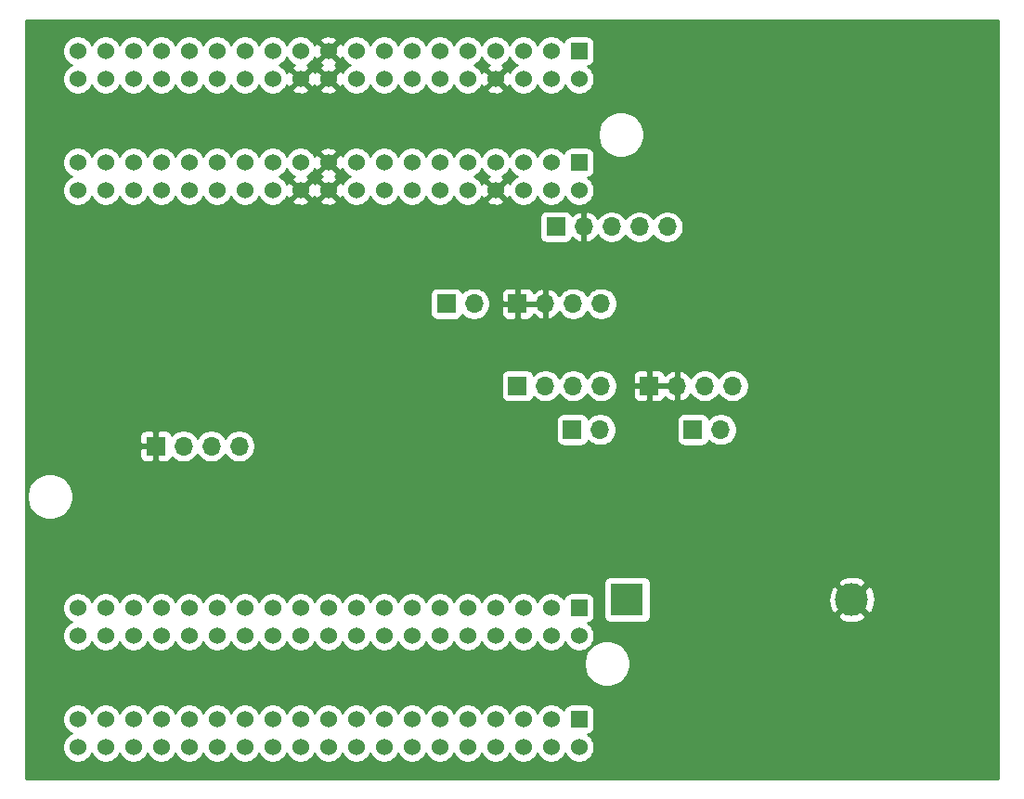
<source format=gbl>
%TF.GenerationSoftware,KiCad,Pcbnew,5.1.6-c6e7f7d~86~ubuntu20.04.1*%
%TF.CreationDate,2020-09-07T12:25:12+02:00*%
%TF.ProjectId,Shield_Nucleo,53686965-6c64-45f4-9e75-636c656f2e6b,rev?*%
%TF.SameCoordinates,Original*%
%TF.FileFunction,Copper,L2,Bot*%
%TF.FilePolarity,Positive*%
%FSLAX46Y46*%
G04 Gerber Fmt 4.6, Leading zero omitted, Abs format (unit mm)*
G04 Created by KiCad (PCBNEW 5.1.6-c6e7f7d~86~ubuntu20.04.1) date 2020-09-07 12:25:12*
%MOMM*%
%LPD*%
G01*
G04 APERTURE LIST*
%TA.AperFunction,ComponentPad*%
%ADD10R,3.000000X3.000000*%
%TD*%
%TA.AperFunction,ComponentPad*%
%ADD11C,3.000000*%
%TD*%
%TA.AperFunction,ComponentPad*%
%ADD12C,1.530000*%
%TD*%
%TA.AperFunction,ComponentPad*%
%ADD13R,1.530000X1.530000*%
%TD*%
%TA.AperFunction,ComponentPad*%
%ADD14O,1.700000X1.700000*%
%TD*%
%TA.AperFunction,ComponentPad*%
%ADD15R,1.700000X1.700000*%
%TD*%
%TA.AperFunction,Conductor*%
%ADD16C,0.254000*%
%TD*%
G04 APERTURE END LIST*
D10*
%TO.P,BT1,1*%
%TO.N,+BATT*%
X94000000Y-80000000D03*
D11*
%TO.P,BT1,2*%
%TO.N,GNDD*%
X114490000Y-80000000D03*
%TD*%
D12*
%TO.P,U1,CN10_26*%
%TO.N,Net-(U1-PadCN10_26)*%
X59140000Y-83300000D03*
%TO.P,U1,CN10_38*%
%TO.N,N/C*%
X43900000Y-83300000D03*
%TO.P,U1,CN10_36*%
X46440000Y-83300000D03*
%TO.P,U1,CN10_20*%
%TO.N,Net-(U1-PadCN10_20)*%
X66760000Y-83300000D03*
%TO.P,U1,CN10_19*%
%TO.N,Net-(U1-PadCN10_19)*%
X66760000Y-80760000D03*
%TO.P,U1,CN10_18*%
%TO.N,N/C*%
X69300000Y-83300000D03*
%TO.P,U1,CN10_33*%
%TO.N,Net-(U1-PadCN10_33)*%
X48980000Y-80760000D03*
%TO.P,U1,CN10_32*%
%TO.N,Net-(U1-PadCN10_32)*%
X51520000Y-83300000D03*
%TO.P,U1,CN10_31*%
%TO.N,Net-(U1-PadCN10_31)*%
X51520000Y-80760000D03*
%TO.P,U1,CN10_30*%
%TO.N,Net-(U1-PadCN10_30)*%
X54060000Y-83300000D03*
%TO.P,U1,CN10_29*%
%TO.N,Net-(U1-PadCN10_29)*%
X54060000Y-80760000D03*
%TO.P,U1,CN10_12*%
%TO.N,Net-(U1-PadCN10_12)*%
X76920000Y-83300000D03*
%TO.P,U1,CN10_11*%
%TO.N,Net-(U1-PadCN10_11)*%
X76920000Y-80760000D03*
%TO.P,U1,CN10_10*%
%TO.N,N/C*%
X79460000Y-83300000D03*
%TO.P,U1,CN10_25*%
%TO.N,Net-(U1-PadCN10_25)*%
X59140000Y-80760000D03*
%TO.P,U1,CN10_24*%
%TO.N,Net-(U1-PadCN10_24)*%
X61680000Y-83300000D03*
%TO.P,U1,CN10_23*%
%TO.N,Net-(U1-PadCN10_23)*%
X61680000Y-80760000D03*
%TO.P,U1,CN10_22*%
%TO.N,Net-(U1-PadCN10_22)*%
X64220000Y-83300000D03*
%TO.P,U1,CN10_21*%
%TO.N,Net-(U1-PadCN10_21)*%
X64220000Y-80760000D03*
%TO.P,U1,CN10_4*%
%TO.N,Net-(U1-PadCN10_4)*%
X87080000Y-83300000D03*
%TO.P,U1,CN10_3*%
%TO.N,Net-(U1-PadCN10_3)*%
X87080000Y-80760000D03*
%TO.P,U1,CN10_2*%
%TO.N,Net-(U1-PadCN10_2)*%
X89620000Y-83300000D03*
%TO.P,U1,CN10_17*%
%TO.N,Net-(U1-PadCN10_17)*%
X69300000Y-80760000D03*
%TO.P,U1,CN10_34*%
%TO.N,Net-(U1-PadCN10_34)*%
X48980000Y-83300000D03*
%TO.P,U1,CN10_27*%
%TO.N,Net-(U1-PadCN10_27)*%
X56600000Y-80760000D03*
%TO.P,U1,CN10_35*%
%TO.N,Net-(U1-PadCN10_35)*%
X46440000Y-80760000D03*
%TO.P,U1,CN10_28*%
%TO.N,Net-(U1-PadCN10_28)*%
X56600000Y-83300000D03*
%TO.P,U1,CN10_16*%
%TO.N,Net-(U1-PadCN10_16)*%
X71840000Y-83300000D03*
%TO.P,U1,CN10_15*%
%TO.N,Net-(U1-PadCN10_15)*%
X71840000Y-80760000D03*
%TO.P,U1,CN10_14*%
%TO.N,Net-(U1-PadCN10_14)*%
X74380000Y-83300000D03*
%TO.P,U1,CN10_13*%
%TO.N,Net-(U1-PadCN10_13)*%
X74380000Y-80760000D03*
%TO.P,U1,CN10_9*%
%TO.N,Net-(U1-PadCN10_20)*%
X79460000Y-80760000D03*
%TO.P,U1,CN10_8*%
%TO.N,Net-(U1-PadCN10_8)*%
X82000000Y-83300000D03*
%TO.P,U1,CN10_7*%
%TO.N,Net-(U1-PadCN10_7)*%
X82000000Y-80760000D03*
%TO.P,U1,CN10_6*%
%TO.N,Net-(U1-PadCN10_6)*%
X84540000Y-83300000D03*
%TO.P,U1,CN10_5*%
%TO.N,Net-(U1-PadCN10_5)*%
X84540000Y-80760000D03*
%TO.P,U1,CN10_37*%
%TO.N,Net-(U1-PadCN10_37)*%
X43900000Y-80760000D03*
D13*
%TO.P,U1,CN10_1*%
%TO.N,Net-(U1-PadCN10_1)*%
X89620000Y-80760000D03*
D12*
%TO.P,U1,CN7_15*%
%TO.N,Net-(U1-PadCN7_15)*%
X71840000Y-40120000D03*
%TO.P,U1,CN7_13*%
%TO.N,Net-(U1-PadCN7_13)*%
X74380000Y-40120000D03*
%TO.P,U1,CN7_10*%
%TO.N,N/C*%
X79460000Y-42660000D03*
%TO.P,U1,CN7_7*%
%TO.N,Net-(U1-PadCN7_7)*%
X82000000Y-40120000D03*
%TO.P,U1,CN7_19*%
%TO.N,GNDD*%
X66760000Y-40120000D03*
%TO.P,U1,CN7_11*%
%TO.N,N/C*%
X76920000Y-40120000D03*
%TO.P,U1,CN7_2*%
%TO.N,Net-(U1-PadCN7_2)*%
X89620000Y-42660000D03*
D13*
%TO.P,U1,CN7_1*%
%TO.N,Net-(U1-PadCN7_1)*%
X89620000Y-40120000D03*
D12*
%TO.P,U1,CN7_12*%
%TO.N,Net-(U1-PadCN7_12)*%
X76920000Y-42660000D03*
%TO.P,U1,CN7_5*%
%TO.N,Net-(U1-PadCN7_5)*%
X84540000Y-40120000D03*
%TO.P,U1,CN7_3*%
%TO.N,Net-(U1-PadCN7_3)*%
X87080000Y-40120000D03*
%TO.P,U1,CN7_20*%
%TO.N,GNDD*%
X66760000Y-42660000D03*
%TO.P,U1,CN7_34*%
%TO.N,Net-(U1-PadCN7_34)*%
X48980000Y-42660000D03*
%TO.P,U1,CN7_33*%
%TO.N,+BATT*%
X48980000Y-40120000D03*
%TO.P,U1,CN7_32*%
%TO.N,Net-(U1-PadCN7_32)*%
X51520000Y-42660000D03*
%TO.P,U1,CN7_26*%
%TO.N,N/C*%
X59140000Y-42660000D03*
%TO.P,U1,CN7_25*%
%TO.N,Net-(U1-PadCN7_25)*%
X59140000Y-40120000D03*
%TO.P,U1,CN7_24*%
%TO.N,Net-(J1-Pad15)*%
X61680000Y-42660000D03*
%TO.P,U1,CN7_4*%
%TO.N,Net-(U1-PadCN7_4)*%
X87080000Y-42660000D03*
%TO.P,U1,CN7_37*%
%TO.N,Net-(U1-PadCN7_37)*%
X43900000Y-40120000D03*
%TO.P,U1,CN7_6*%
%TO.N,Net-(U1-PadCN7_6)*%
X84540000Y-42660000D03*
%TO.P,U1,CN7_14*%
%TO.N,Net-(U1-PadCN7_14)*%
X74380000Y-42660000D03*
%TO.P,U1,CN7_38*%
%TO.N,Net-(U1-PadCN7_38)*%
X43900000Y-42660000D03*
%TO.P,U1,CN7_36*%
%TO.N,Net-(U1-PadCN7_36)*%
X46440000Y-42660000D03*
%TO.P,U1,CN7_35*%
%TO.N,Net-(U1-PadCN7_35)*%
X46440000Y-40120000D03*
%TO.P,U1,CN7_18*%
%TO.N,Net-(U1-PadCN7_18)*%
X69300000Y-42660000D03*
%TO.P,U1,CN7_17*%
%TO.N,Net-(U1-PadCN7_17)*%
X69300000Y-40120000D03*
%TO.P,U1,CN7_16*%
%TO.N,Net-(U1-PadCN7_16)*%
X71840000Y-42660000D03*
%TO.P,U1,CN7_31*%
%TO.N,Net-(U1-PadCN7_31)*%
X51520000Y-40120000D03*
%TO.P,U1,CN7_30*%
%TO.N,Net-(U1-PadCN7_30)*%
X54060000Y-42660000D03*
%TO.P,U1,CN7_29*%
%TO.N,Net-(U1-PadCN7_29)*%
X54060000Y-40120000D03*
%TO.P,U1,CN7_28*%
%TO.N,Net-(U1-PadCN7_28)*%
X56600000Y-42660000D03*
%TO.P,U1,CN7_27*%
%TO.N,Net-(U1-PadCN7_27)*%
X56600000Y-40120000D03*
%TO.P,U1,CN7_9*%
%TO.N,N/C*%
X79460000Y-40120000D03*
%TO.P,U1,CN7_8*%
%TO.N,GNDD*%
X82000000Y-42660000D03*
%TO.P,U1,CN7_23*%
%TO.N,Net-(U1-PadCN7_23)*%
X61680000Y-40120000D03*
%TO.P,U1,CN7_22*%
%TO.N,GNDD*%
X64220000Y-42660000D03*
%TO.P,U1,CN7_21*%
%TO.N,Net-(U1-PadCN7_21)*%
X64220000Y-40120000D03*
D13*
%TO.P,U1,CN7_1*%
%TO.N,Net-(U1-PadCN7_1)*%
X89620000Y-29960000D03*
D12*
%TO.P,U1,CN7_37*%
%TO.N,Net-(U1-PadCN7_37)*%
X43900000Y-29960000D03*
%TO.P,U1,CN7_2*%
%TO.N,Net-(U1-PadCN7_2)*%
X89620000Y-32500000D03*
%TO.P,U1,CN7_3*%
%TO.N,Net-(U1-PadCN7_3)*%
X87080000Y-29960000D03*
%TO.P,U1,CN7_4*%
%TO.N,Net-(U1-PadCN7_4)*%
X87080000Y-32500000D03*
%TO.P,U1,CN7_5*%
%TO.N,Net-(U1-PadCN7_5)*%
X84540000Y-29960000D03*
%TO.P,U1,CN7_6*%
%TO.N,Net-(U1-PadCN7_6)*%
X84540000Y-32500000D03*
%TO.P,U1,CN7_7*%
%TO.N,Net-(U1-PadCN7_7)*%
X82000000Y-29960000D03*
%TO.P,U1,CN7_8*%
%TO.N,GNDD*%
X82000000Y-32500000D03*
%TO.P,U1,CN7_9*%
%TO.N,N/C*%
X79460000Y-29960000D03*
%TO.P,U1,CN7_10*%
X79460000Y-32500000D03*
%TO.P,U1,CN7_11*%
X76920000Y-29960000D03*
%TO.P,U1,CN7_12*%
%TO.N,Net-(U1-PadCN7_12)*%
X76920000Y-32500000D03*
%TO.P,U1,CN7_13*%
%TO.N,Net-(U1-PadCN7_13)*%
X74380000Y-29960000D03*
%TO.P,U1,CN7_14*%
%TO.N,Net-(U1-PadCN7_14)*%
X74380000Y-32500000D03*
%TO.P,U1,CN7_15*%
%TO.N,Net-(U1-PadCN7_15)*%
X71840000Y-29960000D03*
%TO.P,U1,CN7_16*%
%TO.N,Net-(U1-PadCN7_16)*%
X71840000Y-32500000D03*
%TO.P,U1,CN7_17*%
%TO.N,Net-(U1-PadCN7_17)*%
X69300000Y-29960000D03*
%TO.P,U1,CN7_18*%
%TO.N,Net-(U1-PadCN7_18)*%
X69300000Y-32500000D03*
%TO.P,U1,CN7_19*%
%TO.N,GNDD*%
X66760000Y-29960000D03*
%TO.P,U1,CN7_20*%
X66760000Y-32500000D03*
%TO.P,U1,CN7_21*%
%TO.N,Net-(U1-PadCN7_21)*%
X64220000Y-29960000D03*
%TO.P,U1,CN7_22*%
%TO.N,GNDD*%
X64220000Y-32500000D03*
%TO.P,U1,CN7_23*%
%TO.N,Net-(U1-PadCN7_23)*%
X61680000Y-29960000D03*
%TO.P,U1,CN7_24*%
%TO.N,Net-(J1-Pad15)*%
X61680000Y-32500000D03*
%TO.P,U1,CN7_25*%
%TO.N,Net-(U1-PadCN7_25)*%
X59140000Y-29960000D03*
%TO.P,U1,CN7_26*%
%TO.N,N/C*%
X59140000Y-32500000D03*
%TO.P,U1,CN7_27*%
%TO.N,Net-(U1-PadCN7_27)*%
X56600000Y-29960000D03*
%TO.P,U1,CN7_28*%
%TO.N,Net-(U1-PadCN7_28)*%
X56600000Y-32500000D03*
%TO.P,U1,CN7_29*%
%TO.N,Net-(U1-PadCN7_29)*%
X54060000Y-29960000D03*
%TO.P,U1,CN7_30*%
%TO.N,Net-(U1-PadCN7_30)*%
X54060000Y-32500000D03*
%TO.P,U1,CN7_31*%
%TO.N,Net-(U1-PadCN7_31)*%
X51520000Y-29960000D03*
%TO.P,U1,CN7_32*%
%TO.N,Net-(U1-PadCN7_32)*%
X51520000Y-32500000D03*
%TO.P,U1,CN7_33*%
%TO.N,+BATT*%
X48980000Y-29960000D03*
%TO.P,U1,CN7_34*%
%TO.N,Net-(U1-PadCN7_34)*%
X48980000Y-32500000D03*
%TO.P,U1,CN7_35*%
%TO.N,Net-(U1-PadCN7_35)*%
X46440000Y-29960000D03*
%TO.P,U1,CN7_36*%
%TO.N,Net-(U1-PadCN7_36)*%
X46440000Y-32500000D03*
%TO.P,U1,CN7_38*%
%TO.N,Net-(U1-PadCN7_38)*%
X43900000Y-32500000D03*
D13*
%TO.P,U1,CN10_1*%
%TO.N,Net-(U1-PadCN10_1)*%
X89620000Y-90920000D03*
D12*
%TO.P,U1,CN10_37*%
%TO.N,Net-(U1-PadCN10_37)*%
X43900000Y-90920000D03*
%TO.P,U1,CN10_2*%
%TO.N,Net-(U1-PadCN10_2)*%
X89620000Y-93460000D03*
%TO.P,U1,CN10_3*%
%TO.N,Net-(U1-PadCN10_3)*%
X87080000Y-90920000D03*
%TO.P,U1,CN10_4*%
%TO.N,Net-(U1-PadCN10_4)*%
X87080000Y-93460000D03*
%TO.P,U1,CN10_5*%
%TO.N,Net-(U1-PadCN10_5)*%
X84540000Y-90920000D03*
%TO.P,U1,CN10_6*%
%TO.N,Net-(U1-PadCN10_6)*%
X84540000Y-93460000D03*
%TO.P,U1,CN10_7*%
%TO.N,Net-(U1-PadCN10_7)*%
X82000000Y-90920000D03*
%TO.P,U1,CN10_8*%
%TO.N,Net-(U1-PadCN10_8)*%
X82000000Y-93460000D03*
%TO.P,U1,CN10_9*%
%TO.N,Net-(U1-PadCN10_20)*%
X79460000Y-90920000D03*
%TO.P,U1,CN10_10*%
%TO.N,N/C*%
X79460000Y-93460000D03*
%TO.P,U1,CN10_11*%
%TO.N,Net-(U1-PadCN10_11)*%
X76920000Y-90920000D03*
%TO.P,U1,CN10_12*%
%TO.N,Net-(U1-PadCN10_12)*%
X76920000Y-93460000D03*
%TO.P,U1,CN10_13*%
%TO.N,Net-(U1-PadCN10_13)*%
X74380000Y-90920000D03*
%TO.P,U1,CN10_14*%
%TO.N,Net-(U1-PadCN10_14)*%
X74380000Y-93460000D03*
%TO.P,U1,CN10_15*%
%TO.N,Net-(U1-PadCN10_15)*%
X71840000Y-90920000D03*
%TO.P,U1,CN10_16*%
%TO.N,Net-(U1-PadCN10_16)*%
X71840000Y-93460000D03*
%TO.P,U1,CN10_17*%
%TO.N,Net-(U1-PadCN10_17)*%
X69300000Y-90920000D03*
%TO.P,U1,CN10_18*%
%TO.N,N/C*%
X69300000Y-93460000D03*
%TO.P,U1,CN10_19*%
%TO.N,Net-(U1-PadCN10_19)*%
X66760000Y-90920000D03*
%TO.P,U1,CN10_20*%
%TO.N,Net-(U1-PadCN10_20)*%
X66760000Y-93460000D03*
%TO.P,U1,CN10_21*%
%TO.N,Net-(U1-PadCN10_21)*%
X64220000Y-90920000D03*
%TO.P,U1,CN10_22*%
%TO.N,Net-(U1-PadCN10_22)*%
X64220000Y-93460000D03*
%TO.P,U1,CN10_23*%
%TO.N,Net-(U1-PadCN10_23)*%
X61680000Y-90920000D03*
%TO.P,U1,CN10_24*%
%TO.N,Net-(U1-PadCN10_24)*%
X61680000Y-93460000D03*
%TO.P,U1,CN10_25*%
%TO.N,Net-(U1-PadCN10_25)*%
X59140000Y-90920000D03*
%TO.P,U1,CN10_26*%
%TO.N,Net-(U1-PadCN10_26)*%
X59140000Y-93460000D03*
%TO.P,U1,CN10_27*%
%TO.N,Net-(U1-PadCN10_27)*%
X56600000Y-90920000D03*
%TO.P,U1,CN10_28*%
%TO.N,Net-(U1-PadCN10_28)*%
X56600000Y-93460000D03*
%TO.P,U1,CN10_29*%
%TO.N,Net-(U1-PadCN10_29)*%
X54060000Y-90920000D03*
%TO.P,U1,CN10_30*%
%TO.N,Net-(U1-PadCN10_30)*%
X54060000Y-93460000D03*
%TO.P,U1,CN10_31*%
%TO.N,Net-(U1-PadCN10_31)*%
X51520000Y-90920000D03*
%TO.P,U1,CN10_32*%
%TO.N,Net-(U1-PadCN10_32)*%
X51520000Y-93460000D03*
%TO.P,U1,CN10_33*%
%TO.N,Net-(U1-PadCN10_33)*%
X48980000Y-90920000D03*
%TO.P,U1,CN10_34*%
%TO.N,Net-(U1-PadCN10_34)*%
X48980000Y-93460000D03*
%TO.P,U1,CN10_35*%
%TO.N,Net-(U1-PadCN10_35)*%
X46440000Y-90920000D03*
%TO.P,U1,CN10_36*%
%TO.N,N/C*%
X46440000Y-93460000D03*
%TO.P,U1,CN10_38*%
X43900000Y-93460000D03*
%TD*%
D14*
%TO.P,J1,23*%
%TO.N,Net-(J1-Pad23)*%
X92580000Y-46000000D03*
D15*
%TO.P,J1,14*%
%TO.N,GNDD*%
X51000000Y-66000000D03*
D14*
%TO.P,J1,15*%
%TO.N,Net-(J1-Pad15)*%
X58620000Y-66000000D03*
%TO.P,J1,20*%
%TO.N,Net-(J1-Pad20)*%
X56080000Y-66000000D03*
%TO.P,J1,21*%
%TO.N,Net-(J1-Pad21)*%
X53540000Y-66000000D03*
%TO.P,J1,22*%
%TO.N,Net-(J1-Pad22)*%
X95120000Y-46000000D03*
D15*
%TO.P,J1,15*%
%TO.N,Net-(J1-Pad15)*%
X87500000Y-46000000D03*
D14*
%TO.P,J1,30*%
%TO.N,Net-(J1-Pad30)*%
X97660000Y-46000000D03*
%TO.P,J1,14*%
%TO.N,GNDD*%
X90040000Y-46000000D03*
%TO.P,J1,4*%
%TO.N,Net-(J1-Pad4)*%
X91540000Y-64500000D03*
D15*
%TO.P,J1,3*%
%TO.N,Net-(J1-Pad3)*%
X89000000Y-64500000D03*
D14*
%TO.P,J1,6*%
%TO.N,Net-(J1-Pad6)*%
X102540000Y-64500000D03*
D15*
%TO.P,J1,5*%
%TO.N,Net-(J1-Pad5)*%
X100000000Y-64500000D03*
%TO.P,J1,8*%
%TO.N,Net-(J1-Pad8)*%
X77500000Y-53000000D03*
D14*
%TO.P,J1,7*%
%TO.N,Net-(J1-Pad7)*%
X80040000Y-53000000D03*
%TO.P,J1,10*%
%TO.N,Net-(J1-Pad10)*%
X86540000Y-60500000D03*
D15*
%TO.P,J1,9*%
%TO.N,Net-(J1-Pad9)*%
X84000000Y-60500000D03*
D14*
%TO.P,J1,11*%
%TO.N,Net-(J1-Pad11)*%
X89080000Y-60500000D03*
%TO.P,J1,12*%
%TO.N,Net-(J1-Pad12)*%
X91620000Y-60500000D03*
%TO.P,J1,13*%
%TO.N,Net-(J1-Pad13)*%
X89080000Y-53000000D03*
%TO.P,J1,14*%
%TO.N,GNDD*%
X86540000Y-53000000D03*
%TO.P,J1,13*%
%TO.N,Net-(J1-Pad13)*%
X91620000Y-53000000D03*
D15*
%TO.P,J1,14*%
%TO.N,GNDD*%
X84000000Y-53000000D03*
D14*
%TO.P,J1,15*%
%TO.N,Net-(J1-Pad15)*%
X101080000Y-60500000D03*
X103620000Y-60500000D03*
D15*
%TO.P,J1,14*%
%TO.N,GNDD*%
X96000000Y-60500000D03*
D14*
X98540000Y-60500000D03*
%TD*%
D16*
%TO.N,GNDD*%
G36*
X127840000Y-96340000D02*
G01*
X39160000Y-96340000D01*
X39160000Y-90782112D01*
X42500000Y-90782112D01*
X42500000Y-91057888D01*
X42553801Y-91328365D01*
X42659336Y-91583149D01*
X42812549Y-91812448D01*
X43007552Y-92007451D01*
X43236851Y-92160664D01*
X43307674Y-92190000D01*
X43236851Y-92219336D01*
X43007552Y-92372549D01*
X42812549Y-92567552D01*
X42659336Y-92796851D01*
X42553801Y-93051635D01*
X42500000Y-93322112D01*
X42500000Y-93597888D01*
X42553801Y-93868365D01*
X42659336Y-94123149D01*
X42812549Y-94352448D01*
X43007552Y-94547451D01*
X43236851Y-94700664D01*
X43491635Y-94806199D01*
X43762112Y-94860000D01*
X44037888Y-94860000D01*
X44308365Y-94806199D01*
X44563149Y-94700664D01*
X44792448Y-94547451D01*
X44987451Y-94352448D01*
X45140664Y-94123149D01*
X45170000Y-94052326D01*
X45199336Y-94123149D01*
X45352549Y-94352448D01*
X45547552Y-94547451D01*
X45776851Y-94700664D01*
X46031635Y-94806199D01*
X46302112Y-94860000D01*
X46577888Y-94860000D01*
X46848365Y-94806199D01*
X47103149Y-94700664D01*
X47332448Y-94547451D01*
X47527451Y-94352448D01*
X47680664Y-94123149D01*
X47710000Y-94052326D01*
X47739336Y-94123149D01*
X47892549Y-94352448D01*
X48087552Y-94547451D01*
X48316851Y-94700664D01*
X48571635Y-94806199D01*
X48842112Y-94860000D01*
X49117888Y-94860000D01*
X49388365Y-94806199D01*
X49643149Y-94700664D01*
X49872448Y-94547451D01*
X50067451Y-94352448D01*
X50220664Y-94123149D01*
X50250000Y-94052326D01*
X50279336Y-94123149D01*
X50432549Y-94352448D01*
X50627552Y-94547451D01*
X50856851Y-94700664D01*
X51111635Y-94806199D01*
X51382112Y-94860000D01*
X51657888Y-94860000D01*
X51928365Y-94806199D01*
X52183149Y-94700664D01*
X52412448Y-94547451D01*
X52607451Y-94352448D01*
X52760664Y-94123149D01*
X52790000Y-94052326D01*
X52819336Y-94123149D01*
X52972549Y-94352448D01*
X53167552Y-94547451D01*
X53396851Y-94700664D01*
X53651635Y-94806199D01*
X53922112Y-94860000D01*
X54197888Y-94860000D01*
X54468365Y-94806199D01*
X54723149Y-94700664D01*
X54952448Y-94547451D01*
X55147451Y-94352448D01*
X55300664Y-94123149D01*
X55330000Y-94052326D01*
X55359336Y-94123149D01*
X55512549Y-94352448D01*
X55707552Y-94547451D01*
X55936851Y-94700664D01*
X56191635Y-94806199D01*
X56462112Y-94860000D01*
X56737888Y-94860000D01*
X57008365Y-94806199D01*
X57263149Y-94700664D01*
X57492448Y-94547451D01*
X57687451Y-94352448D01*
X57840664Y-94123149D01*
X57870000Y-94052326D01*
X57899336Y-94123149D01*
X58052549Y-94352448D01*
X58247552Y-94547451D01*
X58476851Y-94700664D01*
X58731635Y-94806199D01*
X59002112Y-94860000D01*
X59277888Y-94860000D01*
X59548365Y-94806199D01*
X59803149Y-94700664D01*
X60032448Y-94547451D01*
X60227451Y-94352448D01*
X60380664Y-94123149D01*
X60410000Y-94052326D01*
X60439336Y-94123149D01*
X60592549Y-94352448D01*
X60787552Y-94547451D01*
X61016851Y-94700664D01*
X61271635Y-94806199D01*
X61542112Y-94860000D01*
X61817888Y-94860000D01*
X62088365Y-94806199D01*
X62343149Y-94700664D01*
X62572448Y-94547451D01*
X62767451Y-94352448D01*
X62920664Y-94123149D01*
X62950000Y-94052326D01*
X62979336Y-94123149D01*
X63132549Y-94352448D01*
X63327552Y-94547451D01*
X63556851Y-94700664D01*
X63811635Y-94806199D01*
X64082112Y-94860000D01*
X64357888Y-94860000D01*
X64628365Y-94806199D01*
X64883149Y-94700664D01*
X65112448Y-94547451D01*
X65307451Y-94352448D01*
X65460664Y-94123149D01*
X65490000Y-94052326D01*
X65519336Y-94123149D01*
X65672549Y-94352448D01*
X65867552Y-94547451D01*
X66096851Y-94700664D01*
X66351635Y-94806199D01*
X66622112Y-94860000D01*
X66897888Y-94860000D01*
X67168365Y-94806199D01*
X67423149Y-94700664D01*
X67652448Y-94547451D01*
X67847451Y-94352448D01*
X68000664Y-94123149D01*
X68030000Y-94052326D01*
X68059336Y-94123149D01*
X68212549Y-94352448D01*
X68407552Y-94547451D01*
X68636851Y-94700664D01*
X68891635Y-94806199D01*
X69162112Y-94860000D01*
X69437888Y-94860000D01*
X69708365Y-94806199D01*
X69963149Y-94700664D01*
X70192448Y-94547451D01*
X70387451Y-94352448D01*
X70540664Y-94123149D01*
X70570000Y-94052326D01*
X70599336Y-94123149D01*
X70752549Y-94352448D01*
X70947552Y-94547451D01*
X71176851Y-94700664D01*
X71431635Y-94806199D01*
X71702112Y-94860000D01*
X71977888Y-94860000D01*
X72248365Y-94806199D01*
X72503149Y-94700664D01*
X72732448Y-94547451D01*
X72927451Y-94352448D01*
X73080664Y-94123149D01*
X73110000Y-94052326D01*
X73139336Y-94123149D01*
X73292549Y-94352448D01*
X73487552Y-94547451D01*
X73716851Y-94700664D01*
X73971635Y-94806199D01*
X74242112Y-94860000D01*
X74517888Y-94860000D01*
X74788365Y-94806199D01*
X75043149Y-94700664D01*
X75272448Y-94547451D01*
X75467451Y-94352448D01*
X75620664Y-94123149D01*
X75650000Y-94052326D01*
X75679336Y-94123149D01*
X75832549Y-94352448D01*
X76027552Y-94547451D01*
X76256851Y-94700664D01*
X76511635Y-94806199D01*
X76782112Y-94860000D01*
X77057888Y-94860000D01*
X77328365Y-94806199D01*
X77583149Y-94700664D01*
X77812448Y-94547451D01*
X78007451Y-94352448D01*
X78160664Y-94123149D01*
X78190000Y-94052326D01*
X78219336Y-94123149D01*
X78372549Y-94352448D01*
X78567552Y-94547451D01*
X78796851Y-94700664D01*
X79051635Y-94806199D01*
X79322112Y-94860000D01*
X79597888Y-94860000D01*
X79868365Y-94806199D01*
X80123149Y-94700664D01*
X80352448Y-94547451D01*
X80547451Y-94352448D01*
X80700664Y-94123149D01*
X80730000Y-94052326D01*
X80759336Y-94123149D01*
X80912549Y-94352448D01*
X81107552Y-94547451D01*
X81336851Y-94700664D01*
X81591635Y-94806199D01*
X81862112Y-94860000D01*
X82137888Y-94860000D01*
X82408365Y-94806199D01*
X82663149Y-94700664D01*
X82892448Y-94547451D01*
X83087451Y-94352448D01*
X83240664Y-94123149D01*
X83270000Y-94052326D01*
X83299336Y-94123149D01*
X83452549Y-94352448D01*
X83647552Y-94547451D01*
X83876851Y-94700664D01*
X84131635Y-94806199D01*
X84402112Y-94860000D01*
X84677888Y-94860000D01*
X84948365Y-94806199D01*
X85203149Y-94700664D01*
X85432448Y-94547451D01*
X85627451Y-94352448D01*
X85780664Y-94123149D01*
X85810000Y-94052326D01*
X85839336Y-94123149D01*
X85992549Y-94352448D01*
X86187552Y-94547451D01*
X86416851Y-94700664D01*
X86671635Y-94806199D01*
X86942112Y-94860000D01*
X87217888Y-94860000D01*
X87488365Y-94806199D01*
X87743149Y-94700664D01*
X87972448Y-94547451D01*
X88167451Y-94352448D01*
X88320664Y-94123149D01*
X88350000Y-94052326D01*
X88379336Y-94123149D01*
X88532549Y-94352448D01*
X88727552Y-94547451D01*
X88956851Y-94700664D01*
X89211635Y-94806199D01*
X89482112Y-94860000D01*
X89757888Y-94860000D01*
X90028365Y-94806199D01*
X90283149Y-94700664D01*
X90512448Y-94547451D01*
X90707451Y-94352448D01*
X90860664Y-94123149D01*
X90966199Y-93868365D01*
X91020000Y-93597888D01*
X91020000Y-93322112D01*
X90966199Y-93051635D01*
X90860664Y-92796851D01*
X90707451Y-92567552D01*
X90512448Y-92372549D01*
X90431541Y-92318488D01*
X90509482Y-92310812D01*
X90629180Y-92274502D01*
X90739494Y-92215537D01*
X90836185Y-92136185D01*
X90915537Y-92039494D01*
X90974502Y-91929180D01*
X91010812Y-91809482D01*
X91023072Y-91685000D01*
X91023072Y-90155000D01*
X91010812Y-90030518D01*
X90974502Y-89910820D01*
X90915537Y-89800506D01*
X90836185Y-89703815D01*
X90739494Y-89624463D01*
X90629180Y-89565498D01*
X90509482Y-89529188D01*
X90385000Y-89516928D01*
X88855000Y-89516928D01*
X88730518Y-89529188D01*
X88610820Y-89565498D01*
X88500506Y-89624463D01*
X88403815Y-89703815D01*
X88324463Y-89800506D01*
X88265498Y-89910820D01*
X88229188Y-90030518D01*
X88221512Y-90108459D01*
X88167451Y-90027552D01*
X87972448Y-89832549D01*
X87743149Y-89679336D01*
X87488365Y-89573801D01*
X87217888Y-89520000D01*
X86942112Y-89520000D01*
X86671635Y-89573801D01*
X86416851Y-89679336D01*
X86187552Y-89832549D01*
X85992549Y-90027552D01*
X85839336Y-90256851D01*
X85810000Y-90327674D01*
X85780664Y-90256851D01*
X85627451Y-90027552D01*
X85432448Y-89832549D01*
X85203149Y-89679336D01*
X84948365Y-89573801D01*
X84677888Y-89520000D01*
X84402112Y-89520000D01*
X84131635Y-89573801D01*
X83876851Y-89679336D01*
X83647552Y-89832549D01*
X83452549Y-90027552D01*
X83299336Y-90256851D01*
X83270000Y-90327674D01*
X83240664Y-90256851D01*
X83087451Y-90027552D01*
X82892448Y-89832549D01*
X82663149Y-89679336D01*
X82408365Y-89573801D01*
X82137888Y-89520000D01*
X81862112Y-89520000D01*
X81591635Y-89573801D01*
X81336851Y-89679336D01*
X81107552Y-89832549D01*
X80912549Y-90027552D01*
X80759336Y-90256851D01*
X80730000Y-90327674D01*
X80700664Y-90256851D01*
X80547451Y-90027552D01*
X80352448Y-89832549D01*
X80123149Y-89679336D01*
X79868365Y-89573801D01*
X79597888Y-89520000D01*
X79322112Y-89520000D01*
X79051635Y-89573801D01*
X78796851Y-89679336D01*
X78567552Y-89832549D01*
X78372549Y-90027552D01*
X78219336Y-90256851D01*
X78190000Y-90327674D01*
X78160664Y-90256851D01*
X78007451Y-90027552D01*
X77812448Y-89832549D01*
X77583149Y-89679336D01*
X77328365Y-89573801D01*
X77057888Y-89520000D01*
X76782112Y-89520000D01*
X76511635Y-89573801D01*
X76256851Y-89679336D01*
X76027552Y-89832549D01*
X75832549Y-90027552D01*
X75679336Y-90256851D01*
X75650000Y-90327674D01*
X75620664Y-90256851D01*
X75467451Y-90027552D01*
X75272448Y-89832549D01*
X75043149Y-89679336D01*
X74788365Y-89573801D01*
X74517888Y-89520000D01*
X74242112Y-89520000D01*
X73971635Y-89573801D01*
X73716851Y-89679336D01*
X73487552Y-89832549D01*
X73292549Y-90027552D01*
X73139336Y-90256851D01*
X73110000Y-90327674D01*
X73080664Y-90256851D01*
X72927451Y-90027552D01*
X72732448Y-89832549D01*
X72503149Y-89679336D01*
X72248365Y-89573801D01*
X71977888Y-89520000D01*
X71702112Y-89520000D01*
X71431635Y-89573801D01*
X71176851Y-89679336D01*
X70947552Y-89832549D01*
X70752549Y-90027552D01*
X70599336Y-90256851D01*
X70570000Y-90327674D01*
X70540664Y-90256851D01*
X70387451Y-90027552D01*
X70192448Y-89832549D01*
X69963149Y-89679336D01*
X69708365Y-89573801D01*
X69437888Y-89520000D01*
X69162112Y-89520000D01*
X68891635Y-89573801D01*
X68636851Y-89679336D01*
X68407552Y-89832549D01*
X68212549Y-90027552D01*
X68059336Y-90256851D01*
X68030000Y-90327674D01*
X68000664Y-90256851D01*
X67847451Y-90027552D01*
X67652448Y-89832549D01*
X67423149Y-89679336D01*
X67168365Y-89573801D01*
X66897888Y-89520000D01*
X66622112Y-89520000D01*
X66351635Y-89573801D01*
X66096851Y-89679336D01*
X65867552Y-89832549D01*
X65672549Y-90027552D01*
X65519336Y-90256851D01*
X65490000Y-90327674D01*
X65460664Y-90256851D01*
X65307451Y-90027552D01*
X65112448Y-89832549D01*
X64883149Y-89679336D01*
X64628365Y-89573801D01*
X64357888Y-89520000D01*
X64082112Y-89520000D01*
X63811635Y-89573801D01*
X63556851Y-89679336D01*
X63327552Y-89832549D01*
X63132549Y-90027552D01*
X62979336Y-90256851D01*
X62950000Y-90327674D01*
X62920664Y-90256851D01*
X62767451Y-90027552D01*
X62572448Y-89832549D01*
X62343149Y-89679336D01*
X62088365Y-89573801D01*
X61817888Y-89520000D01*
X61542112Y-89520000D01*
X61271635Y-89573801D01*
X61016851Y-89679336D01*
X60787552Y-89832549D01*
X60592549Y-90027552D01*
X60439336Y-90256851D01*
X60410000Y-90327674D01*
X60380664Y-90256851D01*
X60227451Y-90027552D01*
X60032448Y-89832549D01*
X59803149Y-89679336D01*
X59548365Y-89573801D01*
X59277888Y-89520000D01*
X59002112Y-89520000D01*
X58731635Y-89573801D01*
X58476851Y-89679336D01*
X58247552Y-89832549D01*
X58052549Y-90027552D01*
X57899336Y-90256851D01*
X57870000Y-90327674D01*
X57840664Y-90256851D01*
X57687451Y-90027552D01*
X57492448Y-89832549D01*
X57263149Y-89679336D01*
X57008365Y-89573801D01*
X56737888Y-89520000D01*
X56462112Y-89520000D01*
X56191635Y-89573801D01*
X55936851Y-89679336D01*
X55707552Y-89832549D01*
X55512549Y-90027552D01*
X55359336Y-90256851D01*
X55330000Y-90327674D01*
X55300664Y-90256851D01*
X55147451Y-90027552D01*
X54952448Y-89832549D01*
X54723149Y-89679336D01*
X54468365Y-89573801D01*
X54197888Y-89520000D01*
X53922112Y-89520000D01*
X53651635Y-89573801D01*
X53396851Y-89679336D01*
X53167552Y-89832549D01*
X52972549Y-90027552D01*
X52819336Y-90256851D01*
X52790000Y-90327674D01*
X52760664Y-90256851D01*
X52607451Y-90027552D01*
X52412448Y-89832549D01*
X52183149Y-89679336D01*
X51928365Y-89573801D01*
X51657888Y-89520000D01*
X51382112Y-89520000D01*
X51111635Y-89573801D01*
X50856851Y-89679336D01*
X50627552Y-89832549D01*
X50432549Y-90027552D01*
X50279336Y-90256851D01*
X50250000Y-90327674D01*
X50220664Y-90256851D01*
X50067451Y-90027552D01*
X49872448Y-89832549D01*
X49643149Y-89679336D01*
X49388365Y-89573801D01*
X49117888Y-89520000D01*
X48842112Y-89520000D01*
X48571635Y-89573801D01*
X48316851Y-89679336D01*
X48087552Y-89832549D01*
X47892549Y-90027552D01*
X47739336Y-90256851D01*
X47710000Y-90327674D01*
X47680664Y-90256851D01*
X47527451Y-90027552D01*
X47332448Y-89832549D01*
X47103149Y-89679336D01*
X46848365Y-89573801D01*
X46577888Y-89520000D01*
X46302112Y-89520000D01*
X46031635Y-89573801D01*
X45776851Y-89679336D01*
X45547552Y-89832549D01*
X45352549Y-90027552D01*
X45199336Y-90256851D01*
X45170000Y-90327674D01*
X45140664Y-90256851D01*
X44987451Y-90027552D01*
X44792448Y-89832549D01*
X44563149Y-89679336D01*
X44308365Y-89573801D01*
X44037888Y-89520000D01*
X43762112Y-89520000D01*
X43491635Y-89573801D01*
X43236851Y-89679336D01*
X43007552Y-89832549D01*
X42812549Y-90027552D01*
X42659336Y-90256851D01*
X42553801Y-90511635D01*
X42500000Y-90782112D01*
X39160000Y-90782112D01*
X39160000Y-85629721D01*
X90025000Y-85629721D01*
X90025000Y-86050279D01*
X90107047Y-86462756D01*
X90267988Y-86851302D01*
X90501637Y-87200983D01*
X90799017Y-87498363D01*
X91148698Y-87732012D01*
X91537244Y-87892953D01*
X91949721Y-87975000D01*
X92370279Y-87975000D01*
X92782756Y-87892953D01*
X93171302Y-87732012D01*
X93520983Y-87498363D01*
X93818363Y-87200983D01*
X94052012Y-86851302D01*
X94212953Y-86462756D01*
X94295000Y-86050279D01*
X94295000Y-85629721D01*
X94212953Y-85217244D01*
X94052012Y-84828698D01*
X93818363Y-84479017D01*
X93520983Y-84181637D01*
X93171302Y-83947988D01*
X92782756Y-83787047D01*
X92370279Y-83705000D01*
X91949721Y-83705000D01*
X91537244Y-83787047D01*
X91148698Y-83947988D01*
X90799017Y-84181637D01*
X90501637Y-84479017D01*
X90267988Y-84828698D01*
X90107047Y-85217244D01*
X90025000Y-85629721D01*
X39160000Y-85629721D01*
X39160000Y-80622112D01*
X42500000Y-80622112D01*
X42500000Y-80897888D01*
X42553801Y-81168365D01*
X42659336Y-81423149D01*
X42812549Y-81652448D01*
X43007552Y-81847451D01*
X43236851Y-82000664D01*
X43307674Y-82030000D01*
X43236851Y-82059336D01*
X43007552Y-82212549D01*
X42812549Y-82407552D01*
X42659336Y-82636851D01*
X42553801Y-82891635D01*
X42500000Y-83162112D01*
X42500000Y-83437888D01*
X42553801Y-83708365D01*
X42659336Y-83963149D01*
X42812549Y-84192448D01*
X43007552Y-84387451D01*
X43236851Y-84540664D01*
X43491635Y-84646199D01*
X43762112Y-84700000D01*
X44037888Y-84700000D01*
X44308365Y-84646199D01*
X44563149Y-84540664D01*
X44792448Y-84387451D01*
X44987451Y-84192448D01*
X45140664Y-83963149D01*
X45170000Y-83892326D01*
X45199336Y-83963149D01*
X45352549Y-84192448D01*
X45547552Y-84387451D01*
X45776851Y-84540664D01*
X46031635Y-84646199D01*
X46302112Y-84700000D01*
X46577888Y-84700000D01*
X46848365Y-84646199D01*
X47103149Y-84540664D01*
X47332448Y-84387451D01*
X47527451Y-84192448D01*
X47680664Y-83963149D01*
X47710000Y-83892326D01*
X47739336Y-83963149D01*
X47892549Y-84192448D01*
X48087552Y-84387451D01*
X48316851Y-84540664D01*
X48571635Y-84646199D01*
X48842112Y-84700000D01*
X49117888Y-84700000D01*
X49388365Y-84646199D01*
X49643149Y-84540664D01*
X49872448Y-84387451D01*
X50067451Y-84192448D01*
X50220664Y-83963149D01*
X50250000Y-83892326D01*
X50279336Y-83963149D01*
X50432549Y-84192448D01*
X50627552Y-84387451D01*
X50856851Y-84540664D01*
X51111635Y-84646199D01*
X51382112Y-84700000D01*
X51657888Y-84700000D01*
X51928365Y-84646199D01*
X52183149Y-84540664D01*
X52412448Y-84387451D01*
X52607451Y-84192448D01*
X52760664Y-83963149D01*
X52790000Y-83892326D01*
X52819336Y-83963149D01*
X52972549Y-84192448D01*
X53167552Y-84387451D01*
X53396851Y-84540664D01*
X53651635Y-84646199D01*
X53922112Y-84700000D01*
X54197888Y-84700000D01*
X54468365Y-84646199D01*
X54723149Y-84540664D01*
X54952448Y-84387451D01*
X55147451Y-84192448D01*
X55300664Y-83963149D01*
X55330000Y-83892326D01*
X55359336Y-83963149D01*
X55512549Y-84192448D01*
X55707552Y-84387451D01*
X55936851Y-84540664D01*
X56191635Y-84646199D01*
X56462112Y-84700000D01*
X56737888Y-84700000D01*
X57008365Y-84646199D01*
X57263149Y-84540664D01*
X57492448Y-84387451D01*
X57687451Y-84192448D01*
X57840664Y-83963149D01*
X57870000Y-83892326D01*
X57899336Y-83963149D01*
X58052549Y-84192448D01*
X58247552Y-84387451D01*
X58476851Y-84540664D01*
X58731635Y-84646199D01*
X59002112Y-84700000D01*
X59277888Y-84700000D01*
X59548365Y-84646199D01*
X59803149Y-84540664D01*
X60032448Y-84387451D01*
X60227451Y-84192448D01*
X60380664Y-83963149D01*
X60410000Y-83892326D01*
X60439336Y-83963149D01*
X60592549Y-84192448D01*
X60787552Y-84387451D01*
X61016851Y-84540664D01*
X61271635Y-84646199D01*
X61542112Y-84700000D01*
X61817888Y-84700000D01*
X62088365Y-84646199D01*
X62343149Y-84540664D01*
X62572448Y-84387451D01*
X62767451Y-84192448D01*
X62920664Y-83963149D01*
X62950000Y-83892326D01*
X62979336Y-83963149D01*
X63132549Y-84192448D01*
X63327552Y-84387451D01*
X63556851Y-84540664D01*
X63811635Y-84646199D01*
X64082112Y-84700000D01*
X64357888Y-84700000D01*
X64628365Y-84646199D01*
X64883149Y-84540664D01*
X65112448Y-84387451D01*
X65307451Y-84192448D01*
X65460664Y-83963149D01*
X65490000Y-83892326D01*
X65519336Y-83963149D01*
X65672549Y-84192448D01*
X65867552Y-84387451D01*
X66096851Y-84540664D01*
X66351635Y-84646199D01*
X66622112Y-84700000D01*
X66897888Y-84700000D01*
X67168365Y-84646199D01*
X67423149Y-84540664D01*
X67652448Y-84387451D01*
X67847451Y-84192448D01*
X68000664Y-83963149D01*
X68030000Y-83892326D01*
X68059336Y-83963149D01*
X68212549Y-84192448D01*
X68407552Y-84387451D01*
X68636851Y-84540664D01*
X68891635Y-84646199D01*
X69162112Y-84700000D01*
X69437888Y-84700000D01*
X69708365Y-84646199D01*
X69963149Y-84540664D01*
X70192448Y-84387451D01*
X70387451Y-84192448D01*
X70540664Y-83963149D01*
X70570000Y-83892326D01*
X70599336Y-83963149D01*
X70752549Y-84192448D01*
X70947552Y-84387451D01*
X71176851Y-84540664D01*
X71431635Y-84646199D01*
X71702112Y-84700000D01*
X71977888Y-84700000D01*
X72248365Y-84646199D01*
X72503149Y-84540664D01*
X72732448Y-84387451D01*
X72927451Y-84192448D01*
X73080664Y-83963149D01*
X73110000Y-83892326D01*
X73139336Y-83963149D01*
X73292549Y-84192448D01*
X73487552Y-84387451D01*
X73716851Y-84540664D01*
X73971635Y-84646199D01*
X74242112Y-84700000D01*
X74517888Y-84700000D01*
X74788365Y-84646199D01*
X75043149Y-84540664D01*
X75272448Y-84387451D01*
X75467451Y-84192448D01*
X75620664Y-83963149D01*
X75650000Y-83892326D01*
X75679336Y-83963149D01*
X75832549Y-84192448D01*
X76027552Y-84387451D01*
X76256851Y-84540664D01*
X76511635Y-84646199D01*
X76782112Y-84700000D01*
X77057888Y-84700000D01*
X77328365Y-84646199D01*
X77583149Y-84540664D01*
X77812448Y-84387451D01*
X78007451Y-84192448D01*
X78160664Y-83963149D01*
X78190000Y-83892326D01*
X78219336Y-83963149D01*
X78372549Y-84192448D01*
X78567552Y-84387451D01*
X78796851Y-84540664D01*
X79051635Y-84646199D01*
X79322112Y-84700000D01*
X79597888Y-84700000D01*
X79868365Y-84646199D01*
X80123149Y-84540664D01*
X80352448Y-84387451D01*
X80547451Y-84192448D01*
X80700664Y-83963149D01*
X80730000Y-83892326D01*
X80759336Y-83963149D01*
X80912549Y-84192448D01*
X81107552Y-84387451D01*
X81336851Y-84540664D01*
X81591635Y-84646199D01*
X81862112Y-84700000D01*
X82137888Y-84700000D01*
X82408365Y-84646199D01*
X82663149Y-84540664D01*
X82892448Y-84387451D01*
X83087451Y-84192448D01*
X83240664Y-83963149D01*
X83270000Y-83892326D01*
X83299336Y-83963149D01*
X83452549Y-84192448D01*
X83647552Y-84387451D01*
X83876851Y-84540664D01*
X84131635Y-84646199D01*
X84402112Y-84700000D01*
X84677888Y-84700000D01*
X84948365Y-84646199D01*
X85203149Y-84540664D01*
X85432448Y-84387451D01*
X85627451Y-84192448D01*
X85780664Y-83963149D01*
X85810000Y-83892326D01*
X85839336Y-83963149D01*
X85992549Y-84192448D01*
X86187552Y-84387451D01*
X86416851Y-84540664D01*
X86671635Y-84646199D01*
X86942112Y-84700000D01*
X87217888Y-84700000D01*
X87488365Y-84646199D01*
X87743149Y-84540664D01*
X87972448Y-84387451D01*
X88167451Y-84192448D01*
X88320664Y-83963149D01*
X88350000Y-83892326D01*
X88379336Y-83963149D01*
X88532549Y-84192448D01*
X88727552Y-84387451D01*
X88956851Y-84540664D01*
X89211635Y-84646199D01*
X89482112Y-84700000D01*
X89757888Y-84700000D01*
X90028365Y-84646199D01*
X90283149Y-84540664D01*
X90512448Y-84387451D01*
X90707451Y-84192448D01*
X90860664Y-83963149D01*
X90966199Y-83708365D01*
X91020000Y-83437888D01*
X91020000Y-83162112D01*
X90966199Y-82891635D01*
X90860664Y-82636851D01*
X90707451Y-82407552D01*
X90512448Y-82212549D01*
X90431541Y-82158488D01*
X90509482Y-82150812D01*
X90629180Y-82114502D01*
X90739494Y-82055537D01*
X90836185Y-81976185D01*
X90915537Y-81879494D01*
X90974502Y-81769180D01*
X91010812Y-81649482D01*
X91023072Y-81525000D01*
X91023072Y-79995000D01*
X91010812Y-79870518D01*
X90974502Y-79750820D01*
X90915537Y-79640506D01*
X90836185Y-79543815D01*
X90739494Y-79464463D01*
X90629180Y-79405498D01*
X90509482Y-79369188D01*
X90385000Y-79356928D01*
X88855000Y-79356928D01*
X88730518Y-79369188D01*
X88610820Y-79405498D01*
X88500506Y-79464463D01*
X88403815Y-79543815D01*
X88324463Y-79640506D01*
X88265498Y-79750820D01*
X88229188Y-79870518D01*
X88221512Y-79948459D01*
X88167451Y-79867552D01*
X87972448Y-79672549D01*
X87743149Y-79519336D01*
X87488365Y-79413801D01*
X87217888Y-79360000D01*
X86942112Y-79360000D01*
X86671635Y-79413801D01*
X86416851Y-79519336D01*
X86187552Y-79672549D01*
X85992549Y-79867552D01*
X85839336Y-80096851D01*
X85810000Y-80167674D01*
X85780664Y-80096851D01*
X85627451Y-79867552D01*
X85432448Y-79672549D01*
X85203149Y-79519336D01*
X84948365Y-79413801D01*
X84677888Y-79360000D01*
X84402112Y-79360000D01*
X84131635Y-79413801D01*
X83876851Y-79519336D01*
X83647552Y-79672549D01*
X83452549Y-79867552D01*
X83299336Y-80096851D01*
X83270000Y-80167674D01*
X83240664Y-80096851D01*
X83087451Y-79867552D01*
X82892448Y-79672549D01*
X82663149Y-79519336D01*
X82408365Y-79413801D01*
X82137888Y-79360000D01*
X81862112Y-79360000D01*
X81591635Y-79413801D01*
X81336851Y-79519336D01*
X81107552Y-79672549D01*
X80912549Y-79867552D01*
X80759336Y-80096851D01*
X80730000Y-80167674D01*
X80700664Y-80096851D01*
X80547451Y-79867552D01*
X80352448Y-79672549D01*
X80123149Y-79519336D01*
X79868365Y-79413801D01*
X79597888Y-79360000D01*
X79322112Y-79360000D01*
X79051635Y-79413801D01*
X78796851Y-79519336D01*
X78567552Y-79672549D01*
X78372549Y-79867552D01*
X78219336Y-80096851D01*
X78190000Y-80167674D01*
X78160664Y-80096851D01*
X78007451Y-79867552D01*
X77812448Y-79672549D01*
X77583149Y-79519336D01*
X77328365Y-79413801D01*
X77057888Y-79360000D01*
X76782112Y-79360000D01*
X76511635Y-79413801D01*
X76256851Y-79519336D01*
X76027552Y-79672549D01*
X75832549Y-79867552D01*
X75679336Y-80096851D01*
X75650000Y-80167674D01*
X75620664Y-80096851D01*
X75467451Y-79867552D01*
X75272448Y-79672549D01*
X75043149Y-79519336D01*
X74788365Y-79413801D01*
X74517888Y-79360000D01*
X74242112Y-79360000D01*
X73971635Y-79413801D01*
X73716851Y-79519336D01*
X73487552Y-79672549D01*
X73292549Y-79867552D01*
X73139336Y-80096851D01*
X73110000Y-80167674D01*
X73080664Y-80096851D01*
X72927451Y-79867552D01*
X72732448Y-79672549D01*
X72503149Y-79519336D01*
X72248365Y-79413801D01*
X71977888Y-79360000D01*
X71702112Y-79360000D01*
X71431635Y-79413801D01*
X71176851Y-79519336D01*
X70947552Y-79672549D01*
X70752549Y-79867552D01*
X70599336Y-80096851D01*
X70570000Y-80167674D01*
X70540664Y-80096851D01*
X70387451Y-79867552D01*
X70192448Y-79672549D01*
X69963149Y-79519336D01*
X69708365Y-79413801D01*
X69437888Y-79360000D01*
X69162112Y-79360000D01*
X68891635Y-79413801D01*
X68636851Y-79519336D01*
X68407552Y-79672549D01*
X68212549Y-79867552D01*
X68059336Y-80096851D01*
X68030000Y-80167674D01*
X68000664Y-80096851D01*
X67847451Y-79867552D01*
X67652448Y-79672549D01*
X67423149Y-79519336D01*
X67168365Y-79413801D01*
X66897888Y-79360000D01*
X66622112Y-79360000D01*
X66351635Y-79413801D01*
X66096851Y-79519336D01*
X65867552Y-79672549D01*
X65672549Y-79867552D01*
X65519336Y-80096851D01*
X65490000Y-80167674D01*
X65460664Y-80096851D01*
X65307451Y-79867552D01*
X65112448Y-79672549D01*
X64883149Y-79519336D01*
X64628365Y-79413801D01*
X64357888Y-79360000D01*
X64082112Y-79360000D01*
X63811635Y-79413801D01*
X63556851Y-79519336D01*
X63327552Y-79672549D01*
X63132549Y-79867552D01*
X62979336Y-80096851D01*
X62950000Y-80167674D01*
X62920664Y-80096851D01*
X62767451Y-79867552D01*
X62572448Y-79672549D01*
X62343149Y-79519336D01*
X62088365Y-79413801D01*
X61817888Y-79360000D01*
X61542112Y-79360000D01*
X61271635Y-79413801D01*
X61016851Y-79519336D01*
X60787552Y-79672549D01*
X60592549Y-79867552D01*
X60439336Y-80096851D01*
X60410000Y-80167674D01*
X60380664Y-80096851D01*
X60227451Y-79867552D01*
X60032448Y-79672549D01*
X59803149Y-79519336D01*
X59548365Y-79413801D01*
X59277888Y-79360000D01*
X59002112Y-79360000D01*
X58731635Y-79413801D01*
X58476851Y-79519336D01*
X58247552Y-79672549D01*
X58052549Y-79867552D01*
X57899336Y-80096851D01*
X57870000Y-80167674D01*
X57840664Y-80096851D01*
X57687451Y-79867552D01*
X57492448Y-79672549D01*
X57263149Y-79519336D01*
X57008365Y-79413801D01*
X56737888Y-79360000D01*
X56462112Y-79360000D01*
X56191635Y-79413801D01*
X55936851Y-79519336D01*
X55707552Y-79672549D01*
X55512549Y-79867552D01*
X55359336Y-80096851D01*
X55330000Y-80167674D01*
X55300664Y-80096851D01*
X55147451Y-79867552D01*
X54952448Y-79672549D01*
X54723149Y-79519336D01*
X54468365Y-79413801D01*
X54197888Y-79360000D01*
X53922112Y-79360000D01*
X53651635Y-79413801D01*
X53396851Y-79519336D01*
X53167552Y-79672549D01*
X52972549Y-79867552D01*
X52819336Y-80096851D01*
X52790000Y-80167674D01*
X52760664Y-80096851D01*
X52607451Y-79867552D01*
X52412448Y-79672549D01*
X52183149Y-79519336D01*
X51928365Y-79413801D01*
X51657888Y-79360000D01*
X51382112Y-79360000D01*
X51111635Y-79413801D01*
X50856851Y-79519336D01*
X50627552Y-79672549D01*
X50432549Y-79867552D01*
X50279336Y-80096851D01*
X50250000Y-80167674D01*
X50220664Y-80096851D01*
X50067451Y-79867552D01*
X49872448Y-79672549D01*
X49643149Y-79519336D01*
X49388365Y-79413801D01*
X49117888Y-79360000D01*
X48842112Y-79360000D01*
X48571635Y-79413801D01*
X48316851Y-79519336D01*
X48087552Y-79672549D01*
X47892549Y-79867552D01*
X47739336Y-80096851D01*
X47710000Y-80167674D01*
X47680664Y-80096851D01*
X47527451Y-79867552D01*
X47332448Y-79672549D01*
X47103149Y-79519336D01*
X46848365Y-79413801D01*
X46577888Y-79360000D01*
X46302112Y-79360000D01*
X46031635Y-79413801D01*
X45776851Y-79519336D01*
X45547552Y-79672549D01*
X45352549Y-79867552D01*
X45199336Y-80096851D01*
X45170000Y-80167674D01*
X45140664Y-80096851D01*
X44987451Y-79867552D01*
X44792448Y-79672549D01*
X44563149Y-79519336D01*
X44308365Y-79413801D01*
X44037888Y-79360000D01*
X43762112Y-79360000D01*
X43491635Y-79413801D01*
X43236851Y-79519336D01*
X43007552Y-79672549D01*
X42812549Y-79867552D01*
X42659336Y-80096851D01*
X42553801Y-80351635D01*
X42500000Y-80622112D01*
X39160000Y-80622112D01*
X39160000Y-78500000D01*
X91861928Y-78500000D01*
X91861928Y-81500000D01*
X91874188Y-81624482D01*
X91910498Y-81744180D01*
X91969463Y-81854494D01*
X92048815Y-81951185D01*
X92145506Y-82030537D01*
X92255820Y-82089502D01*
X92375518Y-82125812D01*
X92500000Y-82138072D01*
X95500000Y-82138072D01*
X95624482Y-82125812D01*
X95744180Y-82089502D01*
X95854494Y-82030537D01*
X95951185Y-81951185D01*
X96030537Y-81854494D01*
X96089502Y-81744180D01*
X96125812Y-81624482D01*
X96138072Y-81500000D01*
X96138072Y-81491653D01*
X113177952Y-81491653D01*
X113333962Y-81807214D01*
X113708745Y-81998020D01*
X114113551Y-82112044D01*
X114532824Y-82144902D01*
X114950451Y-82095334D01*
X115350383Y-81965243D01*
X115646038Y-81807214D01*
X115802048Y-81491653D01*
X114490000Y-80179605D01*
X113177952Y-81491653D01*
X96138072Y-81491653D01*
X96138072Y-80042824D01*
X112345098Y-80042824D01*
X112394666Y-80460451D01*
X112524757Y-80860383D01*
X112682786Y-81156038D01*
X112998347Y-81312048D01*
X114310395Y-80000000D01*
X114669605Y-80000000D01*
X115981653Y-81312048D01*
X116297214Y-81156038D01*
X116488020Y-80781255D01*
X116602044Y-80376449D01*
X116634902Y-79957176D01*
X116585334Y-79539549D01*
X116455243Y-79139617D01*
X116297214Y-78843962D01*
X115981653Y-78687952D01*
X114669605Y-80000000D01*
X114310395Y-80000000D01*
X112998347Y-78687952D01*
X112682786Y-78843962D01*
X112491980Y-79218745D01*
X112377956Y-79623551D01*
X112345098Y-80042824D01*
X96138072Y-80042824D01*
X96138072Y-78508347D01*
X113177952Y-78508347D01*
X114490000Y-79820395D01*
X115802048Y-78508347D01*
X115646038Y-78192786D01*
X115271255Y-78001980D01*
X114866449Y-77887956D01*
X114447176Y-77855098D01*
X114029549Y-77904666D01*
X113629617Y-78034757D01*
X113333962Y-78192786D01*
X113177952Y-78508347D01*
X96138072Y-78508347D01*
X96138072Y-78500000D01*
X96125812Y-78375518D01*
X96089502Y-78255820D01*
X96030537Y-78145506D01*
X95951185Y-78048815D01*
X95854494Y-77969463D01*
X95744180Y-77910498D01*
X95624482Y-77874188D01*
X95500000Y-77861928D01*
X92500000Y-77861928D01*
X92375518Y-77874188D01*
X92255820Y-77910498D01*
X92145506Y-77969463D01*
X92048815Y-78048815D01*
X91969463Y-78145506D01*
X91910498Y-78255820D01*
X91874188Y-78375518D01*
X91861928Y-78500000D01*
X39160000Y-78500000D01*
X39160000Y-70389721D01*
X39225000Y-70389721D01*
X39225000Y-70810279D01*
X39307047Y-71222756D01*
X39467988Y-71611302D01*
X39701637Y-71960983D01*
X39999017Y-72258363D01*
X40348698Y-72492012D01*
X40737244Y-72652953D01*
X41149721Y-72735000D01*
X41570279Y-72735000D01*
X41982756Y-72652953D01*
X42371302Y-72492012D01*
X42720983Y-72258363D01*
X43018363Y-71960983D01*
X43252012Y-71611302D01*
X43412953Y-71222756D01*
X43495000Y-70810279D01*
X43495000Y-70389721D01*
X43412953Y-69977244D01*
X43252012Y-69588698D01*
X43018363Y-69239017D01*
X42720983Y-68941637D01*
X42371302Y-68707988D01*
X41982756Y-68547047D01*
X41570279Y-68465000D01*
X41149721Y-68465000D01*
X40737244Y-68547047D01*
X40348698Y-68707988D01*
X39999017Y-68941637D01*
X39701637Y-69239017D01*
X39467988Y-69588698D01*
X39307047Y-69977244D01*
X39225000Y-70389721D01*
X39160000Y-70389721D01*
X39160000Y-66850000D01*
X49511928Y-66850000D01*
X49524188Y-66974482D01*
X49560498Y-67094180D01*
X49619463Y-67204494D01*
X49698815Y-67301185D01*
X49795506Y-67380537D01*
X49905820Y-67439502D01*
X50025518Y-67475812D01*
X50150000Y-67488072D01*
X50714250Y-67485000D01*
X50873000Y-67326250D01*
X50873000Y-66127000D01*
X49673750Y-66127000D01*
X49515000Y-66285750D01*
X49511928Y-66850000D01*
X39160000Y-66850000D01*
X39160000Y-65150000D01*
X49511928Y-65150000D01*
X49515000Y-65714250D01*
X49673750Y-65873000D01*
X50873000Y-65873000D01*
X50873000Y-64673750D01*
X51127000Y-64673750D01*
X51127000Y-65873000D01*
X51147000Y-65873000D01*
X51147000Y-66127000D01*
X51127000Y-66127000D01*
X51127000Y-67326250D01*
X51285750Y-67485000D01*
X51850000Y-67488072D01*
X51974482Y-67475812D01*
X52094180Y-67439502D01*
X52204494Y-67380537D01*
X52301185Y-67301185D01*
X52380537Y-67204494D01*
X52439502Y-67094180D01*
X52461513Y-67021620D01*
X52593368Y-67153475D01*
X52836589Y-67315990D01*
X53106842Y-67427932D01*
X53393740Y-67485000D01*
X53686260Y-67485000D01*
X53973158Y-67427932D01*
X54243411Y-67315990D01*
X54486632Y-67153475D01*
X54693475Y-66946632D01*
X54810000Y-66772240D01*
X54926525Y-66946632D01*
X55133368Y-67153475D01*
X55376589Y-67315990D01*
X55646842Y-67427932D01*
X55933740Y-67485000D01*
X56226260Y-67485000D01*
X56513158Y-67427932D01*
X56783411Y-67315990D01*
X57026632Y-67153475D01*
X57233475Y-66946632D01*
X57350000Y-66772240D01*
X57466525Y-66946632D01*
X57673368Y-67153475D01*
X57916589Y-67315990D01*
X58186842Y-67427932D01*
X58473740Y-67485000D01*
X58766260Y-67485000D01*
X59053158Y-67427932D01*
X59323411Y-67315990D01*
X59566632Y-67153475D01*
X59773475Y-66946632D01*
X59935990Y-66703411D01*
X60047932Y-66433158D01*
X60105000Y-66146260D01*
X60105000Y-65853740D01*
X60047932Y-65566842D01*
X59935990Y-65296589D01*
X59773475Y-65053368D01*
X59566632Y-64846525D01*
X59323411Y-64684010D01*
X59053158Y-64572068D01*
X58766260Y-64515000D01*
X58473740Y-64515000D01*
X58186842Y-64572068D01*
X57916589Y-64684010D01*
X57673368Y-64846525D01*
X57466525Y-65053368D01*
X57350000Y-65227760D01*
X57233475Y-65053368D01*
X57026632Y-64846525D01*
X56783411Y-64684010D01*
X56513158Y-64572068D01*
X56226260Y-64515000D01*
X55933740Y-64515000D01*
X55646842Y-64572068D01*
X55376589Y-64684010D01*
X55133368Y-64846525D01*
X54926525Y-65053368D01*
X54810000Y-65227760D01*
X54693475Y-65053368D01*
X54486632Y-64846525D01*
X54243411Y-64684010D01*
X53973158Y-64572068D01*
X53686260Y-64515000D01*
X53393740Y-64515000D01*
X53106842Y-64572068D01*
X52836589Y-64684010D01*
X52593368Y-64846525D01*
X52461513Y-64978380D01*
X52439502Y-64905820D01*
X52380537Y-64795506D01*
X52301185Y-64698815D01*
X52204494Y-64619463D01*
X52094180Y-64560498D01*
X51974482Y-64524188D01*
X51850000Y-64511928D01*
X51285750Y-64515000D01*
X51127000Y-64673750D01*
X50873000Y-64673750D01*
X50714250Y-64515000D01*
X50150000Y-64511928D01*
X50025518Y-64524188D01*
X49905820Y-64560498D01*
X49795506Y-64619463D01*
X49698815Y-64698815D01*
X49619463Y-64795506D01*
X49560498Y-64905820D01*
X49524188Y-65025518D01*
X49511928Y-65150000D01*
X39160000Y-65150000D01*
X39160000Y-63650000D01*
X87511928Y-63650000D01*
X87511928Y-65350000D01*
X87524188Y-65474482D01*
X87560498Y-65594180D01*
X87619463Y-65704494D01*
X87698815Y-65801185D01*
X87795506Y-65880537D01*
X87905820Y-65939502D01*
X88025518Y-65975812D01*
X88150000Y-65988072D01*
X89850000Y-65988072D01*
X89974482Y-65975812D01*
X90094180Y-65939502D01*
X90204494Y-65880537D01*
X90301185Y-65801185D01*
X90380537Y-65704494D01*
X90439502Y-65594180D01*
X90461513Y-65521620D01*
X90593368Y-65653475D01*
X90836589Y-65815990D01*
X91106842Y-65927932D01*
X91393740Y-65985000D01*
X91686260Y-65985000D01*
X91973158Y-65927932D01*
X92243411Y-65815990D01*
X92486632Y-65653475D01*
X92693475Y-65446632D01*
X92855990Y-65203411D01*
X92967932Y-64933158D01*
X93025000Y-64646260D01*
X93025000Y-64353740D01*
X92967932Y-64066842D01*
X92855990Y-63796589D01*
X92758043Y-63650000D01*
X98511928Y-63650000D01*
X98511928Y-65350000D01*
X98524188Y-65474482D01*
X98560498Y-65594180D01*
X98619463Y-65704494D01*
X98698815Y-65801185D01*
X98795506Y-65880537D01*
X98905820Y-65939502D01*
X99025518Y-65975812D01*
X99150000Y-65988072D01*
X100850000Y-65988072D01*
X100974482Y-65975812D01*
X101094180Y-65939502D01*
X101204494Y-65880537D01*
X101301185Y-65801185D01*
X101380537Y-65704494D01*
X101439502Y-65594180D01*
X101461513Y-65521620D01*
X101593368Y-65653475D01*
X101836589Y-65815990D01*
X102106842Y-65927932D01*
X102393740Y-65985000D01*
X102686260Y-65985000D01*
X102973158Y-65927932D01*
X103243411Y-65815990D01*
X103486632Y-65653475D01*
X103693475Y-65446632D01*
X103855990Y-65203411D01*
X103967932Y-64933158D01*
X104025000Y-64646260D01*
X104025000Y-64353740D01*
X103967932Y-64066842D01*
X103855990Y-63796589D01*
X103693475Y-63553368D01*
X103486632Y-63346525D01*
X103243411Y-63184010D01*
X102973158Y-63072068D01*
X102686260Y-63015000D01*
X102393740Y-63015000D01*
X102106842Y-63072068D01*
X101836589Y-63184010D01*
X101593368Y-63346525D01*
X101461513Y-63478380D01*
X101439502Y-63405820D01*
X101380537Y-63295506D01*
X101301185Y-63198815D01*
X101204494Y-63119463D01*
X101094180Y-63060498D01*
X100974482Y-63024188D01*
X100850000Y-63011928D01*
X99150000Y-63011928D01*
X99025518Y-63024188D01*
X98905820Y-63060498D01*
X98795506Y-63119463D01*
X98698815Y-63198815D01*
X98619463Y-63295506D01*
X98560498Y-63405820D01*
X98524188Y-63525518D01*
X98511928Y-63650000D01*
X92758043Y-63650000D01*
X92693475Y-63553368D01*
X92486632Y-63346525D01*
X92243411Y-63184010D01*
X91973158Y-63072068D01*
X91686260Y-63015000D01*
X91393740Y-63015000D01*
X91106842Y-63072068D01*
X90836589Y-63184010D01*
X90593368Y-63346525D01*
X90461513Y-63478380D01*
X90439502Y-63405820D01*
X90380537Y-63295506D01*
X90301185Y-63198815D01*
X90204494Y-63119463D01*
X90094180Y-63060498D01*
X89974482Y-63024188D01*
X89850000Y-63011928D01*
X88150000Y-63011928D01*
X88025518Y-63024188D01*
X87905820Y-63060498D01*
X87795506Y-63119463D01*
X87698815Y-63198815D01*
X87619463Y-63295506D01*
X87560498Y-63405820D01*
X87524188Y-63525518D01*
X87511928Y-63650000D01*
X39160000Y-63650000D01*
X39160000Y-59650000D01*
X82511928Y-59650000D01*
X82511928Y-61350000D01*
X82524188Y-61474482D01*
X82560498Y-61594180D01*
X82619463Y-61704494D01*
X82698815Y-61801185D01*
X82795506Y-61880537D01*
X82905820Y-61939502D01*
X83025518Y-61975812D01*
X83150000Y-61988072D01*
X84850000Y-61988072D01*
X84974482Y-61975812D01*
X85094180Y-61939502D01*
X85204494Y-61880537D01*
X85301185Y-61801185D01*
X85380537Y-61704494D01*
X85439502Y-61594180D01*
X85461513Y-61521620D01*
X85593368Y-61653475D01*
X85836589Y-61815990D01*
X86106842Y-61927932D01*
X86393740Y-61985000D01*
X86686260Y-61985000D01*
X86973158Y-61927932D01*
X87243411Y-61815990D01*
X87486632Y-61653475D01*
X87693475Y-61446632D01*
X87810000Y-61272240D01*
X87926525Y-61446632D01*
X88133368Y-61653475D01*
X88376589Y-61815990D01*
X88646842Y-61927932D01*
X88933740Y-61985000D01*
X89226260Y-61985000D01*
X89513158Y-61927932D01*
X89783411Y-61815990D01*
X90026632Y-61653475D01*
X90233475Y-61446632D01*
X90350000Y-61272240D01*
X90466525Y-61446632D01*
X90673368Y-61653475D01*
X90916589Y-61815990D01*
X91186842Y-61927932D01*
X91473740Y-61985000D01*
X91766260Y-61985000D01*
X92053158Y-61927932D01*
X92323411Y-61815990D01*
X92566632Y-61653475D01*
X92773475Y-61446632D01*
X92838042Y-61350000D01*
X94511928Y-61350000D01*
X94524188Y-61474482D01*
X94560498Y-61594180D01*
X94619463Y-61704494D01*
X94698815Y-61801185D01*
X94795506Y-61880537D01*
X94905820Y-61939502D01*
X95025518Y-61975812D01*
X95150000Y-61988072D01*
X95714250Y-61985000D01*
X95873000Y-61826250D01*
X95873000Y-60627000D01*
X96127000Y-60627000D01*
X96127000Y-61826250D01*
X96285750Y-61985000D01*
X96850000Y-61988072D01*
X96974482Y-61975812D01*
X97094180Y-61939502D01*
X97204494Y-61880537D01*
X97301185Y-61801185D01*
X97380537Y-61704494D01*
X97439502Y-61594180D01*
X97463966Y-61513534D01*
X97539731Y-61597588D01*
X97773080Y-61771641D01*
X98035901Y-61896825D01*
X98183110Y-61941476D01*
X98413000Y-61820155D01*
X98413000Y-60627000D01*
X96127000Y-60627000D01*
X95873000Y-60627000D01*
X94673750Y-60627000D01*
X94515000Y-60785750D01*
X94511928Y-61350000D01*
X92838042Y-61350000D01*
X92935990Y-61203411D01*
X93047932Y-60933158D01*
X93105000Y-60646260D01*
X93105000Y-60353740D01*
X93047932Y-60066842D01*
X92935990Y-59796589D01*
X92838043Y-59650000D01*
X94511928Y-59650000D01*
X94515000Y-60214250D01*
X94673750Y-60373000D01*
X95873000Y-60373000D01*
X95873000Y-59173750D01*
X96127000Y-59173750D01*
X96127000Y-60373000D01*
X98413000Y-60373000D01*
X98413000Y-59179845D01*
X98667000Y-59179845D01*
X98667000Y-60373000D01*
X98687000Y-60373000D01*
X98687000Y-60627000D01*
X98667000Y-60627000D01*
X98667000Y-61820155D01*
X98896890Y-61941476D01*
X99044099Y-61896825D01*
X99306920Y-61771641D01*
X99540269Y-61597588D01*
X99735178Y-61381355D01*
X99804805Y-61264466D01*
X99926525Y-61446632D01*
X100133368Y-61653475D01*
X100376589Y-61815990D01*
X100646842Y-61927932D01*
X100933740Y-61985000D01*
X101226260Y-61985000D01*
X101513158Y-61927932D01*
X101783411Y-61815990D01*
X102026632Y-61653475D01*
X102233475Y-61446632D01*
X102350000Y-61272240D01*
X102466525Y-61446632D01*
X102673368Y-61653475D01*
X102916589Y-61815990D01*
X103186842Y-61927932D01*
X103473740Y-61985000D01*
X103766260Y-61985000D01*
X104053158Y-61927932D01*
X104323411Y-61815990D01*
X104566632Y-61653475D01*
X104773475Y-61446632D01*
X104935990Y-61203411D01*
X105047932Y-60933158D01*
X105105000Y-60646260D01*
X105105000Y-60353740D01*
X105047932Y-60066842D01*
X104935990Y-59796589D01*
X104773475Y-59553368D01*
X104566632Y-59346525D01*
X104323411Y-59184010D01*
X104053158Y-59072068D01*
X103766260Y-59015000D01*
X103473740Y-59015000D01*
X103186842Y-59072068D01*
X102916589Y-59184010D01*
X102673368Y-59346525D01*
X102466525Y-59553368D01*
X102350000Y-59727760D01*
X102233475Y-59553368D01*
X102026632Y-59346525D01*
X101783411Y-59184010D01*
X101513158Y-59072068D01*
X101226260Y-59015000D01*
X100933740Y-59015000D01*
X100646842Y-59072068D01*
X100376589Y-59184010D01*
X100133368Y-59346525D01*
X99926525Y-59553368D01*
X99804805Y-59735534D01*
X99735178Y-59618645D01*
X99540269Y-59402412D01*
X99306920Y-59228359D01*
X99044099Y-59103175D01*
X98896890Y-59058524D01*
X98667000Y-59179845D01*
X98413000Y-59179845D01*
X98183110Y-59058524D01*
X98035901Y-59103175D01*
X97773080Y-59228359D01*
X97539731Y-59402412D01*
X97463966Y-59486466D01*
X97439502Y-59405820D01*
X97380537Y-59295506D01*
X97301185Y-59198815D01*
X97204494Y-59119463D01*
X97094180Y-59060498D01*
X96974482Y-59024188D01*
X96850000Y-59011928D01*
X96285750Y-59015000D01*
X96127000Y-59173750D01*
X95873000Y-59173750D01*
X95714250Y-59015000D01*
X95150000Y-59011928D01*
X95025518Y-59024188D01*
X94905820Y-59060498D01*
X94795506Y-59119463D01*
X94698815Y-59198815D01*
X94619463Y-59295506D01*
X94560498Y-59405820D01*
X94524188Y-59525518D01*
X94511928Y-59650000D01*
X92838043Y-59650000D01*
X92773475Y-59553368D01*
X92566632Y-59346525D01*
X92323411Y-59184010D01*
X92053158Y-59072068D01*
X91766260Y-59015000D01*
X91473740Y-59015000D01*
X91186842Y-59072068D01*
X90916589Y-59184010D01*
X90673368Y-59346525D01*
X90466525Y-59553368D01*
X90350000Y-59727760D01*
X90233475Y-59553368D01*
X90026632Y-59346525D01*
X89783411Y-59184010D01*
X89513158Y-59072068D01*
X89226260Y-59015000D01*
X88933740Y-59015000D01*
X88646842Y-59072068D01*
X88376589Y-59184010D01*
X88133368Y-59346525D01*
X87926525Y-59553368D01*
X87810000Y-59727760D01*
X87693475Y-59553368D01*
X87486632Y-59346525D01*
X87243411Y-59184010D01*
X86973158Y-59072068D01*
X86686260Y-59015000D01*
X86393740Y-59015000D01*
X86106842Y-59072068D01*
X85836589Y-59184010D01*
X85593368Y-59346525D01*
X85461513Y-59478380D01*
X85439502Y-59405820D01*
X85380537Y-59295506D01*
X85301185Y-59198815D01*
X85204494Y-59119463D01*
X85094180Y-59060498D01*
X84974482Y-59024188D01*
X84850000Y-59011928D01*
X83150000Y-59011928D01*
X83025518Y-59024188D01*
X82905820Y-59060498D01*
X82795506Y-59119463D01*
X82698815Y-59198815D01*
X82619463Y-59295506D01*
X82560498Y-59405820D01*
X82524188Y-59525518D01*
X82511928Y-59650000D01*
X39160000Y-59650000D01*
X39160000Y-52150000D01*
X76011928Y-52150000D01*
X76011928Y-53850000D01*
X76024188Y-53974482D01*
X76060498Y-54094180D01*
X76119463Y-54204494D01*
X76198815Y-54301185D01*
X76295506Y-54380537D01*
X76405820Y-54439502D01*
X76525518Y-54475812D01*
X76650000Y-54488072D01*
X78350000Y-54488072D01*
X78474482Y-54475812D01*
X78594180Y-54439502D01*
X78704494Y-54380537D01*
X78801185Y-54301185D01*
X78880537Y-54204494D01*
X78939502Y-54094180D01*
X78961513Y-54021620D01*
X79093368Y-54153475D01*
X79336589Y-54315990D01*
X79606842Y-54427932D01*
X79893740Y-54485000D01*
X80186260Y-54485000D01*
X80473158Y-54427932D01*
X80743411Y-54315990D01*
X80986632Y-54153475D01*
X81193475Y-53946632D01*
X81258042Y-53850000D01*
X82511928Y-53850000D01*
X82524188Y-53974482D01*
X82560498Y-54094180D01*
X82619463Y-54204494D01*
X82698815Y-54301185D01*
X82795506Y-54380537D01*
X82905820Y-54439502D01*
X83025518Y-54475812D01*
X83150000Y-54488072D01*
X83714250Y-54485000D01*
X83873000Y-54326250D01*
X83873000Y-53127000D01*
X84127000Y-53127000D01*
X84127000Y-54326250D01*
X84285750Y-54485000D01*
X84850000Y-54488072D01*
X84974482Y-54475812D01*
X85094180Y-54439502D01*
X85204494Y-54380537D01*
X85301185Y-54301185D01*
X85380537Y-54204494D01*
X85439502Y-54094180D01*
X85463966Y-54013534D01*
X85539731Y-54097588D01*
X85773080Y-54271641D01*
X86035901Y-54396825D01*
X86183110Y-54441476D01*
X86413000Y-54320155D01*
X86413000Y-53127000D01*
X84127000Y-53127000D01*
X83873000Y-53127000D01*
X82673750Y-53127000D01*
X82515000Y-53285750D01*
X82511928Y-53850000D01*
X81258042Y-53850000D01*
X81355990Y-53703411D01*
X81467932Y-53433158D01*
X81525000Y-53146260D01*
X81525000Y-52853740D01*
X81467932Y-52566842D01*
X81355990Y-52296589D01*
X81258043Y-52150000D01*
X82511928Y-52150000D01*
X82515000Y-52714250D01*
X82673750Y-52873000D01*
X83873000Y-52873000D01*
X83873000Y-51673750D01*
X84127000Y-51673750D01*
X84127000Y-52873000D01*
X86413000Y-52873000D01*
X86413000Y-51679845D01*
X86667000Y-51679845D01*
X86667000Y-52873000D01*
X86687000Y-52873000D01*
X86687000Y-53127000D01*
X86667000Y-53127000D01*
X86667000Y-54320155D01*
X86896890Y-54441476D01*
X87044099Y-54396825D01*
X87306920Y-54271641D01*
X87540269Y-54097588D01*
X87735178Y-53881355D01*
X87804805Y-53764466D01*
X87926525Y-53946632D01*
X88133368Y-54153475D01*
X88376589Y-54315990D01*
X88646842Y-54427932D01*
X88933740Y-54485000D01*
X89226260Y-54485000D01*
X89513158Y-54427932D01*
X89783411Y-54315990D01*
X90026632Y-54153475D01*
X90233475Y-53946632D01*
X90350000Y-53772240D01*
X90466525Y-53946632D01*
X90673368Y-54153475D01*
X90916589Y-54315990D01*
X91186842Y-54427932D01*
X91473740Y-54485000D01*
X91766260Y-54485000D01*
X92053158Y-54427932D01*
X92323411Y-54315990D01*
X92566632Y-54153475D01*
X92773475Y-53946632D01*
X92935990Y-53703411D01*
X93047932Y-53433158D01*
X93105000Y-53146260D01*
X93105000Y-52853740D01*
X93047932Y-52566842D01*
X92935990Y-52296589D01*
X92773475Y-52053368D01*
X92566632Y-51846525D01*
X92323411Y-51684010D01*
X92053158Y-51572068D01*
X91766260Y-51515000D01*
X91473740Y-51515000D01*
X91186842Y-51572068D01*
X90916589Y-51684010D01*
X90673368Y-51846525D01*
X90466525Y-52053368D01*
X90350000Y-52227760D01*
X90233475Y-52053368D01*
X90026632Y-51846525D01*
X89783411Y-51684010D01*
X89513158Y-51572068D01*
X89226260Y-51515000D01*
X88933740Y-51515000D01*
X88646842Y-51572068D01*
X88376589Y-51684010D01*
X88133368Y-51846525D01*
X87926525Y-52053368D01*
X87804805Y-52235534D01*
X87735178Y-52118645D01*
X87540269Y-51902412D01*
X87306920Y-51728359D01*
X87044099Y-51603175D01*
X86896890Y-51558524D01*
X86667000Y-51679845D01*
X86413000Y-51679845D01*
X86183110Y-51558524D01*
X86035901Y-51603175D01*
X85773080Y-51728359D01*
X85539731Y-51902412D01*
X85463966Y-51986466D01*
X85439502Y-51905820D01*
X85380537Y-51795506D01*
X85301185Y-51698815D01*
X85204494Y-51619463D01*
X85094180Y-51560498D01*
X84974482Y-51524188D01*
X84850000Y-51511928D01*
X84285750Y-51515000D01*
X84127000Y-51673750D01*
X83873000Y-51673750D01*
X83714250Y-51515000D01*
X83150000Y-51511928D01*
X83025518Y-51524188D01*
X82905820Y-51560498D01*
X82795506Y-51619463D01*
X82698815Y-51698815D01*
X82619463Y-51795506D01*
X82560498Y-51905820D01*
X82524188Y-52025518D01*
X82511928Y-52150000D01*
X81258043Y-52150000D01*
X81193475Y-52053368D01*
X80986632Y-51846525D01*
X80743411Y-51684010D01*
X80473158Y-51572068D01*
X80186260Y-51515000D01*
X79893740Y-51515000D01*
X79606842Y-51572068D01*
X79336589Y-51684010D01*
X79093368Y-51846525D01*
X78961513Y-51978380D01*
X78939502Y-51905820D01*
X78880537Y-51795506D01*
X78801185Y-51698815D01*
X78704494Y-51619463D01*
X78594180Y-51560498D01*
X78474482Y-51524188D01*
X78350000Y-51511928D01*
X76650000Y-51511928D01*
X76525518Y-51524188D01*
X76405820Y-51560498D01*
X76295506Y-51619463D01*
X76198815Y-51698815D01*
X76119463Y-51795506D01*
X76060498Y-51905820D01*
X76024188Y-52025518D01*
X76011928Y-52150000D01*
X39160000Y-52150000D01*
X39160000Y-45150000D01*
X86011928Y-45150000D01*
X86011928Y-46850000D01*
X86024188Y-46974482D01*
X86060498Y-47094180D01*
X86119463Y-47204494D01*
X86198815Y-47301185D01*
X86295506Y-47380537D01*
X86405820Y-47439502D01*
X86525518Y-47475812D01*
X86650000Y-47488072D01*
X88350000Y-47488072D01*
X88474482Y-47475812D01*
X88594180Y-47439502D01*
X88704494Y-47380537D01*
X88801185Y-47301185D01*
X88880537Y-47204494D01*
X88939502Y-47094180D01*
X88963966Y-47013534D01*
X89039731Y-47097588D01*
X89273080Y-47271641D01*
X89535901Y-47396825D01*
X89683110Y-47441476D01*
X89913000Y-47320155D01*
X89913000Y-46127000D01*
X89893000Y-46127000D01*
X89893000Y-45873000D01*
X89913000Y-45873000D01*
X89913000Y-44679845D01*
X90167000Y-44679845D01*
X90167000Y-45873000D01*
X90187000Y-45873000D01*
X90187000Y-46127000D01*
X90167000Y-46127000D01*
X90167000Y-47320155D01*
X90396890Y-47441476D01*
X90544099Y-47396825D01*
X90806920Y-47271641D01*
X91040269Y-47097588D01*
X91235178Y-46881355D01*
X91304805Y-46764466D01*
X91426525Y-46946632D01*
X91633368Y-47153475D01*
X91876589Y-47315990D01*
X92146842Y-47427932D01*
X92433740Y-47485000D01*
X92726260Y-47485000D01*
X93013158Y-47427932D01*
X93283411Y-47315990D01*
X93526632Y-47153475D01*
X93733475Y-46946632D01*
X93850000Y-46772240D01*
X93966525Y-46946632D01*
X94173368Y-47153475D01*
X94416589Y-47315990D01*
X94686842Y-47427932D01*
X94973740Y-47485000D01*
X95266260Y-47485000D01*
X95553158Y-47427932D01*
X95823411Y-47315990D01*
X96066632Y-47153475D01*
X96273475Y-46946632D01*
X96390000Y-46772240D01*
X96506525Y-46946632D01*
X96713368Y-47153475D01*
X96956589Y-47315990D01*
X97226842Y-47427932D01*
X97513740Y-47485000D01*
X97806260Y-47485000D01*
X98093158Y-47427932D01*
X98363411Y-47315990D01*
X98606632Y-47153475D01*
X98813475Y-46946632D01*
X98975990Y-46703411D01*
X99087932Y-46433158D01*
X99145000Y-46146260D01*
X99145000Y-45853740D01*
X99087932Y-45566842D01*
X98975990Y-45296589D01*
X98813475Y-45053368D01*
X98606632Y-44846525D01*
X98363411Y-44684010D01*
X98093158Y-44572068D01*
X97806260Y-44515000D01*
X97513740Y-44515000D01*
X97226842Y-44572068D01*
X96956589Y-44684010D01*
X96713368Y-44846525D01*
X96506525Y-45053368D01*
X96390000Y-45227760D01*
X96273475Y-45053368D01*
X96066632Y-44846525D01*
X95823411Y-44684010D01*
X95553158Y-44572068D01*
X95266260Y-44515000D01*
X94973740Y-44515000D01*
X94686842Y-44572068D01*
X94416589Y-44684010D01*
X94173368Y-44846525D01*
X93966525Y-45053368D01*
X93850000Y-45227760D01*
X93733475Y-45053368D01*
X93526632Y-44846525D01*
X93283411Y-44684010D01*
X93013158Y-44572068D01*
X92726260Y-44515000D01*
X92433740Y-44515000D01*
X92146842Y-44572068D01*
X91876589Y-44684010D01*
X91633368Y-44846525D01*
X91426525Y-45053368D01*
X91304805Y-45235534D01*
X91235178Y-45118645D01*
X91040269Y-44902412D01*
X90806920Y-44728359D01*
X90544099Y-44603175D01*
X90396890Y-44558524D01*
X90167000Y-44679845D01*
X89913000Y-44679845D01*
X89683110Y-44558524D01*
X89535901Y-44603175D01*
X89273080Y-44728359D01*
X89039731Y-44902412D01*
X88963966Y-44986466D01*
X88939502Y-44905820D01*
X88880537Y-44795506D01*
X88801185Y-44698815D01*
X88704494Y-44619463D01*
X88594180Y-44560498D01*
X88474482Y-44524188D01*
X88350000Y-44511928D01*
X86650000Y-44511928D01*
X86525518Y-44524188D01*
X86405820Y-44560498D01*
X86295506Y-44619463D01*
X86198815Y-44698815D01*
X86119463Y-44795506D01*
X86060498Y-44905820D01*
X86024188Y-45025518D01*
X86011928Y-45150000D01*
X39160000Y-45150000D01*
X39160000Y-39982112D01*
X42500000Y-39982112D01*
X42500000Y-40257888D01*
X42553801Y-40528365D01*
X42659336Y-40783149D01*
X42812549Y-41012448D01*
X43007552Y-41207451D01*
X43236851Y-41360664D01*
X43307674Y-41390000D01*
X43236851Y-41419336D01*
X43007552Y-41572549D01*
X42812549Y-41767552D01*
X42659336Y-41996851D01*
X42553801Y-42251635D01*
X42500000Y-42522112D01*
X42500000Y-42797888D01*
X42553801Y-43068365D01*
X42659336Y-43323149D01*
X42812549Y-43552448D01*
X43007552Y-43747451D01*
X43236851Y-43900664D01*
X43491635Y-44006199D01*
X43762112Y-44060000D01*
X44037888Y-44060000D01*
X44308365Y-44006199D01*
X44563149Y-43900664D01*
X44792448Y-43747451D01*
X44987451Y-43552448D01*
X45140664Y-43323149D01*
X45170000Y-43252326D01*
X45199336Y-43323149D01*
X45352549Y-43552448D01*
X45547552Y-43747451D01*
X45776851Y-43900664D01*
X46031635Y-44006199D01*
X46302112Y-44060000D01*
X46577888Y-44060000D01*
X46848365Y-44006199D01*
X47103149Y-43900664D01*
X47332448Y-43747451D01*
X47527451Y-43552448D01*
X47680664Y-43323149D01*
X47710000Y-43252326D01*
X47739336Y-43323149D01*
X47892549Y-43552448D01*
X48087552Y-43747451D01*
X48316851Y-43900664D01*
X48571635Y-44006199D01*
X48842112Y-44060000D01*
X49117888Y-44060000D01*
X49388365Y-44006199D01*
X49643149Y-43900664D01*
X49872448Y-43747451D01*
X50067451Y-43552448D01*
X50220664Y-43323149D01*
X50250000Y-43252326D01*
X50279336Y-43323149D01*
X50432549Y-43552448D01*
X50627552Y-43747451D01*
X50856851Y-43900664D01*
X51111635Y-44006199D01*
X51382112Y-44060000D01*
X51657888Y-44060000D01*
X51928365Y-44006199D01*
X52183149Y-43900664D01*
X52412448Y-43747451D01*
X52607451Y-43552448D01*
X52760664Y-43323149D01*
X52790000Y-43252326D01*
X52819336Y-43323149D01*
X52972549Y-43552448D01*
X53167552Y-43747451D01*
X53396851Y-43900664D01*
X53651635Y-44006199D01*
X53922112Y-44060000D01*
X54197888Y-44060000D01*
X54468365Y-44006199D01*
X54723149Y-43900664D01*
X54952448Y-43747451D01*
X55147451Y-43552448D01*
X55300664Y-43323149D01*
X55330000Y-43252326D01*
X55359336Y-43323149D01*
X55512549Y-43552448D01*
X55707552Y-43747451D01*
X55936851Y-43900664D01*
X56191635Y-44006199D01*
X56462112Y-44060000D01*
X56737888Y-44060000D01*
X57008365Y-44006199D01*
X57263149Y-43900664D01*
X57492448Y-43747451D01*
X57687451Y-43552448D01*
X57840664Y-43323149D01*
X57870000Y-43252326D01*
X57899336Y-43323149D01*
X58052549Y-43552448D01*
X58247552Y-43747451D01*
X58476851Y-43900664D01*
X58731635Y-44006199D01*
X59002112Y-44060000D01*
X59277888Y-44060000D01*
X59548365Y-44006199D01*
X59803149Y-43900664D01*
X60032448Y-43747451D01*
X60227451Y-43552448D01*
X60380664Y-43323149D01*
X60410000Y-43252326D01*
X60439336Y-43323149D01*
X60592549Y-43552448D01*
X60787552Y-43747451D01*
X61016851Y-43900664D01*
X61271635Y-44006199D01*
X61542112Y-44060000D01*
X61817888Y-44060000D01*
X62088365Y-44006199D01*
X62343149Y-43900664D01*
X62572448Y-43747451D01*
X62692192Y-43627707D01*
X63431898Y-43627707D01*
X63499240Y-43868106D01*
X63748780Y-43985506D01*
X64016427Y-44051967D01*
X64291899Y-44064936D01*
X64564607Y-44023914D01*
X64824072Y-43930478D01*
X64940760Y-43868106D01*
X65008102Y-43627707D01*
X65971898Y-43627707D01*
X66039240Y-43868106D01*
X66288780Y-43985506D01*
X66556427Y-44051967D01*
X66831899Y-44064936D01*
X67104607Y-44023914D01*
X67364072Y-43930478D01*
X67480760Y-43868106D01*
X67548102Y-43627707D01*
X66760000Y-42839605D01*
X65971898Y-43627707D01*
X65008102Y-43627707D01*
X64220000Y-42839605D01*
X63431898Y-43627707D01*
X62692192Y-43627707D01*
X62767451Y-43552448D01*
X62920664Y-43323149D01*
X62947482Y-43258406D01*
X62949522Y-43264072D01*
X63011894Y-43380760D01*
X63252293Y-43448102D01*
X64040395Y-42660000D01*
X64399605Y-42660000D01*
X65187707Y-43448102D01*
X65428106Y-43380760D01*
X65486696Y-43256224D01*
X65489522Y-43264072D01*
X65551894Y-43380760D01*
X65792293Y-43448102D01*
X66580395Y-42660000D01*
X65792293Y-41871898D01*
X65551894Y-41939240D01*
X65493304Y-42063776D01*
X65490478Y-42055928D01*
X65428106Y-41939240D01*
X65187707Y-41871898D01*
X64399605Y-42660000D01*
X64040395Y-42660000D01*
X63252293Y-41871898D01*
X63011894Y-41939240D01*
X62950688Y-42069336D01*
X62920664Y-41996851D01*
X62767451Y-41767552D01*
X62572448Y-41572549D01*
X62343149Y-41419336D01*
X62272326Y-41390000D01*
X62343149Y-41360664D01*
X62572448Y-41207451D01*
X62767451Y-41012448D01*
X62920664Y-40783149D01*
X62950000Y-40712326D01*
X62979336Y-40783149D01*
X63132549Y-41012448D01*
X63327552Y-41207451D01*
X63556851Y-41360664D01*
X63621594Y-41387482D01*
X63615928Y-41389522D01*
X63499240Y-41451894D01*
X63431898Y-41692293D01*
X64220000Y-42480395D01*
X65008102Y-41692293D01*
X64940760Y-41451894D01*
X64810664Y-41390688D01*
X64883149Y-41360664D01*
X65112448Y-41207451D01*
X65232192Y-41087707D01*
X65971898Y-41087707D01*
X66039240Y-41328106D01*
X66163776Y-41386696D01*
X66155928Y-41389522D01*
X66039240Y-41451894D01*
X65971898Y-41692293D01*
X66760000Y-42480395D01*
X67548102Y-41692293D01*
X67480760Y-41451894D01*
X67356224Y-41393304D01*
X67364072Y-41390478D01*
X67480760Y-41328106D01*
X67548102Y-41087707D01*
X66760000Y-40299605D01*
X65971898Y-41087707D01*
X65232192Y-41087707D01*
X65307451Y-41012448D01*
X65460664Y-40783149D01*
X65487482Y-40718406D01*
X65489522Y-40724072D01*
X65551894Y-40840760D01*
X65792293Y-40908102D01*
X66580395Y-40120000D01*
X66939605Y-40120000D01*
X67727707Y-40908102D01*
X67968106Y-40840760D01*
X68029312Y-40710664D01*
X68059336Y-40783149D01*
X68212549Y-41012448D01*
X68407552Y-41207451D01*
X68636851Y-41360664D01*
X68707674Y-41390000D01*
X68636851Y-41419336D01*
X68407552Y-41572549D01*
X68212549Y-41767552D01*
X68059336Y-41996851D01*
X68032518Y-42061594D01*
X68030478Y-42055928D01*
X67968106Y-41939240D01*
X67727707Y-41871898D01*
X66939605Y-42660000D01*
X67727707Y-43448102D01*
X67968106Y-43380760D01*
X68029312Y-43250664D01*
X68059336Y-43323149D01*
X68212549Y-43552448D01*
X68407552Y-43747451D01*
X68636851Y-43900664D01*
X68891635Y-44006199D01*
X69162112Y-44060000D01*
X69437888Y-44060000D01*
X69708365Y-44006199D01*
X69963149Y-43900664D01*
X70192448Y-43747451D01*
X70387451Y-43552448D01*
X70540664Y-43323149D01*
X70570000Y-43252326D01*
X70599336Y-43323149D01*
X70752549Y-43552448D01*
X70947552Y-43747451D01*
X71176851Y-43900664D01*
X71431635Y-44006199D01*
X71702112Y-44060000D01*
X71977888Y-44060000D01*
X72248365Y-44006199D01*
X72503149Y-43900664D01*
X72732448Y-43747451D01*
X72927451Y-43552448D01*
X73080664Y-43323149D01*
X73110000Y-43252326D01*
X73139336Y-43323149D01*
X73292549Y-43552448D01*
X73487552Y-43747451D01*
X73716851Y-43900664D01*
X73971635Y-44006199D01*
X74242112Y-44060000D01*
X74517888Y-44060000D01*
X74788365Y-44006199D01*
X75043149Y-43900664D01*
X75272448Y-43747451D01*
X75467451Y-43552448D01*
X75620664Y-43323149D01*
X75650000Y-43252326D01*
X75679336Y-43323149D01*
X75832549Y-43552448D01*
X76027552Y-43747451D01*
X76256851Y-43900664D01*
X76511635Y-44006199D01*
X76782112Y-44060000D01*
X77057888Y-44060000D01*
X77328365Y-44006199D01*
X77583149Y-43900664D01*
X77812448Y-43747451D01*
X78007451Y-43552448D01*
X78160664Y-43323149D01*
X78190000Y-43252326D01*
X78219336Y-43323149D01*
X78372549Y-43552448D01*
X78567552Y-43747451D01*
X78796851Y-43900664D01*
X79051635Y-44006199D01*
X79322112Y-44060000D01*
X79597888Y-44060000D01*
X79868365Y-44006199D01*
X80123149Y-43900664D01*
X80352448Y-43747451D01*
X80472192Y-43627707D01*
X81211898Y-43627707D01*
X81279240Y-43868106D01*
X81528780Y-43985506D01*
X81796427Y-44051967D01*
X82071899Y-44064936D01*
X82344607Y-44023914D01*
X82604072Y-43930478D01*
X82720760Y-43868106D01*
X82788102Y-43627707D01*
X82000000Y-42839605D01*
X81211898Y-43627707D01*
X80472192Y-43627707D01*
X80547451Y-43552448D01*
X80700664Y-43323149D01*
X80727482Y-43258406D01*
X80729522Y-43264072D01*
X80791894Y-43380760D01*
X81032293Y-43448102D01*
X81820395Y-42660000D01*
X81032293Y-41871898D01*
X80791894Y-41939240D01*
X80730688Y-42069336D01*
X80700664Y-41996851D01*
X80547451Y-41767552D01*
X80352448Y-41572549D01*
X80123149Y-41419336D01*
X80052326Y-41390000D01*
X80123149Y-41360664D01*
X80352448Y-41207451D01*
X80547451Y-41012448D01*
X80700664Y-40783149D01*
X80730000Y-40712326D01*
X80759336Y-40783149D01*
X80912549Y-41012448D01*
X81107552Y-41207451D01*
X81336851Y-41360664D01*
X81401594Y-41387482D01*
X81395928Y-41389522D01*
X81279240Y-41451894D01*
X81211898Y-41692293D01*
X82000000Y-42480395D01*
X82788102Y-41692293D01*
X82720760Y-41451894D01*
X82590664Y-41390688D01*
X82663149Y-41360664D01*
X82892448Y-41207451D01*
X83087451Y-41012448D01*
X83240664Y-40783149D01*
X83270000Y-40712326D01*
X83299336Y-40783149D01*
X83452549Y-41012448D01*
X83647552Y-41207451D01*
X83876851Y-41360664D01*
X83947674Y-41390000D01*
X83876851Y-41419336D01*
X83647552Y-41572549D01*
X83452549Y-41767552D01*
X83299336Y-41996851D01*
X83272518Y-42061594D01*
X83270478Y-42055928D01*
X83208106Y-41939240D01*
X82967707Y-41871898D01*
X82179605Y-42660000D01*
X82967707Y-43448102D01*
X83208106Y-43380760D01*
X83269312Y-43250664D01*
X83299336Y-43323149D01*
X83452549Y-43552448D01*
X83647552Y-43747451D01*
X83876851Y-43900664D01*
X84131635Y-44006199D01*
X84402112Y-44060000D01*
X84677888Y-44060000D01*
X84948365Y-44006199D01*
X85203149Y-43900664D01*
X85432448Y-43747451D01*
X85627451Y-43552448D01*
X85780664Y-43323149D01*
X85810000Y-43252326D01*
X85839336Y-43323149D01*
X85992549Y-43552448D01*
X86187552Y-43747451D01*
X86416851Y-43900664D01*
X86671635Y-44006199D01*
X86942112Y-44060000D01*
X87217888Y-44060000D01*
X87488365Y-44006199D01*
X87743149Y-43900664D01*
X87972448Y-43747451D01*
X88167451Y-43552448D01*
X88320664Y-43323149D01*
X88350000Y-43252326D01*
X88379336Y-43323149D01*
X88532549Y-43552448D01*
X88727552Y-43747451D01*
X88956851Y-43900664D01*
X89211635Y-44006199D01*
X89482112Y-44060000D01*
X89757888Y-44060000D01*
X90028365Y-44006199D01*
X90283149Y-43900664D01*
X90512448Y-43747451D01*
X90707451Y-43552448D01*
X90860664Y-43323149D01*
X90966199Y-43068365D01*
X91020000Y-42797888D01*
X91020000Y-42522112D01*
X90966199Y-42251635D01*
X90860664Y-41996851D01*
X90707451Y-41767552D01*
X90512448Y-41572549D01*
X90431541Y-41518488D01*
X90509482Y-41510812D01*
X90629180Y-41474502D01*
X90739494Y-41415537D01*
X90836185Y-41336185D01*
X90915537Y-41239494D01*
X90974502Y-41129180D01*
X91010812Y-41009482D01*
X91023072Y-40885000D01*
X91023072Y-39355000D01*
X91010812Y-39230518D01*
X90974502Y-39110820D01*
X90915537Y-39000506D01*
X90836185Y-38903815D01*
X90739494Y-38824463D01*
X90629180Y-38765498D01*
X90509482Y-38729188D01*
X90385000Y-38716928D01*
X88855000Y-38716928D01*
X88730518Y-38729188D01*
X88610820Y-38765498D01*
X88500506Y-38824463D01*
X88403815Y-38903815D01*
X88324463Y-39000506D01*
X88265498Y-39110820D01*
X88229188Y-39230518D01*
X88221512Y-39308459D01*
X88167451Y-39227552D01*
X87972448Y-39032549D01*
X87743149Y-38879336D01*
X87488365Y-38773801D01*
X87217888Y-38720000D01*
X86942112Y-38720000D01*
X86671635Y-38773801D01*
X86416851Y-38879336D01*
X86187552Y-39032549D01*
X85992549Y-39227552D01*
X85839336Y-39456851D01*
X85810000Y-39527674D01*
X85780664Y-39456851D01*
X85627451Y-39227552D01*
X85432448Y-39032549D01*
X85203149Y-38879336D01*
X84948365Y-38773801D01*
X84677888Y-38720000D01*
X84402112Y-38720000D01*
X84131635Y-38773801D01*
X83876851Y-38879336D01*
X83647552Y-39032549D01*
X83452549Y-39227552D01*
X83299336Y-39456851D01*
X83270000Y-39527674D01*
X83240664Y-39456851D01*
X83087451Y-39227552D01*
X82892448Y-39032549D01*
X82663149Y-38879336D01*
X82408365Y-38773801D01*
X82137888Y-38720000D01*
X81862112Y-38720000D01*
X81591635Y-38773801D01*
X81336851Y-38879336D01*
X81107552Y-39032549D01*
X80912549Y-39227552D01*
X80759336Y-39456851D01*
X80730000Y-39527674D01*
X80700664Y-39456851D01*
X80547451Y-39227552D01*
X80352448Y-39032549D01*
X80123149Y-38879336D01*
X79868365Y-38773801D01*
X79597888Y-38720000D01*
X79322112Y-38720000D01*
X79051635Y-38773801D01*
X78796851Y-38879336D01*
X78567552Y-39032549D01*
X78372549Y-39227552D01*
X78219336Y-39456851D01*
X78190000Y-39527674D01*
X78160664Y-39456851D01*
X78007451Y-39227552D01*
X77812448Y-39032549D01*
X77583149Y-38879336D01*
X77328365Y-38773801D01*
X77057888Y-38720000D01*
X76782112Y-38720000D01*
X76511635Y-38773801D01*
X76256851Y-38879336D01*
X76027552Y-39032549D01*
X75832549Y-39227552D01*
X75679336Y-39456851D01*
X75650000Y-39527674D01*
X75620664Y-39456851D01*
X75467451Y-39227552D01*
X75272448Y-39032549D01*
X75043149Y-38879336D01*
X74788365Y-38773801D01*
X74517888Y-38720000D01*
X74242112Y-38720000D01*
X73971635Y-38773801D01*
X73716851Y-38879336D01*
X73487552Y-39032549D01*
X73292549Y-39227552D01*
X73139336Y-39456851D01*
X73110000Y-39527674D01*
X73080664Y-39456851D01*
X72927451Y-39227552D01*
X72732448Y-39032549D01*
X72503149Y-38879336D01*
X72248365Y-38773801D01*
X71977888Y-38720000D01*
X71702112Y-38720000D01*
X71431635Y-38773801D01*
X71176851Y-38879336D01*
X70947552Y-39032549D01*
X70752549Y-39227552D01*
X70599336Y-39456851D01*
X70570000Y-39527674D01*
X70540664Y-39456851D01*
X70387451Y-39227552D01*
X70192448Y-39032549D01*
X69963149Y-38879336D01*
X69708365Y-38773801D01*
X69437888Y-38720000D01*
X69162112Y-38720000D01*
X68891635Y-38773801D01*
X68636851Y-38879336D01*
X68407552Y-39032549D01*
X68212549Y-39227552D01*
X68059336Y-39456851D01*
X68032518Y-39521594D01*
X68030478Y-39515928D01*
X67968106Y-39399240D01*
X67727707Y-39331898D01*
X66939605Y-40120000D01*
X66580395Y-40120000D01*
X65792293Y-39331898D01*
X65551894Y-39399240D01*
X65490688Y-39529336D01*
X65460664Y-39456851D01*
X65307451Y-39227552D01*
X65232192Y-39152293D01*
X65971898Y-39152293D01*
X66760000Y-39940395D01*
X67548102Y-39152293D01*
X67480760Y-38911894D01*
X67231220Y-38794494D01*
X66963573Y-38728033D01*
X66688101Y-38715064D01*
X66415393Y-38756086D01*
X66155928Y-38849522D01*
X66039240Y-38911894D01*
X65971898Y-39152293D01*
X65232192Y-39152293D01*
X65112448Y-39032549D01*
X64883149Y-38879336D01*
X64628365Y-38773801D01*
X64357888Y-38720000D01*
X64082112Y-38720000D01*
X63811635Y-38773801D01*
X63556851Y-38879336D01*
X63327552Y-39032549D01*
X63132549Y-39227552D01*
X62979336Y-39456851D01*
X62950000Y-39527674D01*
X62920664Y-39456851D01*
X62767451Y-39227552D01*
X62572448Y-39032549D01*
X62343149Y-38879336D01*
X62088365Y-38773801D01*
X61817888Y-38720000D01*
X61542112Y-38720000D01*
X61271635Y-38773801D01*
X61016851Y-38879336D01*
X60787552Y-39032549D01*
X60592549Y-39227552D01*
X60439336Y-39456851D01*
X60410000Y-39527674D01*
X60380664Y-39456851D01*
X60227451Y-39227552D01*
X60032448Y-39032549D01*
X59803149Y-38879336D01*
X59548365Y-38773801D01*
X59277888Y-38720000D01*
X59002112Y-38720000D01*
X58731635Y-38773801D01*
X58476851Y-38879336D01*
X58247552Y-39032549D01*
X58052549Y-39227552D01*
X57899336Y-39456851D01*
X57870000Y-39527674D01*
X57840664Y-39456851D01*
X57687451Y-39227552D01*
X57492448Y-39032549D01*
X57263149Y-38879336D01*
X57008365Y-38773801D01*
X56737888Y-38720000D01*
X56462112Y-38720000D01*
X56191635Y-38773801D01*
X55936851Y-38879336D01*
X55707552Y-39032549D01*
X55512549Y-39227552D01*
X55359336Y-39456851D01*
X55330000Y-39527674D01*
X55300664Y-39456851D01*
X55147451Y-39227552D01*
X54952448Y-39032549D01*
X54723149Y-38879336D01*
X54468365Y-38773801D01*
X54197888Y-38720000D01*
X53922112Y-38720000D01*
X53651635Y-38773801D01*
X53396851Y-38879336D01*
X53167552Y-39032549D01*
X52972549Y-39227552D01*
X52819336Y-39456851D01*
X52790000Y-39527674D01*
X52760664Y-39456851D01*
X52607451Y-39227552D01*
X52412448Y-39032549D01*
X52183149Y-38879336D01*
X51928365Y-38773801D01*
X51657888Y-38720000D01*
X51382112Y-38720000D01*
X51111635Y-38773801D01*
X50856851Y-38879336D01*
X50627552Y-39032549D01*
X50432549Y-39227552D01*
X50279336Y-39456851D01*
X50250000Y-39527674D01*
X50220664Y-39456851D01*
X50067451Y-39227552D01*
X49872448Y-39032549D01*
X49643149Y-38879336D01*
X49388365Y-38773801D01*
X49117888Y-38720000D01*
X48842112Y-38720000D01*
X48571635Y-38773801D01*
X48316851Y-38879336D01*
X48087552Y-39032549D01*
X47892549Y-39227552D01*
X47739336Y-39456851D01*
X47710000Y-39527674D01*
X47680664Y-39456851D01*
X47527451Y-39227552D01*
X47332448Y-39032549D01*
X47103149Y-38879336D01*
X46848365Y-38773801D01*
X46577888Y-38720000D01*
X46302112Y-38720000D01*
X46031635Y-38773801D01*
X45776851Y-38879336D01*
X45547552Y-39032549D01*
X45352549Y-39227552D01*
X45199336Y-39456851D01*
X45170000Y-39527674D01*
X45140664Y-39456851D01*
X44987451Y-39227552D01*
X44792448Y-39032549D01*
X44563149Y-38879336D01*
X44308365Y-38773801D01*
X44037888Y-38720000D01*
X43762112Y-38720000D01*
X43491635Y-38773801D01*
X43236851Y-38879336D01*
X43007552Y-39032549D01*
X42812549Y-39227552D01*
X42659336Y-39456851D01*
X42553801Y-39711635D01*
X42500000Y-39982112D01*
X39160000Y-39982112D01*
X39160000Y-37369721D01*
X91295000Y-37369721D01*
X91295000Y-37790279D01*
X91377047Y-38202756D01*
X91537988Y-38591302D01*
X91771637Y-38940983D01*
X92069017Y-39238363D01*
X92418698Y-39472012D01*
X92807244Y-39632953D01*
X93219721Y-39715000D01*
X93640279Y-39715000D01*
X94052756Y-39632953D01*
X94441302Y-39472012D01*
X94790983Y-39238363D01*
X95088363Y-38940983D01*
X95322012Y-38591302D01*
X95482953Y-38202756D01*
X95565000Y-37790279D01*
X95565000Y-37369721D01*
X95482953Y-36957244D01*
X95322012Y-36568698D01*
X95088363Y-36219017D01*
X94790983Y-35921637D01*
X94441302Y-35687988D01*
X94052756Y-35527047D01*
X93640279Y-35445000D01*
X93219721Y-35445000D01*
X92807244Y-35527047D01*
X92418698Y-35687988D01*
X92069017Y-35921637D01*
X91771637Y-36219017D01*
X91537988Y-36568698D01*
X91377047Y-36957244D01*
X91295000Y-37369721D01*
X39160000Y-37369721D01*
X39160000Y-29822112D01*
X42500000Y-29822112D01*
X42500000Y-30097888D01*
X42553801Y-30368365D01*
X42659336Y-30623149D01*
X42812549Y-30852448D01*
X43007552Y-31047451D01*
X43236851Y-31200664D01*
X43307674Y-31230000D01*
X43236851Y-31259336D01*
X43007552Y-31412549D01*
X42812549Y-31607552D01*
X42659336Y-31836851D01*
X42553801Y-32091635D01*
X42500000Y-32362112D01*
X42500000Y-32637888D01*
X42553801Y-32908365D01*
X42659336Y-33163149D01*
X42812549Y-33392448D01*
X43007552Y-33587451D01*
X43236851Y-33740664D01*
X43491635Y-33846199D01*
X43762112Y-33900000D01*
X44037888Y-33900000D01*
X44308365Y-33846199D01*
X44563149Y-33740664D01*
X44792448Y-33587451D01*
X44987451Y-33392448D01*
X45140664Y-33163149D01*
X45170000Y-33092326D01*
X45199336Y-33163149D01*
X45352549Y-33392448D01*
X45547552Y-33587451D01*
X45776851Y-33740664D01*
X46031635Y-33846199D01*
X46302112Y-33900000D01*
X46577888Y-33900000D01*
X46848365Y-33846199D01*
X47103149Y-33740664D01*
X47332448Y-33587451D01*
X47527451Y-33392448D01*
X47680664Y-33163149D01*
X47710000Y-33092326D01*
X47739336Y-33163149D01*
X47892549Y-33392448D01*
X48087552Y-33587451D01*
X48316851Y-33740664D01*
X48571635Y-33846199D01*
X48842112Y-33900000D01*
X49117888Y-33900000D01*
X49388365Y-33846199D01*
X49643149Y-33740664D01*
X49872448Y-33587451D01*
X50067451Y-33392448D01*
X50220664Y-33163149D01*
X50250000Y-33092326D01*
X50279336Y-33163149D01*
X50432549Y-33392448D01*
X50627552Y-33587451D01*
X50856851Y-33740664D01*
X51111635Y-33846199D01*
X51382112Y-33900000D01*
X51657888Y-33900000D01*
X51928365Y-33846199D01*
X52183149Y-33740664D01*
X52412448Y-33587451D01*
X52607451Y-33392448D01*
X52760664Y-33163149D01*
X52790000Y-33092326D01*
X52819336Y-33163149D01*
X52972549Y-33392448D01*
X53167552Y-33587451D01*
X53396851Y-33740664D01*
X53651635Y-33846199D01*
X53922112Y-33900000D01*
X54197888Y-33900000D01*
X54468365Y-33846199D01*
X54723149Y-33740664D01*
X54952448Y-33587451D01*
X55147451Y-33392448D01*
X55300664Y-33163149D01*
X55330000Y-33092326D01*
X55359336Y-33163149D01*
X55512549Y-33392448D01*
X55707552Y-33587451D01*
X55936851Y-33740664D01*
X56191635Y-33846199D01*
X56462112Y-33900000D01*
X56737888Y-33900000D01*
X57008365Y-33846199D01*
X57263149Y-33740664D01*
X57492448Y-33587451D01*
X57687451Y-33392448D01*
X57840664Y-33163149D01*
X57870000Y-33092326D01*
X57899336Y-33163149D01*
X58052549Y-33392448D01*
X58247552Y-33587451D01*
X58476851Y-33740664D01*
X58731635Y-33846199D01*
X59002112Y-33900000D01*
X59277888Y-33900000D01*
X59548365Y-33846199D01*
X59803149Y-33740664D01*
X60032448Y-33587451D01*
X60227451Y-33392448D01*
X60380664Y-33163149D01*
X60410000Y-33092326D01*
X60439336Y-33163149D01*
X60592549Y-33392448D01*
X60787552Y-33587451D01*
X61016851Y-33740664D01*
X61271635Y-33846199D01*
X61542112Y-33900000D01*
X61817888Y-33900000D01*
X62088365Y-33846199D01*
X62343149Y-33740664D01*
X62572448Y-33587451D01*
X62692192Y-33467707D01*
X63431898Y-33467707D01*
X63499240Y-33708106D01*
X63748780Y-33825506D01*
X64016427Y-33891967D01*
X64291899Y-33904936D01*
X64564607Y-33863914D01*
X64824072Y-33770478D01*
X64940760Y-33708106D01*
X65008102Y-33467707D01*
X65971898Y-33467707D01*
X66039240Y-33708106D01*
X66288780Y-33825506D01*
X66556427Y-33891967D01*
X66831899Y-33904936D01*
X67104607Y-33863914D01*
X67364072Y-33770478D01*
X67480760Y-33708106D01*
X67548102Y-33467707D01*
X66760000Y-32679605D01*
X65971898Y-33467707D01*
X65008102Y-33467707D01*
X64220000Y-32679605D01*
X63431898Y-33467707D01*
X62692192Y-33467707D01*
X62767451Y-33392448D01*
X62920664Y-33163149D01*
X62947482Y-33098406D01*
X62949522Y-33104072D01*
X63011894Y-33220760D01*
X63252293Y-33288102D01*
X64040395Y-32500000D01*
X64399605Y-32500000D01*
X65187707Y-33288102D01*
X65428106Y-33220760D01*
X65486696Y-33096224D01*
X65489522Y-33104072D01*
X65551894Y-33220760D01*
X65792293Y-33288102D01*
X66580395Y-32500000D01*
X65792293Y-31711898D01*
X65551894Y-31779240D01*
X65493304Y-31903776D01*
X65490478Y-31895928D01*
X65428106Y-31779240D01*
X65187707Y-31711898D01*
X64399605Y-32500000D01*
X64040395Y-32500000D01*
X63252293Y-31711898D01*
X63011894Y-31779240D01*
X62950688Y-31909336D01*
X62920664Y-31836851D01*
X62767451Y-31607552D01*
X62572448Y-31412549D01*
X62343149Y-31259336D01*
X62272326Y-31230000D01*
X62343149Y-31200664D01*
X62572448Y-31047451D01*
X62767451Y-30852448D01*
X62920664Y-30623149D01*
X62950000Y-30552326D01*
X62979336Y-30623149D01*
X63132549Y-30852448D01*
X63327552Y-31047451D01*
X63556851Y-31200664D01*
X63621594Y-31227482D01*
X63615928Y-31229522D01*
X63499240Y-31291894D01*
X63431898Y-31532293D01*
X64220000Y-32320395D01*
X65008102Y-31532293D01*
X64940760Y-31291894D01*
X64810664Y-31230688D01*
X64883149Y-31200664D01*
X65112448Y-31047451D01*
X65232192Y-30927707D01*
X65971898Y-30927707D01*
X66039240Y-31168106D01*
X66163776Y-31226696D01*
X66155928Y-31229522D01*
X66039240Y-31291894D01*
X65971898Y-31532293D01*
X66760000Y-32320395D01*
X67548102Y-31532293D01*
X67480760Y-31291894D01*
X67356224Y-31233304D01*
X67364072Y-31230478D01*
X67480760Y-31168106D01*
X67548102Y-30927707D01*
X66760000Y-30139605D01*
X65971898Y-30927707D01*
X65232192Y-30927707D01*
X65307451Y-30852448D01*
X65460664Y-30623149D01*
X65487482Y-30558406D01*
X65489522Y-30564072D01*
X65551894Y-30680760D01*
X65792293Y-30748102D01*
X66580395Y-29960000D01*
X66939605Y-29960000D01*
X67727707Y-30748102D01*
X67968106Y-30680760D01*
X68029312Y-30550664D01*
X68059336Y-30623149D01*
X68212549Y-30852448D01*
X68407552Y-31047451D01*
X68636851Y-31200664D01*
X68707674Y-31230000D01*
X68636851Y-31259336D01*
X68407552Y-31412549D01*
X68212549Y-31607552D01*
X68059336Y-31836851D01*
X68032518Y-31901594D01*
X68030478Y-31895928D01*
X67968106Y-31779240D01*
X67727707Y-31711898D01*
X66939605Y-32500000D01*
X67727707Y-33288102D01*
X67968106Y-33220760D01*
X68029312Y-33090664D01*
X68059336Y-33163149D01*
X68212549Y-33392448D01*
X68407552Y-33587451D01*
X68636851Y-33740664D01*
X68891635Y-33846199D01*
X69162112Y-33900000D01*
X69437888Y-33900000D01*
X69708365Y-33846199D01*
X69963149Y-33740664D01*
X70192448Y-33587451D01*
X70387451Y-33392448D01*
X70540664Y-33163149D01*
X70570000Y-33092326D01*
X70599336Y-33163149D01*
X70752549Y-33392448D01*
X70947552Y-33587451D01*
X71176851Y-33740664D01*
X71431635Y-33846199D01*
X71702112Y-33900000D01*
X71977888Y-33900000D01*
X72248365Y-33846199D01*
X72503149Y-33740664D01*
X72732448Y-33587451D01*
X72927451Y-33392448D01*
X73080664Y-33163149D01*
X73110000Y-33092326D01*
X73139336Y-33163149D01*
X73292549Y-33392448D01*
X73487552Y-33587451D01*
X73716851Y-33740664D01*
X73971635Y-33846199D01*
X74242112Y-33900000D01*
X74517888Y-33900000D01*
X74788365Y-33846199D01*
X75043149Y-33740664D01*
X75272448Y-33587451D01*
X75467451Y-33392448D01*
X75620664Y-33163149D01*
X75650000Y-33092326D01*
X75679336Y-33163149D01*
X75832549Y-33392448D01*
X76027552Y-33587451D01*
X76256851Y-33740664D01*
X76511635Y-33846199D01*
X76782112Y-33900000D01*
X77057888Y-33900000D01*
X77328365Y-33846199D01*
X77583149Y-33740664D01*
X77812448Y-33587451D01*
X78007451Y-33392448D01*
X78160664Y-33163149D01*
X78190000Y-33092326D01*
X78219336Y-33163149D01*
X78372549Y-33392448D01*
X78567552Y-33587451D01*
X78796851Y-33740664D01*
X79051635Y-33846199D01*
X79322112Y-33900000D01*
X79597888Y-33900000D01*
X79868365Y-33846199D01*
X80123149Y-33740664D01*
X80352448Y-33587451D01*
X80472192Y-33467707D01*
X81211898Y-33467707D01*
X81279240Y-33708106D01*
X81528780Y-33825506D01*
X81796427Y-33891967D01*
X82071899Y-33904936D01*
X82344607Y-33863914D01*
X82604072Y-33770478D01*
X82720760Y-33708106D01*
X82788102Y-33467707D01*
X82000000Y-32679605D01*
X81211898Y-33467707D01*
X80472192Y-33467707D01*
X80547451Y-33392448D01*
X80700664Y-33163149D01*
X80727482Y-33098406D01*
X80729522Y-33104072D01*
X80791894Y-33220760D01*
X81032293Y-33288102D01*
X81820395Y-32500000D01*
X81032293Y-31711898D01*
X80791894Y-31779240D01*
X80730688Y-31909336D01*
X80700664Y-31836851D01*
X80547451Y-31607552D01*
X80352448Y-31412549D01*
X80123149Y-31259336D01*
X80052326Y-31230000D01*
X80123149Y-31200664D01*
X80352448Y-31047451D01*
X80547451Y-30852448D01*
X80700664Y-30623149D01*
X80730000Y-30552326D01*
X80759336Y-30623149D01*
X80912549Y-30852448D01*
X81107552Y-31047451D01*
X81336851Y-31200664D01*
X81401594Y-31227482D01*
X81395928Y-31229522D01*
X81279240Y-31291894D01*
X81211898Y-31532293D01*
X82000000Y-32320395D01*
X82788102Y-31532293D01*
X82720760Y-31291894D01*
X82590664Y-31230688D01*
X82663149Y-31200664D01*
X82892448Y-31047451D01*
X83087451Y-30852448D01*
X83240664Y-30623149D01*
X83270000Y-30552326D01*
X83299336Y-30623149D01*
X83452549Y-30852448D01*
X83647552Y-31047451D01*
X83876851Y-31200664D01*
X83947674Y-31230000D01*
X83876851Y-31259336D01*
X83647552Y-31412549D01*
X83452549Y-31607552D01*
X83299336Y-31836851D01*
X83272518Y-31901594D01*
X83270478Y-31895928D01*
X83208106Y-31779240D01*
X82967707Y-31711898D01*
X82179605Y-32500000D01*
X82967707Y-33288102D01*
X83208106Y-33220760D01*
X83269312Y-33090664D01*
X83299336Y-33163149D01*
X83452549Y-33392448D01*
X83647552Y-33587451D01*
X83876851Y-33740664D01*
X84131635Y-33846199D01*
X84402112Y-33900000D01*
X84677888Y-33900000D01*
X84948365Y-33846199D01*
X85203149Y-33740664D01*
X85432448Y-33587451D01*
X85627451Y-33392448D01*
X85780664Y-33163149D01*
X85810000Y-33092326D01*
X85839336Y-33163149D01*
X85992549Y-33392448D01*
X86187552Y-33587451D01*
X86416851Y-33740664D01*
X86671635Y-33846199D01*
X86942112Y-33900000D01*
X87217888Y-33900000D01*
X87488365Y-33846199D01*
X87743149Y-33740664D01*
X87972448Y-33587451D01*
X88167451Y-33392448D01*
X88320664Y-33163149D01*
X88350000Y-33092326D01*
X88379336Y-33163149D01*
X88532549Y-33392448D01*
X88727552Y-33587451D01*
X88956851Y-33740664D01*
X89211635Y-33846199D01*
X89482112Y-33900000D01*
X89757888Y-33900000D01*
X90028365Y-33846199D01*
X90283149Y-33740664D01*
X90512448Y-33587451D01*
X90707451Y-33392448D01*
X90860664Y-33163149D01*
X90966199Y-32908365D01*
X91020000Y-32637888D01*
X91020000Y-32362112D01*
X90966199Y-32091635D01*
X90860664Y-31836851D01*
X90707451Y-31607552D01*
X90512448Y-31412549D01*
X90431541Y-31358488D01*
X90509482Y-31350812D01*
X90629180Y-31314502D01*
X90739494Y-31255537D01*
X90836185Y-31176185D01*
X90915537Y-31079494D01*
X90974502Y-30969180D01*
X91010812Y-30849482D01*
X91023072Y-30725000D01*
X91023072Y-29195000D01*
X91010812Y-29070518D01*
X90974502Y-28950820D01*
X90915537Y-28840506D01*
X90836185Y-28743815D01*
X90739494Y-28664463D01*
X90629180Y-28605498D01*
X90509482Y-28569188D01*
X90385000Y-28556928D01*
X88855000Y-28556928D01*
X88730518Y-28569188D01*
X88610820Y-28605498D01*
X88500506Y-28664463D01*
X88403815Y-28743815D01*
X88324463Y-28840506D01*
X88265498Y-28950820D01*
X88229188Y-29070518D01*
X88221512Y-29148459D01*
X88167451Y-29067552D01*
X87972448Y-28872549D01*
X87743149Y-28719336D01*
X87488365Y-28613801D01*
X87217888Y-28560000D01*
X86942112Y-28560000D01*
X86671635Y-28613801D01*
X86416851Y-28719336D01*
X86187552Y-28872549D01*
X85992549Y-29067552D01*
X85839336Y-29296851D01*
X85810000Y-29367674D01*
X85780664Y-29296851D01*
X85627451Y-29067552D01*
X85432448Y-28872549D01*
X85203149Y-28719336D01*
X84948365Y-28613801D01*
X84677888Y-28560000D01*
X84402112Y-28560000D01*
X84131635Y-28613801D01*
X83876851Y-28719336D01*
X83647552Y-28872549D01*
X83452549Y-29067552D01*
X83299336Y-29296851D01*
X83270000Y-29367674D01*
X83240664Y-29296851D01*
X83087451Y-29067552D01*
X82892448Y-28872549D01*
X82663149Y-28719336D01*
X82408365Y-28613801D01*
X82137888Y-28560000D01*
X81862112Y-28560000D01*
X81591635Y-28613801D01*
X81336851Y-28719336D01*
X81107552Y-28872549D01*
X80912549Y-29067552D01*
X80759336Y-29296851D01*
X80730000Y-29367674D01*
X80700664Y-29296851D01*
X80547451Y-29067552D01*
X80352448Y-28872549D01*
X80123149Y-28719336D01*
X79868365Y-28613801D01*
X79597888Y-28560000D01*
X79322112Y-28560000D01*
X79051635Y-28613801D01*
X78796851Y-28719336D01*
X78567552Y-28872549D01*
X78372549Y-29067552D01*
X78219336Y-29296851D01*
X78190000Y-29367674D01*
X78160664Y-29296851D01*
X78007451Y-29067552D01*
X77812448Y-28872549D01*
X77583149Y-28719336D01*
X77328365Y-28613801D01*
X77057888Y-28560000D01*
X76782112Y-28560000D01*
X76511635Y-28613801D01*
X76256851Y-28719336D01*
X76027552Y-28872549D01*
X75832549Y-29067552D01*
X75679336Y-29296851D01*
X75650000Y-29367674D01*
X75620664Y-29296851D01*
X75467451Y-29067552D01*
X75272448Y-28872549D01*
X75043149Y-28719336D01*
X74788365Y-28613801D01*
X74517888Y-28560000D01*
X74242112Y-28560000D01*
X73971635Y-28613801D01*
X73716851Y-28719336D01*
X73487552Y-28872549D01*
X73292549Y-29067552D01*
X73139336Y-29296851D01*
X73110000Y-29367674D01*
X73080664Y-29296851D01*
X72927451Y-29067552D01*
X72732448Y-28872549D01*
X72503149Y-28719336D01*
X72248365Y-28613801D01*
X71977888Y-28560000D01*
X71702112Y-28560000D01*
X71431635Y-28613801D01*
X71176851Y-28719336D01*
X70947552Y-28872549D01*
X70752549Y-29067552D01*
X70599336Y-29296851D01*
X70570000Y-29367674D01*
X70540664Y-29296851D01*
X70387451Y-29067552D01*
X70192448Y-28872549D01*
X69963149Y-28719336D01*
X69708365Y-28613801D01*
X69437888Y-28560000D01*
X69162112Y-28560000D01*
X68891635Y-28613801D01*
X68636851Y-28719336D01*
X68407552Y-28872549D01*
X68212549Y-29067552D01*
X68059336Y-29296851D01*
X68032518Y-29361594D01*
X68030478Y-29355928D01*
X67968106Y-29239240D01*
X67727707Y-29171898D01*
X66939605Y-29960000D01*
X66580395Y-29960000D01*
X65792293Y-29171898D01*
X65551894Y-29239240D01*
X65490688Y-29369336D01*
X65460664Y-29296851D01*
X65307451Y-29067552D01*
X65232192Y-28992293D01*
X65971898Y-28992293D01*
X66760000Y-29780395D01*
X67548102Y-28992293D01*
X67480760Y-28751894D01*
X67231220Y-28634494D01*
X66963573Y-28568033D01*
X66688101Y-28555064D01*
X66415393Y-28596086D01*
X66155928Y-28689522D01*
X66039240Y-28751894D01*
X65971898Y-28992293D01*
X65232192Y-28992293D01*
X65112448Y-28872549D01*
X64883149Y-28719336D01*
X64628365Y-28613801D01*
X64357888Y-28560000D01*
X64082112Y-28560000D01*
X63811635Y-28613801D01*
X63556851Y-28719336D01*
X63327552Y-28872549D01*
X63132549Y-29067552D01*
X62979336Y-29296851D01*
X62950000Y-29367674D01*
X62920664Y-29296851D01*
X62767451Y-29067552D01*
X62572448Y-28872549D01*
X62343149Y-28719336D01*
X62088365Y-28613801D01*
X61817888Y-28560000D01*
X61542112Y-28560000D01*
X61271635Y-28613801D01*
X61016851Y-28719336D01*
X60787552Y-28872549D01*
X60592549Y-29067552D01*
X60439336Y-29296851D01*
X60410000Y-29367674D01*
X60380664Y-29296851D01*
X60227451Y-29067552D01*
X60032448Y-28872549D01*
X59803149Y-28719336D01*
X59548365Y-28613801D01*
X59277888Y-28560000D01*
X59002112Y-28560000D01*
X58731635Y-28613801D01*
X58476851Y-28719336D01*
X58247552Y-28872549D01*
X58052549Y-29067552D01*
X57899336Y-29296851D01*
X57870000Y-29367674D01*
X57840664Y-29296851D01*
X57687451Y-29067552D01*
X57492448Y-28872549D01*
X57263149Y-28719336D01*
X57008365Y-28613801D01*
X56737888Y-28560000D01*
X56462112Y-28560000D01*
X56191635Y-28613801D01*
X55936851Y-28719336D01*
X55707552Y-28872549D01*
X55512549Y-29067552D01*
X55359336Y-29296851D01*
X55330000Y-29367674D01*
X55300664Y-29296851D01*
X55147451Y-29067552D01*
X54952448Y-28872549D01*
X54723149Y-28719336D01*
X54468365Y-28613801D01*
X54197888Y-28560000D01*
X53922112Y-28560000D01*
X53651635Y-28613801D01*
X53396851Y-28719336D01*
X53167552Y-28872549D01*
X52972549Y-29067552D01*
X52819336Y-29296851D01*
X52790000Y-29367674D01*
X52760664Y-29296851D01*
X52607451Y-29067552D01*
X52412448Y-28872549D01*
X52183149Y-28719336D01*
X51928365Y-28613801D01*
X51657888Y-28560000D01*
X51382112Y-28560000D01*
X51111635Y-28613801D01*
X50856851Y-28719336D01*
X50627552Y-28872549D01*
X50432549Y-29067552D01*
X50279336Y-29296851D01*
X50250000Y-29367674D01*
X50220664Y-29296851D01*
X50067451Y-29067552D01*
X49872448Y-28872549D01*
X49643149Y-28719336D01*
X49388365Y-28613801D01*
X49117888Y-28560000D01*
X48842112Y-28560000D01*
X48571635Y-28613801D01*
X48316851Y-28719336D01*
X48087552Y-28872549D01*
X47892549Y-29067552D01*
X47739336Y-29296851D01*
X47710000Y-29367674D01*
X47680664Y-29296851D01*
X47527451Y-29067552D01*
X47332448Y-28872549D01*
X47103149Y-28719336D01*
X46848365Y-28613801D01*
X46577888Y-28560000D01*
X46302112Y-28560000D01*
X46031635Y-28613801D01*
X45776851Y-28719336D01*
X45547552Y-28872549D01*
X45352549Y-29067552D01*
X45199336Y-29296851D01*
X45170000Y-29367674D01*
X45140664Y-29296851D01*
X44987451Y-29067552D01*
X44792448Y-28872549D01*
X44563149Y-28719336D01*
X44308365Y-28613801D01*
X44037888Y-28560000D01*
X43762112Y-28560000D01*
X43491635Y-28613801D01*
X43236851Y-28719336D01*
X43007552Y-28872549D01*
X42812549Y-29067552D01*
X42659336Y-29296851D01*
X42553801Y-29551635D01*
X42500000Y-29822112D01*
X39160000Y-29822112D01*
X39160000Y-27160000D01*
X127840001Y-27160000D01*
X127840000Y-96340000D01*
G37*
X127840000Y-96340000D02*
X39160000Y-96340000D01*
X39160000Y-90782112D01*
X42500000Y-90782112D01*
X42500000Y-91057888D01*
X42553801Y-91328365D01*
X42659336Y-91583149D01*
X42812549Y-91812448D01*
X43007552Y-92007451D01*
X43236851Y-92160664D01*
X43307674Y-92190000D01*
X43236851Y-92219336D01*
X43007552Y-92372549D01*
X42812549Y-92567552D01*
X42659336Y-92796851D01*
X42553801Y-93051635D01*
X42500000Y-93322112D01*
X42500000Y-93597888D01*
X42553801Y-93868365D01*
X42659336Y-94123149D01*
X42812549Y-94352448D01*
X43007552Y-94547451D01*
X43236851Y-94700664D01*
X43491635Y-94806199D01*
X43762112Y-94860000D01*
X44037888Y-94860000D01*
X44308365Y-94806199D01*
X44563149Y-94700664D01*
X44792448Y-94547451D01*
X44987451Y-94352448D01*
X45140664Y-94123149D01*
X45170000Y-94052326D01*
X45199336Y-94123149D01*
X45352549Y-94352448D01*
X45547552Y-94547451D01*
X45776851Y-94700664D01*
X46031635Y-94806199D01*
X46302112Y-94860000D01*
X46577888Y-94860000D01*
X46848365Y-94806199D01*
X47103149Y-94700664D01*
X47332448Y-94547451D01*
X47527451Y-94352448D01*
X47680664Y-94123149D01*
X47710000Y-94052326D01*
X47739336Y-94123149D01*
X47892549Y-94352448D01*
X48087552Y-94547451D01*
X48316851Y-94700664D01*
X48571635Y-94806199D01*
X48842112Y-94860000D01*
X49117888Y-94860000D01*
X49388365Y-94806199D01*
X49643149Y-94700664D01*
X49872448Y-94547451D01*
X50067451Y-94352448D01*
X50220664Y-94123149D01*
X50250000Y-94052326D01*
X50279336Y-94123149D01*
X50432549Y-94352448D01*
X50627552Y-94547451D01*
X50856851Y-94700664D01*
X51111635Y-94806199D01*
X51382112Y-94860000D01*
X51657888Y-94860000D01*
X51928365Y-94806199D01*
X52183149Y-94700664D01*
X52412448Y-94547451D01*
X52607451Y-94352448D01*
X52760664Y-94123149D01*
X52790000Y-94052326D01*
X52819336Y-94123149D01*
X52972549Y-94352448D01*
X53167552Y-94547451D01*
X53396851Y-94700664D01*
X53651635Y-94806199D01*
X53922112Y-94860000D01*
X54197888Y-94860000D01*
X54468365Y-94806199D01*
X54723149Y-94700664D01*
X54952448Y-94547451D01*
X55147451Y-94352448D01*
X55300664Y-94123149D01*
X55330000Y-94052326D01*
X55359336Y-94123149D01*
X55512549Y-94352448D01*
X55707552Y-94547451D01*
X55936851Y-94700664D01*
X56191635Y-94806199D01*
X56462112Y-94860000D01*
X56737888Y-94860000D01*
X57008365Y-94806199D01*
X57263149Y-94700664D01*
X57492448Y-94547451D01*
X57687451Y-94352448D01*
X57840664Y-94123149D01*
X57870000Y-94052326D01*
X57899336Y-94123149D01*
X58052549Y-94352448D01*
X58247552Y-94547451D01*
X58476851Y-94700664D01*
X58731635Y-94806199D01*
X59002112Y-94860000D01*
X59277888Y-94860000D01*
X59548365Y-94806199D01*
X59803149Y-94700664D01*
X60032448Y-94547451D01*
X60227451Y-94352448D01*
X60380664Y-94123149D01*
X60410000Y-94052326D01*
X60439336Y-94123149D01*
X60592549Y-94352448D01*
X60787552Y-94547451D01*
X61016851Y-94700664D01*
X61271635Y-94806199D01*
X61542112Y-94860000D01*
X61817888Y-94860000D01*
X62088365Y-94806199D01*
X62343149Y-94700664D01*
X62572448Y-94547451D01*
X62767451Y-94352448D01*
X62920664Y-94123149D01*
X62950000Y-94052326D01*
X62979336Y-94123149D01*
X63132549Y-94352448D01*
X63327552Y-94547451D01*
X63556851Y-94700664D01*
X63811635Y-94806199D01*
X64082112Y-94860000D01*
X64357888Y-94860000D01*
X64628365Y-94806199D01*
X64883149Y-94700664D01*
X65112448Y-94547451D01*
X65307451Y-94352448D01*
X65460664Y-94123149D01*
X65490000Y-94052326D01*
X65519336Y-94123149D01*
X65672549Y-94352448D01*
X65867552Y-94547451D01*
X66096851Y-94700664D01*
X66351635Y-94806199D01*
X66622112Y-94860000D01*
X66897888Y-94860000D01*
X67168365Y-94806199D01*
X67423149Y-94700664D01*
X67652448Y-94547451D01*
X67847451Y-94352448D01*
X68000664Y-94123149D01*
X68030000Y-94052326D01*
X68059336Y-94123149D01*
X68212549Y-94352448D01*
X68407552Y-94547451D01*
X68636851Y-94700664D01*
X68891635Y-94806199D01*
X69162112Y-94860000D01*
X69437888Y-94860000D01*
X69708365Y-94806199D01*
X69963149Y-94700664D01*
X70192448Y-94547451D01*
X70387451Y-94352448D01*
X70540664Y-94123149D01*
X70570000Y-94052326D01*
X70599336Y-94123149D01*
X70752549Y-94352448D01*
X70947552Y-94547451D01*
X71176851Y-94700664D01*
X71431635Y-94806199D01*
X71702112Y-94860000D01*
X71977888Y-94860000D01*
X72248365Y-94806199D01*
X72503149Y-94700664D01*
X72732448Y-94547451D01*
X72927451Y-94352448D01*
X73080664Y-94123149D01*
X73110000Y-94052326D01*
X73139336Y-94123149D01*
X73292549Y-94352448D01*
X73487552Y-94547451D01*
X73716851Y-94700664D01*
X73971635Y-94806199D01*
X74242112Y-94860000D01*
X74517888Y-94860000D01*
X74788365Y-94806199D01*
X75043149Y-94700664D01*
X75272448Y-94547451D01*
X75467451Y-94352448D01*
X75620664Y-94123149D01*
X75650000Y-94052326D01*
X75679336Y-94123149D01*
X75832549Y-94352448D01*
X76027552Y-94547451D01*
X76256851Y-94700664D01*
X76511635Y-94806199D01*
X76782112Y-94860000D01*
X77057888Y-94860000D01*
X77328365Y-94806199D01*
X77583149Y-94700664D01*
X77812448Y-94547451D01*
X78007451Y-94352448D01*
X78160664Y-94123149D01*
X78190000Y-94052326D01*
X78219336Y-94123149D01*
X78372549Y-94352448D01*
X78567552Y-94547451D01*
X78796851Y-94700664D01*
X79051635Y-94806199D01*
X79322112Y-94860000D01*
X79597888Y-94860000D01*
X79868365Y-94806199D01*
X80123149Y-94700664D01*
X80352448Y-94547451D01*
X80547451Y-94352448D01*
X80700664Y-94123149D01*
X80730000Y-94052326D01*
X80759336Y-94123149D01*
X80912549Y-94352448D01*
X81107552Y-94547451D01*
X81336851Y-94700664D01*
X81591635Y-94806199D01*
X81862112Y-94860000D01*
X82137888Y-94860000D01*
X82408365Y-94806199D01*
X82663149Y-94700664D01*
X82892448Y-94547451D01*
X83087451Y-94352448D01*
X83240664Y-94123149D01*
X83270000Y-94052326D01*
X83299336Y-94123149D01*
X83452549Y-94352448D01*
X83647552Y-94547451D01*
X83876851Y-94700664D01*
X84131635Y-94806199D01*
X84402112Y-94860000D01*
X84677888Y-94860000D01*
X84948365Y-94806199D01*
X85203149Y-94700664D01*
X85432448Y-94547451D01*
X85627451Y-94352448D01*
X85780664Y-94123149D01*
X85810000Y-94052326D01*
X85839336Y-94123149D01*
X85992549Y-94352448D01*
X86187552Y-94547451D01*
X86416851Y-94700664D01*
X86671635Y-94806199D01*
X86942112Y-94860000D01*
X87217888Y-94860000D01*
X87488365Y-94806199D01*
X87743149Y-94700664D01*
X87972448Y-94547451D01*
X88167451Y-94352448D01*
X88320664Y-94123149D01*
X88350000Y-94052326D01*
X88379336Y-94123149D01*
X88532549Y-94352448D01*
X88727552Y-94547451D01*
X88956851Y-94700664D01*
X89211635Y-94806199D01*
X89482112Y-94860000D01*
X89757888Y-94860000D01*
X90028365Y-94806199D01*
X90283149Y-94700664D01*
X90512448Y-94547451D01*
X90707451Y-94352448D01*
X90860664Y-94123149D01*
X90966199Y-93868365D01*
X91020000Y-93597888D01*
X91020000Y-93322112D01*
X90966199Y-93051635D01*
X90860664Y-92796851D01*
X90707451Y-92567552D01*
X90512448Y-92372549D01*
X90431541Y-92318488D01*
X90509482Y-92310812D01*
X90629180Y-92274502D01*
X90739494Y-92215537D01*
X90836185Y-92136185D01*
X90915537Y-92039494D01*
X90974502Y-91929180D01*
X91010812Y-91809482D01*
X91023072Y-91685000D01*
X91023072Y-90155000D01*
X91010812Y-90030518D01*
X90974502Y-89910820D01*
X90915537Y-89800506D01*
X90836185Y-89703815D01*
X90739494Y-89624463D01*
X90629180Y-89565498D01*
X90509482Y-89529188D01*
X90385000Y-89516928D01*
X88855000Y-89516928D01*
X88730518Y-89529188D01*
X88610820Y-89565498D01*
X88500506Y-89624463D01*
X88403815Y-89703815D01*
X88324463Y-89800506D01*
X88265498Y-89910820D01*
X88229188Y-90030518D01*
X88221512Y-90108459D01*
X88167451Y-90027552D01*
X87972448Y-89832549D01*
X87743149Y-89679336D01*
X87488365Y-89573801D01*
X87217888Y-89520000D01*
X86942112Y-89520000D01*
X86671635Y-89573801D01*
X86416851Y-89679336D01*
X86187552Y-89832549D01*
X85992549Y-90027552D01*
X85839336Y-90256851D01*
X85810000Y-90327674D01*
X85780664Y-90256851D01*
X85627451Y-90027552D01*
X85432448Y-89832549D01*
X85203149Y-89679336D01*
X84948365Y-89573801D01*
X84677888Y-89520000D01*
X84402112Y-89520000D01*
X84131635Y-89573801D01*
X83876851Y-89679336D01*
X83647552Y-89832549D01*
X83452549Y-90027552D01*
X83299336Y-90256851D01*
X83270000Y-90327674D01*
X83240664Y-90256851D01*
X83087451Y-90027552D01*
X82892448Y-89832549D01*
X82663149Y-89679336D01*
X82408365Y-89573801D01*
X82137888Y-89520000D01*
X81862112Y-89520000D01*
X81591635Y-89573801D01*
X81336851Y-89679336D01*
X81107552Y-89832549D01*
X80912549Y-90027552D01*
X80759336Y-90256851D01*
X80730000Y-90327674D01*
X80700664Y-90256851D01*
X80547451Y-90027552D01*
X80352448Y-89832549D01*
X80123149Y-89679336D01*
X79868365Y-89573801D01*
X79597888Y-89520000D01*
X79322112Y-89520000D01*
X79051635Y-89573801D01*
X78796851Y-89679336D01*
X78567552Y-89832549D01*
X78372549Y-90027552D01*
X78219336Y-90256851D01*
X78190000Y-90327674D01*
X78160664Y-90256851D01*
X78007451Y-90027552D01*
X77812448Y-89832549D01*
X77583149Y-89679336D01*
X77328365Y-89573801D01*
X77057888Y-89520000D01*
X76782112Y-89520000D01*
X76511635Y-89573801D01*
X76256851Y-89679336D01*
X76027552Y-89832549D01*
X75832549Y-90027552D01*
X75679336Y-90256851D01*
X75650000Y-90327674D01*
X75620664Y-90256851D01*
X75467451Y-90027552D01*
X75272448Y-89832549D01*
X75043149Y-89679336D01*
X74788365Y-89573801D01*
X74517888Y-89520000D01*
X74242112Y-89520000D01*
X73971635Y-89573801D01*
X73716851Y-89679336D01*
X73487552Y-89832549D01*
X73292549Y-90027552D01*
X73139336Y-90256851D01*
X73110000Y-90327674D01*
X73080664Y-90256851D01*
X72927451Y-90027552D01*
X72732448Y-89832549D01*
X72503149Y-89679336D01*
X72248365Y-89573801D01*
X71977888Y-89520000D01*
X71702112Y-89520000D01*
X71431635Y-89573801D01*
X71176851Y-89679336D01*
X70947552Y-89832549D01*
X70752549Y-90027552D01*
X70599336Y-90256851D01*
X70570000Y-90327674D01*
X70540664Y-90256851D01*
X70387451Y-90027552D01*
X70192448Y-89832549D01*
X69963149Y-89679336D01*
X69708365Y-89573801D01*
X69437888Y-89520000D01*
X69162112Y-89520000D01*
X68891635Y-89573801D01*
X68636851Y-89679336D01*
X68407552Y-89832549D01*
X68212549Y-90027552D01*
X68059336Y-90256851D01*
X68030000Y-90327674D01*
X68000664Y-90256851D01*
X67847451Y-90027552D01*
X67652448Y-89832549D01*
X67423149Y-89679336D01*
X67168365Y-89573801D01*
X66897888Y-89520000D01*
X66622112Y-89520000D01*
X66351635Y-89573801D01*
X66096851Y-89679336D01*
X65867552Y-89832549D01*
X65672549Y-90027552D01*
X65519336Y-90256851D01*
X65490000Y-90327674D01*
X65460664Y-90256851D01*
X65307451Y-90027552D01*
X65112448Y-89832549D01*
X64883149Y-89679336D01*
X64628365Y-89573801D01*
X64357888Y-89520000D01*
X64082112Y-89520000D01*
X63811635Y-89573801D01*
X63556851Y-89679336D01*
X63327552Y-89832549D01*
X63132549Y-90027552D01*
X62979336Y-90256851D01*
X62950000Y-90327674D01*
X62920664Y-90256851D01*
X62767451Y-90027552D01*
X62572448Y-89832549D01*
X62343149Y-89679336D01*
X62088365Y-89573801D01*
X61817888Y-89520000D01*
X61542112Y-89520000D01*
X61271635Y-89573801D01*
X61016851Y-89679336D01*
X60787552Y-89832549D01*
X60592549Y-90027552D01*
X60439336Y-90256851D01*
X60410000Y-90327674D01*
X60380664Y-90256851D01*
X60227451Y-90027552D01*
X60032448Y-89832549D01*
X59803149Y-89679336D01*
X59548365Y-89573801D01*
X59277888Y-89520000D01*
X59002112Y-89520000D01*
X58731635Y-89573801D01*
X58476851Y-89679336D01*
X58247552Y-89832549D01*
X58052549Y-90027552D01*
X57899336Y-90256851D01*
X57870000Y-90327674D01*
X57840664Y-90256851D01*
X57687451Y-90027552D01*
X57492448Y-89832549D01*
X57263149Y-89679336D01*
X57008365Y-89573801D01*
X56737888Y-89520000D01*
X56462112Y-89520000D01*
X56191635Y-89573801D01*
X55936851Y-89679336D01*
X55707552Y-89832549D01*
X55512549Y-90027552D01*
X55359336Y-90256851D01*
X55330000Y-90327674D01*
X55300664Y-90256851D01*
X55147451Y-90027552D01*
X54952448Y-89832549D01*
X54723149Y-89679336D01*
X54468365Y-89573801D01*
X54197888Y-89520000D01*
X53922112Y-89520000D01*
X53651635Y-89573801D01*
X53396851Y-89679336D01*
X53167552Y-89832549D01*
X52972549Y-90027552D01*
X52819336Y-90256851D01*
X52790000Y-90327674D01*
X52760664Y-90256851D01*
X52607451Y-90027552D01*
X52412448Y-89832549D01*
X52183149Y-89679336D01*
X51928365Y-89573801D01*
X51657888Y-89520000D01*
X51382112Y-89520000D01*
X51111635Y-89573801D01*
X50856851Y-89679336D01*
X50627552Y-89832549D01*
X50432549Y-90027552D01*
X50279336Y-90256851D01*
X50250000Y-90327674D01*
X50220664Y-90256851D01*
X50067451Y-90027552D01*
X49872448Y-89832549D01*
X49643149Y-89679336D01*
X49388365Y-89573801D01*
X49117888Y-89520000D01*
X48842112Y-89520000D01*
X48571635Y-89573801D01*
X48316851Y-89679336D01*
X48087552Y-89832549D01*
X47892549Y-90027552D01*
X47739336Y-90256851D01*
X47710000Y-90327674D01*
X47680664Y-90256851D01*
X47527451Y-90027552D01*
X47332448Y-89832549D01*
X47103149Y-89679336D01*
X46848365Y-89573801D01*
X46577888Y-89520000D01*
X46302112Y-89520000D01*
X46031635Y-89573801D01*
X45776851Y-89679336D01*
X45547552Y-89832549D01*
X45352549Y-90027552D01*
X45199336Y-90256851D01*
X45170000Y-90327674D01*
X45140664Y-90256851D01*
X44987451Y-90027552D01*
X44792448Y-89832549D01*
X44563149Y-89679336D01*
X44308365Y-89573801D01*
X44037888Y-89520000D01*
X43762112Y-89520000D01*
X43491635Y-89573801D01*
X43236851Y-89679336D01*
X43007552Y-89832549D01*
X42812549Y-90027552D01*
X42659336Y-90256851D01*
X42553801Y-90511635D01*
X42500000Y-90782112D01*
X39160000Y-90782112D01*
X39160000Y-85629721D01*
X90025000Y-85629721D01*
X90025000Y-86050279D01*
X90107047Y-86462756D01*
X90267988Y-86851302D01*
X90501637Y-87200983D01*
X90799017Y-87498363D01*
X91148698Y-87732012D01*
X91537244Y-87892953D01*
X91949721Y-87975000D01*
X92370279Y-87975000D01*
X92782756Y-87892953D01*
X93171302Y-87732012D01*
X93520983Y-87498363D01*
X93818363Y-87200983D01*
X94052012Y-86851302D01*
X94212953Y-86462756D01*
X94295000Y-86050279D01*
X94295000Y-85629721D01*
X94212953Y-85217244D01*
X94052012Y-84828698D01*
X93818363Y-84479017D01*
X93520983Y-84181637D01*
X93171302Y-83947988D01*
X92782756Y-83787047D01*
X92370279Y-83705000D01*
X91949721Y-83705000D01*
X91537244Y-83787047D01*
X91148698Y-83947988D01*
X90799017Y-84181637D01*
X90501637Y-84479017D01*
X90267988Y-84828698D01*
X90107047Y-85217244D01*
X90025000Y-85629721D01*
X39160000Y-85629721D01*
X39160000Y-80622112D01*
X42500000Y-80622112D01*
X42500000Y-80897888D01*
X42553801Y-81168365D01*
X42659336Y-81423149D01*
X42812549Y-81652448D01*
X43007552Y-81847451D01*
X43236851Y-82000664D01*
X43307674Y-82030000D01*
X43236851Y-82059336D01*
X43007552Y-82212549D01*
X42812549Y-82407552D01*
X42659336Y-82636851D01*
X42553801Y-82891635D01*
X42500000Y-83162112D01*
X42500000Y-83437888D01*
X42553801Y-83708365D01*
X42659336Y-83963149D01*
X42812549Y-84192448D01*
X43007552Y-84387451D01*
X43236851Y-84540664D01*
X43491635Y-84646199D01*
X43762112Y-84700000D01*
X44037888Y-84700000D01*
X44308365Y-84646199D01*
X44563149Y-84540664D01*
X44792448Y-84387451D01*
X44987451Y-84192448D01*
X45140664Y-83963149D01*
X45170000Y-83892326D01*
X45199336Y-83963149D01*
X45352549Y-84192448D01*
X45547552Y-84387451D01*
X45776851Y-84540664D01*
X46031635Y-84646199D01*
X46302112Y-84700000D01*
X46577888Y-84700000D01*
X46848365Y-84646199D01*
X47103149Y-84540664D01*
X47332448Y-84387451D01*
X47527451Y-84192448D01*
X47680664Y-83963149D01*
X47710000Y-83892326D01*
X47739336Y-83963149D01*
X47892549Y-84192448D01*
X48087552Y-84387451D01*
X48316851Y-84540664D01*
X48571635Y-84646199D01*
X48842112Y-84700000D01*
X49117888Y-84700000D01*
X49388365Y-84646199D01*
X49643149Y-84540664D01*
X49872448Y-84387451D01*
X50067451Y-84192448D01*
X50220664Y-83963149D01*
X50250000Y-83892326D01*
X50279336Y-83963149D01*
X50432549Y-84192448D01*
X50627552Y-84387451D01*
X50856851Y-84540664D01*
X51111635Y-84646199D01*
X51382112Y-84700000D01*
X51657888Y-84700000D01*
X51928365Y-84646199D01*
X52183149Y-84540664D01*
X52412448Y-84387451D01*
X52607451Y-84192448D01*
X52760664Y-83963149D01*
X52790000Y-83892326D01*
X52819336Y-83963149D01*
X52972549Y-84192448D01*
X53167552Y-84387451D01*
X53396851Y-84540664D01*
X53651635Y-84646199D01*
X53922112Y-84700000D01*
X54197888Y-84700000D01*
X54468365Y-84646199D01*
X54723149Y-84540664D01*
X54952448Y-84387451D01*
X55147451Y-84192448D01*
X55300664Y-83963149D01*
X55330000Y-83892326D01*
X55359336Y-83963149D01*
X55512549Y-84192448D01*
X55707552Y-84387451D01*
X55936851Y-84540664D01*
X56191635Y-84646199D01*
X56462112Y-84700000D01*
X56737888Y-84700000D01*
X57008365Y-84646199D01*
X57263149Y-84540664D01*
X57492448Y-84387451D01*
X57687451Y-84192448D01*
X57840664Y-83963149D01*
X57870000Y-83892326D01*
X57899336Y-83963149D01*
X58052549Y-84192448D01*
X58247552Y-84387451D01*
X58476851Y-84540664D01*
X58731635Y-84646199D01*
X59002112Y-84700000D01*
X59277888Y-84700000D01*
X59548365Y-84646199D01*
X59803149Y-84540664D01*
X60032448Y-84387451D01*
X60227451Y-84192448D01*
X60380664Y-83963149D01*
X60410000Y-83892326D01*
X60439336Y-83963149D01*
X60592549Y-84192448D01*
X60787552Y-84387451D01*
X61016851Y-84540664D01*
X61271635Y-84646199D01*
X61542112Y-84700000D01*
X61817888Y-84700000D01*
X62088365Y-84646199D01*
X62343149Y-84540664D01*
X62572448Y-84387451D01*
X62767451Y-84192448D01*
X62920664Y-83963149D01*
X62950000Y-83892326D01*
X62979336Y-83963149D01*
X63132549Y-84192448D01*
X63327552Y-84387451D01*
X63556851Y-84540664D01*
X63811635Y-84646199D01*
X64082112Y-84700000D01*
X64357888Y-84700000D01*
X64628365Y-84646199D01*
X64883149Y-84540664D01*
X65112448Y-84387451D01*
X65307451Y-84192448D01*
X65460664Y-83963149D01*
X65490000Y-83892326D01*
X65519336Y-83963149D01*
X65672549Y-84192448D01*
X65867552Y-84387451D01*
X66096851Y-84540664D01*
X66351635Y-84646199D01*
X66622112Y-84700000D01*
X66897888Y-84700000D01*
X67168365Y-84646199D01*
X67423149Y-84540664D01*
X67652448Y-84387451D01*
X67847451Y-84192448D01*
X68000664Y-83963149D01*
X68030000Y-83892326D01*
X68059336Y-83963149D01*
X68212549Y-84192448D01*
X68407552Y-84387451D01*
X68636851Y-84540664D01*
X68891635Y-84646199D01*
X69162112Y-84700000D01*
X69437888Y-84700000D01*
X69708365Y-84646199D01*
X69963149Y-84540664D01*
X70192448Y-84387451D01*
X70387451Y-84192448D01*
X70540664Y-83963149D01*
X70570000Y-83892326D01*
X70599336Y-83963149D01*
X70752549Y-84192448D01*
X70947552Y-84387451D01*
X71176851Y-84540664D01*
X71431635Y-84646199D01*
X71702112Y-84700000D01*
X71977888Y-84700000D01*
X72248365Y-84646199D01*
X72503149Y-84540664D01*
X72732448Y-84387451D01*
X72927451Y-84192448D01*
X73080664Y-83963149D01*
X73110000Y-83892326D01*
X73139336Y-83963149D01*
X73292549Y-84192448D01*
X73487552Y-84387451D01*
X73716851Y-84540664D01*
X73971635Y-84646199D01*
X74242112Y-84700000D01*
X74517888Y-84700000D01*
X74788365Y-84646199D01*
X75043149Y-84540664D01*
X75272448Y-84387451D01*
X75467451Y-84192448D01*
X75620664Y-83963149D01*
X75650000Y-83892326D01*
X75679336Y-83963149D01*
X75832549Y-84192448D01*
X76027552Y-84387451D01*
X76256851Y-84540664D01*
X76511635Y-84646199D01*
X76782112Y-84700000D01*
X77057888Y-84700000D01*
X77328365Y-84646199D01*
X77583149Y-84540664D01*
X77812448Y-84387451D01*
X78007451Y-84192448D01*
X78160664Y-83963149D01*
X78190000Y-83892326D01*
X78219336Y-83963149D01*
X78372549Y-84192448D01*
X78567552Y-84387451D01*
X78796851Y-84540664D01*
X79051635Y-84646199D01*
X79322112Y-84700000D01*
X79597888Y-84700000D01*
X79868365Y-84646199D01*
X80123149Y-84540664D01*
X80352448Y-84387451D01*
X80547451Y-84192448D01*
X80700664Y-83963149D01*
X80730000Y-83892326D01*
X80759336Y-83963149D01*
X80912549Y-84192448D01*
X81107552Y-84387451D01*
X81336851Y-84540664D01*
X81591635Y-84646199D01*
X81862112Y-84700000D01*
X82137888Y-84700000D01*
X82408365Y-84646199D01*
X82663149Y-84540664D01*
X82892448Y-84387451D01*
X83087451Y-84192448D01*
X83240664Y-83963149D01*
X83270000Y-83892326D01*
X83299336Y-83963149D01*
X83452549Y-84192448D01*
X83647552Y-84387451D01*
X83876851Y-84540664D01*
X84131635Y-84646199D01*
X84402112Y-84700000D01*
X84677888Y-84700000D01*
X84948365Y-84646199D01*
X85203149Y-84540664D01*
X85432448Y-84387451D01*
X85627451Y-84192448D01*
X85780664Y-83963149D01*
X85810000Y-83892326D01*
X85839336Y-83963149D01*
X85992549Y-84192448D01*
X86187552Y-84387451D01*
X86416851Y-84540664D01*
X86671635Y-84646199D01*
X86942112Y-84700000D01*
X87217888Y-84700000D01*
X87488365Y-84646199D01*
X87743149Y-84540664D01*
X87972448Y-84387451D01*
X88167451Y-84192448D01*
X88320664Y-83963149D01*
X88350000Y-83892326D01*
X88379336Y-83963149D01*
X88532549Y-84192448D01*
X88727552Y-84387451D01*
X88956851Y-84540664D01*
X89211635Y-84646199D01*
X89482112Y-84700000D01*
X89757888Y-84700000D01*
X90028365Y-84646199D01*
X90283149Y-84540664D01*
X90512448Y-84387451D01*
X90707451Y-84192448D01*
X90860664Y-83963149D01*
X90966199Y-83708365D01*
X91020000Y-83437888D01*
X91020000Y-83162112D01*
X90966199Y-82891635D01*
X90860664Y-82636851D01*
X90707451Y-82407552D01*
X90512448Y-82212549D01*
X90431541Y-82158488D01*
X90509482Y-82150812D01*
X90629180Y-82114502D01*
X90739494Y-82055537D01*
X90836185Y-81976185D01*
X90915537Y-81879494D01*
X90974502Y-81769180D01*
X91010812Y-81649482D01*
X91023072Y-81525000D01*
X91023072Y-79995000D01*
X91010812Y-79870518D01*
X90974502Y-79750820D01*
X90915537Y-79640506D01*
X90836185Y-79543815D01*
X90739494Y-79464463D01*
X90629180Y-79405498D01*
X90509482Y-79369188D01*
X90385000Y-79356928D01*
X88855000Y-79356928D01*
X88730518Y-79369188D01*
X88610820Y-79405498D01*
X88500506Y-79464463D01*
X88403815Y-79543815D01*
X88324463Y-79640506D01*
X88265498Y-79750820D01*
X88229188Y-79870518D01*
X88221512Y-79948459D01*
X88167451Y-79867552D01*
X87972448Y-79672549D01*
X87743149Y-79519336D01*
X87488365Y-79413801D01*
X87217888Y-79360000D01*
X86942112Y-79360000D01*
X86671635Y-79413801D01*
X86416851Y-79519336D01*
X86187552Y-79672549D01*
X85992549Y-79867552D01*
X85839336Y-80096851D01*
X85810000Y-80167674D01*
X85780664Y-80096851D01*
X85627451Y-79867552D01*
X85432448Y-79672549D01*
X85203149Y-79519336D01*
X84948365Y-79413801D01*
X84677888Y-79360000D01*
X84402112Y-79360000D01*
X84131635Y-79413801D01*
X83876851Y-79519336D01*
X83647552Y-79672549D01*
X83452549Y-79867552D01*
X83299336Y-80096851D01*
X83270000Y-80167674D01*
X83240664Y-80096851D01*
X83087451Y-79867552D01*
X82892448Y-79672549D01*
X82663149Y-79519336D01*
X82408365Y-79413801D01*
X82137888Y-79360000D01*
X81862112Y-79360000D01*
X81591635Y-79413801D01*
X81336851Y-79519336D01*
X81107552Y-79672549D01*
X80912549Y-79867552D01*
X80759336Y-80096851D01*
X80730000Y-80167674D01*
X80700664Y-80096851D01*
X80547451Y-79867552D01*
X80352448Y-79672549D01*
X80123149Y-79519336D01*
X79868365Y-79413801D01*
X79597888Y-79360000D01*
X79322112Y-79360000D01*
X79051635Y-79413801D01*
X78796851Y-79519336D01*
X78567552Y-79672549D01*
X78372549Y-79867552D01*
X78219336Y-80096851D01*
X78190000Y-80167674D01*
X78160664Y-80096851D01*
X78007451Y-79867552D01*
X77812448Y-79672549D01*
X77583149Y-79519336D01*
X77328365Y-79413801D01*
X77057888Y-79360000D01*
X76782112Y-79360000D01*
X76511635Y-79413801D01*
X76256851Y-79519336D01*
X76027552Y-79672549D01*
X75832549Y-79867552D01*
X75679336Y-80096851D01*
X75650000Y-80167674D01*
X75620664Y-80096851D01*
X75467451Y-79867552D01*
X75272448Y-79672549D01*
X75043149Y-79519336D01*
X74788365Y-79413801D01*
X74517888Y-79360000D01*
X74242112Y-79360000D01*
X73971635Y-79413801D01*
X73716851Y-79519336D01*
X73487552Y-79672549D01*
X73292549Y-79867552D01*
X73139336Y-80096851D01*
X73110000Y-80167674D01*
X73080664Y-80096851D01*
X72927451Y-79867552D01*
X72732448Y-79672549D01*
X72503149Y-79519336D01*
X72248365Y-79413801D01*
X71977888Y-79360000D01*
X71702112Y-79360000D01*
X71431635Y-79413801D01*
X71176851Y-79519336D01*
X70947552Y-79672549D01*
X70752549Y-79867552D01*
X70599336Y-80096851D01*
X70570000Y-80167674D01*
X70540664Y-80096851D01*
X70387451Y-79867552D01*
X70192448Y-79672549D01*
X69963149Y-79519336D01*
X69708365Y-79413801D01*
X69437888Y-79360000D01*
X69162112Y-79360000D01*
X68891635Y-79413801D01*
X68636851Y-79519336D01*
X68407552Y-79672549D01*
X68212549Y-79867552D01*
X68059336Y-80096851D01*
X68030000Y-80167674D01*
X68000664Y-80096851D01*
X67847451Y-79867552D01*
X67652448Y-79672549D01*
X67423149Y-79519336D01*
X67168365Y-79413801D01*
X66897888Y-79360000D01*
X66622112Y-79360000D01*
X66351635Y-79413801D01*
X66096851Y-79519336D01*
X65867552Y-79672549D01*
X65672549Y-79867552D01*
X65519336Y-80096851D01*
X65490000Y-80167674D01*
X65460664Y-80096851D01*
X65307451Y-79867552D01*
X65112448Y-79672549D01*
X64883149Y-79519336D01*
X64628365Y-79413801D01*
X64357888Y-79360000D01*
X64082112Y-79360000D01*
X63811635Y-79413801D01*
X63556851Y-79519336D01*
X63327552Y-79672549D01*
X63132549Y-79867552D01*
X62979336Y-80096851D01*
X62950000Y-80167674D01*
X62920664Y-80096851D01*
X62767451Y-79867552D01*
X62572448Y-79672549D01*
X62343149Y-79519336D01*
X62088365Y-79413801D01*
X61817888Y-79360000D01*
X61542112Y-79360000D01*
X61271635Y-79413801D01*
X61016851Y-79519336D01*
X60787552Y-79672549D01*
X60592549Y-79867552D01*
X60439336Y-80096851D01*
X60410000Y-80167674D01*
X60380664Y-80096851D01*
X60227451Y-79867552D01*
X60032448Y-79672549D01*
X59803149Y-79519336D01*
X59548365Y-79413801D01*
X59277888Y-79360000D01*
X59002112Y-79360000D01*
X58731635Y-79413801D01*
X58476851Y-79519336D01*
X58247552Y-79672549D01*
X58052549Y-79867552D01*
X57899336Y-80096851D01*
X57870000Y-80167674D01*
X57840664Y-80096851D01*
X57687451Y-79867552D01*
X57492448Y-79672549D01*
X57263149Y-79519336D01*
X57008365Y-79413801D01*
X56737888Y-79360000D01*
X56462112Y-79360000D01*
X56191635Y-79413801D01*
X55936851Y-79519336D01*
X55707552Y-79672549D01*
X55512549Y-79867552D01*
X55359336Y-80096851D01*
X55330000Y-80167674D01*
X55300664Y-80096851D01*
X55147451Y-79867552D01*
X54952448Y-79672549D01*
X54723149Y-79519336D01*
X54468365Y-79413801D01*
X54197888Y-79360000D01*
X53922112Y-79360000D01*
X53651635Y-79413801D01*
X53396851Y-79519336D01*
X53167552Y-79672549D01*
X52972549Y-79867552D01*
X52819336Y-80096851D01*
X52790000Y-80167674D01*
X52760664Y-80096851D01*
X52607451Y-79867552D01*
X52412448Y-79672549D01*
X52183149Y-79519336D01*
X51928365Y-79413801D01*
X51657888Y-79360000D01*
X51382112Y-79360000D01*
X51111635Y-79413801D01*
X50856851Y-79519336D01*
X50627552Y-79672549D01*
X50432549Y-79867552D01*
X50279336Y-80096851D01*
X50250000Y-80167674D01*
X50220664Y-80096851D01*
X50067451Y-79867552D01*
X49872448Y-79672549D01*
X49643149Y-79519336D01*
X49388365Y-79413801D01*
X49117888Y-79360000D01*
X48842112Y-79360000D01*
X48571635Y-79413801D01*
X48316851Y-79519336D01*
X48087552Y-79672549D01*
X47892549Y-79867552D01*
X47739336Y-80096851D01*
X47710000Y-80167674D01*
X47680664Y-80096851D01*
X47527451Y-79867552D01*
X47332448Y-79672549D01*
X47103149Y-79519336D01*
X46848365Y-79413801D01*
X46577888Y-79360000D01*
X46302112Y-79360000D01*
X46031635Y-79413801D01*
X45776851Y-79519336D01*
X45547552Y-79672549D01*
X45352549Y-79867552D01*
X45199336Y-80096851D01*
X45170000Y-80167674D01*
X45140664Y-80096851D01*
X44987451Y-79867552D01*
X44792448Y-79672549D01*
X44563149Y-79519336D01*
X44308365Y-79413801D01*
X44037888Y-79360000D01*
X43762112Y-79360000D01*
X43491635Y-79413801D01*
X43236851Y-79519336D01*
X43007552Y-79672549D01*
X42812549Y-79867552D01*
X42659336Y-80096851D01*
X42553801Y-80351635D01*
X42500000Y-80622112D01*
X39160000Y-80622112D01*
X39160000Y-78500000D01*
X91861928Y-78500000D01*
X91861928Y-81500000D01*
X91874188Y-81624482D01*
X91910498Y-81744180D01*
X91969463Y-81854494D01*
X92048815Y-81951185D01*
X92145506Y-82030537D01*
X92255820Y-82089502D01*
X92375518Y-82125812D01*
X92500000Y-82138072D01*
X95500000Y-82138072D01*
X95624482Y-82125812D01*
X95744180Y-82089502D01*
X95854494Y-82030537D01*
X95951185Y-81951185D01*
X96030537Y-81854494D01*
X96089502Y-81744180D01*
X96125812Y-81624482D01*
X96138072Y-81500000D01*
X96138072Y-81491653D01*
X113177952Y-81491653D01*
X113333962Y-81807214D01*
X113708745Y-81998020D01*
X114113551Y-82112044D01*
X114532824Y-82144902D01*
X114950451Y-82095334D01*
X115350383Y-81965243D01*
X115646038Y-81807214D01*
X115802048Y-81491653D01*
X114490000Y-80179605D01*
X113177952Y-81491653D01*
X96138072Y-81491653D01*
X96138072Y-80042824D01*
X112345098Y-80042824D01*
X112394666Y-80460451D01*
X112524757Y-80860383D01*
X112682786Y-81156038D01*
X112998347Y-81312048D01*
X114310395Y-80000000D01*
X114669605Y-80000000D01*
X115981653Y-81312048D01*
X116297214Y-81156038D01*
X116488020Y-80781255D01*
X116602044Y-80376449D01*
X116634902Y-79957176D01*
X116585334Y-79539549D01*
X116455243Y-79139617D01*
X116297214Y-78843962D01*
X115981653Y-78687952D01*
X114669605Y-80000000D01*
X114310395Y-80000000D01*
X112998347Y-78687952D01*
X112682786Y-78843962D01*
X112491980Y-79218745D01*
X112377956Y-79623551D01*
X112345098Y-80042824D01*
X96138072Y-80042824D01*
X96138072Y-78508347D01*
X113177952Y-78508347D01*
X114490000Y-79820395D01*
X115802048Y-78508347D01*
X115646038Y-78192786D01*
X115271255Y-78001980D01*
X114866449Y-77887956D01*
X114447176Y-77855098D01*
X114029549Y-77904666D01*
X113629617Y-78034757D01*
X113333962Y-78192786D01*
X113177952Y-78508347D01*
X96138072Y-78508347D01*
X96138072Y-78500000D01*
X96125812Y-78375518D01*
X96089502Y-78255820D01*
X96030537Y-78145506D01*
X95951185Y-78048815D01*
X95854494Y-77969463D01*
X95744180Y-77910498D01*
X95624482Y-77874188D01*
X95500000Y-77861928D01*
X92500000Y-77861928D01*
X92375518Y-77874188D01*
X92255820Y-77910498D01*
X92145506Y-77969463D01*
X92048815Y-78048815D01*
X91969463Y-78145506D01*
X91910498Y-78255820D01*
X91874188Y-78375518D01*
X91861928Y-78500000D01*
X39160000Y-78500000D01*
X39160000Y-70389721D01*
X39225000Y-70389721D01*
X39225000Y-70810279D01*
X39307047Y-71222756D01*
X39467988Y-71611302D01*
X39701637Y-71960983D01*
X39999017Y-72258363D01*
X40348698Y-72492012D01*
X40737244Y-72652953D01*
X41149721Y-72735000D01*
X41570279Y-72735000D01*
X41982756Y-72652953D01*
X42371302Y-72492012D01*
X42720983Y-72258363D01*
X43018363Y-71960983D01*
X43252012Y-71611302D01*
X43412953Y-71222756D01*
X43495000Y-70810279D01*
X43495000Y-70389721D01*
X43412953Y-69977244D01*
X43252012Y-69588698D01*
X43018363Y-69239017D01*
X42720983Y-68941637D01*
X42371302Y-68707988D01*
X41982756Y-68547047D01*
X41570279Y-68465000D01*
X41149721Y-68465000D01*
X40737244Y-68547047D01*
X40348698Y-68707988D01*
X39999017Y-68941637D01*
X39701637Y-69239017D01*
X39467988Y-69588698D01*
X39307047Y-69977244D01*
X39225000Y-70389721D01*
X39160000Y-70389721D01*
X39160000Y-66850000D01*
X49511928Y-66850000D01*
X49524188Y-66974482D01*
X49560498Y-67094180D01*
X49619463Y-67204494D01*
X49698815Y-67301185D01*
X49795506Y-67380537D01*
X49905820Y-67439502D01*
X50025518Y-67475812D01*
X50150000Y-67488072D01*
X50714250Y-67485000D01*
X50873000Y-67326250D01*
X50873000Y-66127000D01*
X49673750Y-66127000D01*
X49515000Y-66285750D01*
X49511928Y-66850000D01*
X39160000Y-66850000D01*
X39160000Y-65150000D01*
X49511928Y-65150000D01*
X49515000Y-65714250D01*
X49673750Y-65873000D01*
X50873000Y-65873000D01*
X50873000Y-64673750D01*
X51127000Y-64673750D01*
X51127000Y-65873000D01*
X51147000Y-65873000D01*
X51147000Y-66127000D01*
X51127000Y-66127000D01*
X51127000Y-67326250D01*
X51285750Y-67485000D01*
X51850000Y-67488072D01*
X51974482Y-67475812D01*
X52094180Y-67439502D01*
X52204494Y-67380537D01*
X52301185Y-67301185D01*
X52380537Y-67204494D01*
X52439502Y-67094180D01*
X52461513Y-67021620D01*
X52593368Y-67153475D01*
X52836589Y-67315990D01*
X53106842Y-67427932D01*
X53393740Y-67485000D01*
X53686260Y-67485000D01*
X53973158Y-67427932D01*
X54243411Y-67315990D01*
X54486632Y-67153475D01*
X54693475Y-66946632D01*
X54810000Y-66772240D01*
X54926525Y-66946632D01*
X55133368Y-67153475D01*
X55376589Y-67315990D01*
X55646842Y-67427932D01*
X55933740Y-67485000D01*
X56226260Y-67485000D01*
X56513158Y-67427932D01*
X56783411Y-67315990D01*
X57026632Y-67153475D01*
X57233475Y-66946632D01*
X57350000Y-66772240D01*
X57466525Y-66946632D01*
X57673368Y-67153475D01*
X57916589Y-67315990D01*
X58186842Y-67427932D01*
X58473740Y-67485000D01*
X58766260Y-67485000D01*
X59053158Y-67427932D01*
X59323411Y-67315990D01*
X59566632Y-67153475D01*
X59773475Y-66946632D01*
X59935990Y-66703411D01*
X60047932Y-66433158D01*
X60105000Y-66146260D01*
X60105000Y-65853740D01*
X60047932Y-65566842D01*
X59935990Y-65296589D01*
X59773475Y-65053368D01*
X59566632Y-64846525D01*
X59323411Y-64684010D01*
X59053158Y-64572068D01*
X58766260Y-64515000D01*
X58473740Y-64515000D01*
X58186842Y-64572068D01*
X57916589Y-64684010D01*
X57673368Y-64846525D01*
X57466525Y-65053368D01*
X57350000Y-65227760D01*
X57233475Y-65053368D01*
X57026632Y-64846525D01*
X56783411Y-64684010D01*
X56513158Y-64572068D01*
X56226260Y-64515000D01*
X55933740Y-64515000D01*
X55646842Y-64572068D01*
X55376589Y-64684010D01*
X55133368Y-64846525D01*
X54926525Y-65053368D01*
X54810000Y-65227760D01*
X54693475Y-65053368D01*
X54486632Y-64846525D01*
X54243411Y-64684010D01*
X53973158Y-64572068D01*
X53686260Y-64515000D01*
X53393740Y-64515000D01*
X53106842Y-64572068D01*
X52836589Y-64684010D01*
X52593368Y-64846525D01*
X52461513Y-64978380D01*
X52439502Y-64905820D01*
X52380537Y-64795506D01*
X52301185Y-64698815D01*
X52204494Y-64619463D01*
X52094180Y-64560498D01*
X51974482Y-64524188D01*
X51850000Y-64511928D01*
X51285750Y-64515000D01*
X51127000Y-64673750D01*
X50873000Y-64673750D01*
X50714250Y-64515000D01*
X50150000Y-64511928D01*
X50025518Y-64524188D01*
X49905820Y-64560498D01*
X49795506Y-64619463D01*
X49698815Y-64698815D01*
X49619463Y-64795506D01*
X49560498Y-64905820D01*
X49524188Y-65025518D01*
X49511928Y-65150000D01*
X39160000Y-65150000D01*
X39160000Y-63650000D01*
X87511928Y-63650000D01*
X87511928Y-65350000D01*
X87524188Y-65474482D01*
X87560498Y-65594180D01*
X87619463Y-65704494D01*
X87698815Y-65801185D01*
X87795506Y-65880537D01*
X87905820Y-65939502D01*
X88025518Y-65975812D01*
X88150000Y-65988072D01*
X89850000Y-65988072D01*
X89974482Y-65975812D01*
X90094180Y-65939502D01*
X90204494Y-65880537D01*
X90301185Y-65801185D01*
X90380537Y-65704494D01*
X90439502Y-65594180D01*
X90461513Y-65521620D01*
X90593368Y-65653475D01*
X90836589Y-65815990D01*
X91106842Y-65927932D01*
X91393740Y-65985000D01*
X91686260Y-65985000D01*
X91973158Y-65927932D01*
X92243411Y-65815990D01*
X92486632Y-65653475D01*
X92693475Y-65446632D01*
X92855990Y-65203411D01*
X92967932Y-64933158D01*
X93025000Y-64646260D01*
X93025000Y-64353740D01*
X92967932Y-64066842D01*
X92855990Y-63796589D01*
X92758043Y-63650000D01*
X98511928Y-63650000D01*
X98511928Y-65350000D01*
X98524188Y-65474482D01*
X98560498Y-65594180D01*
X98619463Y-65704494D01*
X98698815Y-65801185D01*
X98795506Y-65880537D01*
X98905820Y-65939502D01*
X99025518Y-65975812D01*
X99150000Y-65988072D01*
X100850000Y-65988072D01*
X100974482Y-65975812D01*
X101094180Y-65939502D01*
X101204494Y-65880537D01*
X101301185Y-65801185D01*
X101380537Y-65704494D01*
X101439502Y-65594180D01*
X101461513Y-65521620D01*
X101593368Y-65653475D01*
X101836589Y-65815990D01*
X102106842Y-65927932D01*
X102393740Y-65985000D01*
X102686260Y-65985000D01*
X102973158Y-65927932D01*
X103243411Y-65815990D01*
X103486632Y-65653475D01*
X103693475Y-65446632D01*
X103855990Y-65203411D01*
X103967932Y-64933158D01*
X104025000Y-64646260D01*
X104025000Y-64353740D01*
X103967932Y-64066842D01*
X103855990Y-63796589D01*
X103693475Y-63553368D01*
X103486632Y-63346525D01*
X103243411Y-63184010D01*
X102973158Y-63072068D01*
X102686260Y-63015000D01*
X102393740Y-63015000D01*
X102106842Y-63072068D01*
X101836589Y-63184010D01*
X101593368Y-63346525D01*
X101461513Y-63478380D01*
X101439502Y-63405820D01*
X101380537Y-63295506D01*
X101301185Y-63198815D01*
X101204494Y-63119463D01*
X101094180Y-63060498D01*
X100974482Y-63024188D01*
X100850000Y-63011928D01*
X99150000Y-63011928D01*
X99025518Y-63024188D01*
X98905820Y-63060498D01*
X98795506Y-63119463D01*
X98698815Y-63198815D01*
X98619463Y-63295506D01*
X98560498Y-63405820D01*
X98524188Y-63525518D01*
X98511928Y-63650000D01*
X92758043Y-63650000D01*
X92693475Y-63553368D01*
X92486632Y-63346525D01*
X92243411Y-63184010D01*
X91973158Y-63072068D01*
X91686260Y-63015000D01*
X91393740Y-63015000D01*
X91106842Y-63072068D01*
X90836589Y-63184010D01*
X90593368Y-63346525D01*
X90461513Y-63478380D01*
X90439502Y-63405820D01*
X90380537Y-63295506D01*
X90301185Y-63198815D01*
X90204494Y-63119463D01*
X90094180Y-63060498D01*
X89974482Y-63024188D01*
X89850000Y-63011928D01*
X88150000Y-63011928D01*
X88025518Y-63024188D01*
X87905820Y-63060498D01*
X87795506Y-63119463D01*
X87698815Y-63198815D01*
X87619463Y-63295506D01*
X87560498Y-63405820D01*
X87524188Y-63525518D01*
X87511928Y-63650000D01*
X39160000Y-63650000D01*
X39160000Y-59650000D01*
X82511928Y-59650000D01*
X82511928Y-61350000D01*
X82524188Y-61474482D01*
X82560498Y-61594180D01*
X82619463Y-61704494D01*
X82698815Y-61801185D01*
X82795506Y-61880537D01*
X82905820Y-61939502D01*
X83025518Y-61975812D01*
X83150000Y-61988072D01*
X84850000Y-61988072D01*
X84974482Y-61975812D01*
X85094180Y-61939502D01*
X85204494Y-61880537D01*
X85301185Y-61801185D01*
X85380537Y-61704494D01*
X85439502Y-61594180D01*
X85461513Y-61521620D01*
X85593368Y-61653475D01*
X85836589Y-61815990D01*
X86106842Y-61927932D01*
X86393740Y-61985000D01*
X86686260Y-61985000D01*
X86973158Y-61927932D01*
X87243411Y-61815990D01*
X87486632Y-61653475D01*
X87693475Y-61446632D01*
X87810000Y-61272240D01*
X87926525Y-61446632D01*
X88133368Y-61653475D01*
X88376589Y-61815990D01*
X88646842Y-61927932D01*
X88933740Y-61985000D01*
X89226260Y-61985000D01*
X89513158Y-61927932D01*
X89783411Y-61815990D01*
X90026632Y-61653475D01*
X90233475Y-61446632D01*
X90350000Y-61272240D01*
X90466525Y-61446632D01*
X90673368Y-61653475D01*
X90916589Y-61815990D01*
X91186842Y-61927932D01*
X91473740Y-61985000D01*
X91766260Y-61985000D01*
X92053158Y-61927932D01*
X92323411Y-61815990D01*
X92566632Y-61653475D01*
X92773475Y-61446632D01*
X92838042Y-61350000D01*
X94511928Y-61350000D01*
X94524188Y-61474482D01*
X94560498Y-61594180D01*
X94619463Y-61704494D01*
X94698815Y-61801185D01*
X94795506Y-61880537D01*
X94905820Y-61939502D01*
X95025518Y-61975812D01*
X95150000Y-61988072D01*
X95714250Y-61985000D01*
X95873000Y-61826250D01*
X95873000Y-60627000D01*
X96127000Y-60627000D01*
X96127000Y-61826250D01*
X96285750Y-61985000D01*
X96850000Y-61988072D01*
X96974482Y-61975812D01*
X97094180Y-61939502D01*
X97204494Y-61880537D01*
X97301185Y-61801185D01*
X97380537Y-61704494D01*
X97439502Y-61594180D01*
X97463966Y-61513534D01*
X97539731Y-61597588D01*
X97773080Y-61771641D01*
X98035901Y-61896825D01*
X98183110Y-61941476D01*
X98413000Y-61820155D01*
X98413000Y-60627000D01*
X96127000Y-60627000D01*
X95873000Y-60627000D01*
X94673750Y-60627000D01*
X94515000Y-60785750D01*
X94511928Y-61350000D01*
X92838042Y-61350000D01*
X92935990Y-61203411D01*
X93047932Y-60933158D01*
X93105000Y-60646260D01*
X93105000Y-60353740D01*
X93047932Y-60066842D01*
X92935990Y-59796589D01*
X92838043Y-59650000D01*
X94511928Y-59650000D01*
X94515000Y-60214250D01*
X94673750Y-60373000D01*
X95873000Y-60373000D01*
X95873000Y-59173750D01*
X96127000Y-59173750D01*
X96127000Y-60373000D01*
X98413000Y-60373000D01*
X98413000Y-59179845D01*
X98667000Y-59179845D01*
X98667000Y-60373000D01*
X98687000Y-60373000D01*
X98687000Y-60627000D01*
X98667000Y-60627000D01*
X98667000Y-61820155D01*
X98896890Y-61941476D01*
X99044099Y-61896825D01*
X99306920Y-61771641D01*
X99540269Y-61597588D01*
X99735178Y-61381355D01*
X99804805Y-61264466D01*
X99926525Y-61446632D01*
X100133368Y-61653475D01*
X100376589Y-61815990D01*
X100646842Y-61927932D01*
X100933740Y-61985000D01*
X101226260Y-61985000D01*
X101513158Y-61927932D01*
X101783411Y-61815990D01*
X102026632Y-61653475D01*
X102233475Y-61446632D01*
X102350000Y-61272240D01*
X102466525Y-61446632D01*
X102673368Y-61653475D01*
X102916589Y-61815990D01*
X103186842Y-61927932D01*
X103473740Y-61985000D01*
X103766260Y-61985000D01*
X104053158Y-61927932D01*
X104323411Y-61815990D01*
X104566632Y-61653475D01*
X104773475Y-61446632D01*
X104935990Y-61203411D01*
X105047932Y-60933158D01*
X105105000Y-60646260D01*
X105105000Y-60353740D01*
X105047932Y-60066842D01*
X104935990Y-59796589D01*
X104773475Y-59553368D01*
X104566632Y-59346525D01*
X104323411Y-59184010D01*
X104053158Y-59072068D01*
X103766260Y-59015000D01*
X103473740Y-59015000D01*
X103186842Y-59072068D01*
X102916589Y-59184010D01*
X102673368Y-59346525D01*
X102466525Y-59553368D01*
X102350000Y-59727760D01*
X102233475Y-59553368D01*
X102026632Y-59346525D01*
X101783411Y-59184010D01*
X101513158Y-59072068D01*
X101226260Y-59015000D01*
X100933740Y-59015000D01*
X100646842Y-59072068D01*
X100376589Y-59184010D01*
X100133368Y-59346525D01*
X99926525Y-59553368D01*
X99804805Y-59735534D01*
X99735178Y-59618645D01*
X99540269Y-59402412D01*
X99306920Y-59228359D01*
X99044099Y-59103175D01*
X98896890Y-59058524D01*
X98667000Y-59179845D01*
X98413000Y-59179845D01*
X98183110Y-59058524D01*
X98035901Y-59103175D01*
X97773080Y-59228359D01*
X97539731Y-59402412D01*
X97463966Y-59486466D01*
X97439502Y-59405820D01*
X97380537Y-59295506D01*
X97301185Y-59198815D01*
X97204494Y-59119463D01*
X97094180Y-59060498D01*
X96974482Y-59024188D01*
X96850000Y-59011928D01*
X96285750Y-59015000D01*
X96127000Y-59173750D01*
X95873000Y-59173750D01*
X95714250Y-59015000D01*
X95150000Y-59011928D01*
X95025518Y-59024188D01*
X94905820Y-59060498D01*
X94795506Y-59119463D01*
X94698815Y-59198815D01*
X94619463Y-59295506D01*
X94560498Y-59405820D01*
X94524188Y-59525518D01*
X94511928Y-59650000D01*
X92838043Y-59650000D01*
X92773475Y-59553368D01*
X92566632Y-59346525D01*
X92323411Y-59184010D01*
X92053158Y-59072068D01*
X91766260Y-59015000D01*
X91473740Y-59015000D01*
X91186842Y-59072068D01*
X90916589Y-59184010D01*
X90673368Y-59346525D01*
X90466525Y-59553368D01*
X90350000Y-59727760D01*
X90233475Y-59553368D01*
X90026632Y-59346525D01*
X89783411Y-59184010D01*
X89513158Y-59072068D01*
X89226260Y-59015000D01*
X88933740Y-59015000D01*
X88646842Y-59072068D01*
X88376589Y-59184010D01*
X88133368Y-59346525D01*
X87926525Y-59553368D01*
X87810000Y-59727760D01*
X87693475Y-59553368D01*
X87486632Y-59346525D01*
X87243411Y-59184010D01*
X86973158Y-59072068D01*
X86686260Y-59015000D01*
X86393740Y-59015000D01*
X86106842Y-59072068D01*
X85836589Y-59184010D01*
X85593368Y-59346525D01*
X85461513Y-59478380D01*
X85439502Y-59405820D01*
X85380537Y-59295506D01*
X85301185Y-59198815D01*
X85204494Y-59119463D01*
X85094180Y-59060498D01*
X84974482Y-59024188D01*
X84850000Y-59011928D01*
X83150000Y-59011928D01*
X83025518Y-59024188D01*
X82905820Y-59060498D01*
X82795506Y-59119463D01*
X82698815Y-59198815D01*
X82619463Y-59295506D01*
X82560498Y-59405820D01*
X82524188Y-59525518D01*
X82511928Y-59650000D01*
X39160000Y-59650000D01*
X39160000Y-52150000D01*
X76011928Y-52150000D01*
X76011928Y-53850000D01*
X76024188Y-53974482D01*
X76060498Y-54094180D01*
X76119463Y-54204494D01*
X76198815Y-54301185D01*
X76295506Y-54380537D01*
X76405820Y-54439502D01*
X76525518Y-54475812D01*
X76650000Y-54488072D01*
X78350000Y-54488072D01*
X78474482Y-54475812D01*
X78594180Y-54439502D01*
X78704494Y-54380537D01*
X78801185Y-54301185D01*
X78880537Y-54204494D01*
X78939502Y-54094180D01*
X78961513Y-54021620D01*
X79093368Y-54153475D01*
X79336589Y-54315990D01*
X79606842Y-54427932D01*
X79893740Y-54485000D01*
X80186260Y-54485000D01*
X80473158Y-54427932D01*
X80743411Y-54315990D01*
X80986632Y-54153475D01*
X81193475Y-53946632D01*
X81258042Y-53850000D01*
X82511928Y-53850000D01*
X82524188Y-53974482D01*
X82560498Y-54094180D01*
X82619463Y-54204494D01*
X82698815Y-54301185D01*
X82795506Y-54380537D01*
X82905820Y-54439502D01*
X83025518Y-54475812D01*
X83150000Y-54488072D01*
X83714250Y-54485000D01*
X83873000Y-54326250D01*
X83873000Y-53127000D01*
X84127000Y-53127000D01*
X84127000Y-54326250D01*
X84285750Y-54485000D01*
X84850000Y-54488072D01*
X84974482Y-54475812D01*
X85094180Y-54439502D01*
X85204494Y-54380537D01*
X85301185Y-54301185D01*
X85380537Y-54204494D01*
X85439502Y-54094180D01*
X85463966Y-54013534D01*
X85539731Y-54097588D01*
X85773080Y-54271641D01*
X86035901Y-54396825D01*
X86183110Y-54441476D01*
X86413000Y-54320155D01*
X86413000Y-53127000D01*
X84127000Y-53127000D01*
X83873000Y-53127000D01*
X82673750Y-53127000D01*
X82515000Y-53285750D01*
X82511928Y-53850000D01*
X81258042Y-53850000D01*
X81355990Y-53703411D01*
X81467932Y-53433158D01*
X81525000Y-53146260D01*
X81525000Y-52853740D01*
X81467932Y-52566842D01*
X81355990Y-52296589D01*
X81258043Y-52150000D01*
X82511928Y-52150000D01*
X82515000Y-52714250D01*
X82673750Y-52873000D01*
X83873000Y-52873000D01*
X83873000Y-51673750D01*
X84127000Y-51673750D01*
X84127000Y-52873000D01*
X86413000Y-52873000D01*
X86413000Y-51679845D01*
X86667000Y-51679845D01*
X86667000Y-52873000D01*
X86687000Y-52873000D01*
X86687000Y-53127000D01*
X86667000Y-53127000D01*
X86667000Y-54320155D01*
X86896890Y-54441476D01*
X87044099Y-54396825D01*
X87306920Y-54271641D01*
X87540269Y-54097588D01*
X87735178Y-53881355D01*
X87804805Y-53764466D01*
X87926525Y-53946632D01*
X88133368Y-54153475D01*
X88376589Y-54315990D01*
X88646842Y-54427932D01*
X88933740Y-54485000D01*
X89226260Y-54485000D01*
X89513158Y-54427932D01*
X89783411Y-54315990D01*
X90026632Y-54153475D01*
X90233475Y-53946632D01*
X90350000Y-53772240D01*
X90466525Y-53946632D01*
X90673368Y-54153475D01*
X90916589Y-54315990D01*
X91186842Y-54427932D01*
X91473740Y-54485000D01*
X91766260Y-54485000D01*
X92053158Y-54427932D01*
X92323411Y-54315990D01*
X92566632Y-54153475D01*
X92773475Y-53946632D01*
X92935990Y-53703411D01*
X93047932Y-53433158D01*
X93105000Y-53146260D01*
X93105000Y-52853740D01*
X93047932Y-52566842D01*
X92935990Y-52296589D01*
X92773475Y-52053368D01*
X92566632Y-51846525D01*
X92323411Y-51684010D01*
X92053158Y-51572068D01*
X91766260Y-51515000D01*
X91473740Y-51515000D01*
X91186842Y-51572068D01*
X90916589Y-51684010D01*
X90673368Y-51846525D01*
X90466525Y-52053368D01*
X90350000Y-52227760D01*
X90233475Y-52053368D01*
X90026632Y-51846525D01*
X89783411Y-51684010D01*
X89513158Y-51572068D01*
X89226260Y-51515000D01*
X88933740Y-51515000D01*
X88646842Y-51572068D01*
X88376589Y-51684010D01*
X88133368Y-51846525D01*
X87926525Y-52053368D01*
X87804805Y-52235534D01*
X87735178Y-52118645D01*
X87540269Y-51902412D01*
X87306920Y-51728359D01*
X87044099Y-51603175D01*
X86896890Y-51558524D01*
X86667000Y-51679845D01*
X86413000Y-51679845D01*
X86183110Y-51558524D01*
X86035901Y-51603175D01*
X85773080Y-51728359D01*
X85539731Y-51902412D01*
X85463966Y-51986466D01*
X85439502Y-51905820D01*
X85380537Y-51795506D01*
X85301185Y-51698815D01*
X85204494Y-51619463D01*
X85094180Y-51560498D01*
X84974482Y-51524188D01*
X84850000Y-51511928D01*
X84285750Y-51515000D01*
X84127000Y-51673750D01*
X83873000Y-51673750D01*
X83714250Y-51515000D01*
X83150000Y-51511928D01*
X83025518Y-51524188D01*
X82905820Y-51560498D01*
X82795506Y-51619463D01*
X82698815Y-51698815D01*
X82619463Y-51795506D01*
X82560498Y-51905820D01*
X82524188Y-52025518D01*
X82511928Y-52150000D01*
X81258043Y-52150000D01*
X81193475Y-52053368D01*
X80986632Y-51846525D01*
X80743411Y-51684010D01*
X80473158Y-51572068D01*
X80186260Y-51515000D01*
X79893740Y-51515000D01*
X79606842Y-51572068D01*
X79336589Y-51684010D01*
X79093368Y-51846525D01*
X78961513Y-51978380D01*
X78939502Y-51905820D01*
X78880537Y-51795506D01*
X78801185Y-51698815D01*
X78704494Y-51619463D01*
X78594180Y-51560498D01*
X78474482Y-51524188D01*
X78350000Y-51511928D01*
X76650000Y-51511928D01*
X76525518Y-51524188D01*
X76405820Y-51560498D01*
X76295506Y-51619463D01*
X76198815Y-51698815D01*
X76119463Y-51795506D01*
X76060498Y-51905820D01*
X76024188Y-52025518D01*
X76011928Y-52150000D01*
X39160000Y-52150000D01*
X39160000Y-45150000D01*
X86011928Y-45150000D01*
X86011928Y-46850000D01*
X86024188Y-46974482D01*
X86060498Y-47094180D01*
X86119463Y-47204494D01*
X86198815Y-47301185D01*
X86295506Y-47380537D01*
X86405820Y-47439502D01*
X86525518Y-47475812D01*
X86650000Y-47488072D01*
X88350000Y-47488072D01*
X88474482Y-47475812D01*
X88594180Y-47439502D01*
X88704494Y-47380537D01*
X88801185Y-47301185D01*
X88880537Y-47204494D01*
X88939502Y-47094180D01*
X88963966Y-47013534D01*
X89039731Y-47097588D01*
X89273080Y-47271641D01*
X89535901Y-47396825D01*
X89683110Y-47441476D01*
X89913000Y-47320155D01*
X89913000Y-46127000D01*
X89893000Y-46127000D01*
X89893000Y-45873000D01*
X89913000Y-45873000D01*
X89913000Y-44679845D01*
X90167000Y-44679845D01*
X90167000Y-45873000D01*
X90187000Y-45873000D01*
X90187000Y-46127000D01*
X90167000Y-46127000D01*
X90167000Y-47320155D01*
X90396890Y-47441476D01*
X90544099Y-47396825D01*
X90806920Y-47271641D01*
X91040269Y-47097588D01*
X91235178Y-46881355D01*
X91304805Y-46764466D01*
X91426525Y-46946632D01*
X91633368Y-47153475D01*
X91876589Y-47315990D01*
X92146842Y-47427932D01*
X92433740Y-47485000D01*
X92726260Y-47485000D01*
X93013158Y-47427932D01*
X93283411Y-47315990D01*
X93526632Y-47153475D01*
X93733475Y-46946632D01*
X93850000Y-46772240D01*
X93966525Y-46946632D01*
X94173368Y-47153475D01*
X94416589Y-47315990D01*
X94686842Y-47427932D01*
X94973740Y-47485000D01*
X95266260Y-47485000D01*
X95553158Y-47427932D01*
X95823411Y-47315990D01*
X96066632Y-47153475D01*
X96273475Y-46946632D01*
X96390000Y-46772240D01*
X96506525Y-46946632D01*
X96713368Y-47153475D01*
X96956589Y-47315990D01*
X97226842Y-47427932D01*
X97513740Y-47485000D01*
X97806260Y-47485000D01*
X98093158Y-47427932D01*
X98363411Y-47315990D01*
X98606632Y-47153475D01*
X98813475Y-46946632D01*
X98975990Y-46703411D01*
X99087932Y-46433158D01*
X99145000Y-46146260D01*
X99145000Y-45853740D01*
X99087932Y-45566842D01*
X98975990Y-45296589D01*
X98813475Y-45053368D01*
X98606632Y-44846525D01*
X98363411Y-44684010D01*
X98093158Y-44572068D01*
X97806260Y-44515000D01*
X97513740Y-44515000D01*
X97226842Y-44572068D01*
X96956589Y-44684010D01*
X96713368Y-44846525D01*
X96506525Y-45053368D01*
X96390000Y-45227760D01*
X96273475Y-45053368D01*
X96066632Y-44846525D01*
X95823411Y-44684010D01*
X95553158Y-44572068D01*
X95266260Y-44515000D01*
X94973740Y-44515000D01*
X94686842Y-44572068D01*
X94416589Y-44684010D01*
X94173368Y-44846525D01*
X93966525Y-45053368D01*
X93850000Y-45227760D01*
X93733475Y-45053368D01*
X93526632Y-44846525D01*
X93283411Y-44684010D01*
X93013158Y-44572068D01*
X92726260Y-44515000D01*
X92433740Y-44515000D01*
X92146842Y-44572068D01*
X91876589Y-44684010D01*
X91633368Y-44846525D01*
X91426525Y-45053368D01*
X91304805Y-45235534D01*
X91235178Y-45118645D01*
X91040269Y-44902412D01*
X90806920Y-44728359D01*
X90544099Y-44603175D01*
X90396890Y-44558524D01*
X90167000Y-44679845D01*
X89913000Y-44679845D01*
X89683110Y-44558524D01*
X89535901Y-44603175D01*
X89273080Y-44728359D01*
X89039731Y-44902412D01*
X88963966Y-44986466D01*
X88939502Y-44905820D01*
X88880537Y-44795506D01*
X88801185Y-44698815D01*
X88704494Y-44619463D01*
X88594180Y-44560498D01*
X88474482Y-44524188D01*
X88350000Y-44511928D01*
X86650000Y-44511928D01*
X86525518Y-44524188D01*
X86405820Y-44560498D01*
X86295506Y-44619463D01*
X86198815Y-44698815D01*
X86119463Y-44795506D01*
X86060498Y-44905820D01*
X86024188Y-45025518D01*
X86011928Y-45150000D01*
X39160000Y-45150000D01*
X39160000Y-39982112D01*
X42500000Y-39982112D01*
X42500000Y-40257888D01*
X42553801Y-40528365D01*
X42659336Y-40783149D01*
X42812549Y-41012448D01*
X43007552Y-41207451D01*
X43236851Y-41360664D01*
X43307674Y-41390000D01*
X43236851Y-41419336D01*
X43007552Y-41572549D01*
X42812549Y-41767552D01*
X42659336Y-41996851D01*
X42553801Y-42251635D01*
X42500000Y-42522112D01*
X42500000Y-42797888D01*
X42553801Y-43068365D01*
X42659336Y-43323149D01*
X42812549Y-43552448D01*
X43007552Y-43747451D01*
X43236851Y-43900664D01*
X43491635Y-44006199D01*
X43762112Y-44060000D01*
X44037888Y-44060000D01*
X44308365Y-44006199D01*
X44563149Y-43900664D01*
X44792448Y-43747451D01*
X44987451Y-43552448D01*
X45140664Y-43323149D01*
X45170000Y-43252326D01*
X45199336Y-43323149D01*
X45352549Y-43552448D01*
X45547552Y-43747451D01*
X45776851Y-43900664D01*
X46031635Y-44006199D01*
X46302112Y-44060000D01*
X46577888Y-44060000D01*
X46848365Y-44006199D01*
X47103149Y-43900664D01*
X47332448Y-43747451D01*
X47527451Y-43552448D01*
X47680664Y-43323149D01*
X47710000Y-43252326D01*
X47739336Y-43323149D01*
X47892549Y-43552448D01*
X48087552Y-43747451D01*
X48316851Y-43900664D01*
X48571635Y-44006199D01*
X48842112Y-44060000D01*
X49117888Y-44060000D01*
X49388365Y-44006199D01*
X49643149Y-43900664D01*
X49872448Y-43747451D01*
X50067451Y-43552448D01*
X50220664Y-43323149D01*
X50250000Y-43252326D01*
X50279336Y-43323149D01*
X50432549Y-43552448D01*
X50627552Y-43747451D01*
X50856851Y-43900664D01*
X51111635Y-44006199D01*
X51382112Y-44060000D01*
X51657888Y-44060000D01*
X51928365Y-44006199D01*
X52183149Y-43900664D01*
X52412448Y-43747451D01*
X52607451Y-43552448D01*
X52760664Y-43323149D01*
X52790000Y-43252326D01*
X52819336Y-43323149D01*
X52972549Y-43552448D01*
X53167552Y-43747451D01*
X53396851Y-43900664D01*
X53651635Y-44006199D01*
X53922112Y-44060000D01*
X54197888Y-44060000D01*
X54468365Y-44006199D01*
X54723149Y-43900664D01*
X54952448Y-43747451D01*
X55147451Y-43552448D01*
X55300664Y-43323149D01*
X55330000Y-43252326D01*
X55359336Y-43323149D01*
X55512549Y-43552448D01*
X55707552Y-43747451D01*
X55936851Y-43900664D01*
X56191635Y-44006199D01*
X56462112Y-44060000D01*
X56737888Y-44060000D01*
X57008365Y-44006199D01*
X57263149Y-43900664D01*
X57492448Y-43747451D01*
X57687451Y-43552448D01*
X57840664Y-43323149D01*
X57870000Y-43252326D01*
X57899336Y-43323149D01*
X58052549Y-43552448D01*
X58247552Y-43747451D01*
X58476851Y-43900664D01*
X58731635Y-44006199D01*
X59002112Y-44060000D01*
X59277888Y-44060000D01*
X59548365Y-44006199D01*
X59803149Y-43900664D01*
X60032448Y-43747451D01*
X60227451Y-43552448D01*
X60380664Y-43323149D01*
X60410000Y-43252326D01*
X60439336Y-43323149D01*
X60592549Y-43552448D01*
X60787552Y-43747451D01*
X61016851Y-43900664D01*
X61271635Y-44006199D01*
X61542112Y-44060000D01*
X61817888Y-44060000D01*
X62088365Y-44006199D01*
X62343149Y-43900664D01*
X62572448Y-43747451D01*
X62692192Y-43627707D01*
X63431898Y-43627707D01*
X63499240Y-43868106D01*
X63748780Y-43985506D01*
X64016427Y-44051967D01*
X64291899Y-44064936D01*
X64564607Y-44023914D01*
X64824072Y-43930478D01*
X64940760Y-43868106D01*
X65008102Y-43627707D01*
X65971898Y-43627707D01*
X66039240Y-43868106D01*
X66288780Y-43985506D01*
X66556427Y-44051967D01*
X66831899Y-44064936D01*
X67104607Y-44023914D01*
X67364072Y-43930478D01*
X67480760Y-43868106D01*
X67548102Y-43627707D01*
X66760000Y-42839605D01*
X65971898Y-43627707D01*
X65008102Y-43627707D01*
X64220000Y-42839605D01*
X63431898Y-43627707D01*
X62692192Y-43627707D01*
X62767451Y-43552448D01*
X62920664Y-43323149D01*
X62947482Y-43258406D01*
X62949522Y-43264072D01*
X63011894Y-43380760D01*
X63252293Y-43448102D01*
X64040395Y-42660000D01*
X64399605Y-42660000D01*
X65187707Y-43448102D01*
X65428106Y-43380760D01*
X65486696Y-43256224D01*
X65489522Y-43264072D01*
X65551894Y-43380760D01*
X65792293Y-43448102D01*
X66580395Y-42660000D01*
X65792293Y-41871898D01*
X65551894Y-41939240D01*
X65493304Y-42063776D01*
X65490478Y-42055928D01*
X65428106Y-41939240D01*
X65187707Y-41871898D01*
X64399605Y-42660000D01*
X64040395Y-42660000D01*
X63252293Y-41871898D01*
X63011894Y-41939240D01*
X62950688Y-42069336D01*
X62920664Y-41996851D01*
X62767451Y-41767552D01*
X62572448Y-41572549D01*
X62343149Y-41419336D01*
X62272326Y-41390000D01*
X62343149Y-41360664D01*
X62572448Y-41207451D01*
X62767451Y-41012448D01*
X62920664Y-40783149D01*
X62950000Y-40712326D01*
X62979336Y-40783149D01*
X63132549Y-41012448D01*
X63327552Y-41207451D01*
X63556851Y-41360664D01*
X63621594Y-41387482D01*
X63615928Y-41389522D01*
X63499240Y-41451894D01*
X63431898Y-41692293D01*
X64220000Y-42480395D01*
X65008102Y-41692293D01*
X64940760Y-41451894D01*
X64810664Y-41390688D01*
X64883149Y-41360664D01*
X65112448Y-41207451D01*
X65232192Y-41087707D01*
X65971898Y-41087707D01*
X66039240Y-41328106D01*
X66163776Y-41386696D01*
X66155928Y-41389522D01*
X66039240Y-41451894D01*
X65971898Y-41692293D01*
X66760000Y-42480395D01*
X67548102Y-41692293D01*
X67480760Y-41451894D01*
X67356224Y-41393304D01*
X67364072Y-41390478D01*
X67480760Y-41328106D01*
X67548102Y-41087707D01*
X66760000Y-40299605D01*
X65971898Y-41087707D01*
X65232192Y-41087707D01*
X65307451Y-41012448D01*
X65460664Y-40783149D01*
X65487482Y-40718406D01*
X65489522Y-40724072D01*
X65551894Y-40840760D01*
X65792293Y-40908102D01*
X66580395Y-40120000D01*
X66939605Y-40120000D01*
X67727707Y-40908102D01*
X67968106Y-40840760D01*
X68029312Y-40710664D01*
X68059336Y-40783149D01*
X68212549Y-41012448D01*
X68407552Y-41207451D01*
X68636851Y-41360664D01*
X68707674Y-41390000D01*
X68636851Y-41419336D01*
X68407552Y-41572549D01*
X68212549Y-41767552D01*
X68059336Y-41996851D01*
X68032518Y-42061594D01*
X68030478Y-42055928D01*
X67968106Y-41939240D01*
X67727707Y-41871898D01*
X66939605Y-42660000D01*
X67727707Y-43448102D01*
X67968106Y-43380760D01*
X68029312Y-43250664D01*
X68059336Y-43323149D01*
X68212549Y-43552448D01*
X68407552Y-43747451D01*
X68636851Y-43900664D01*
X68891635Y-44006199D01*
X69162112Y-44060000D01*
X69437888Y-44060000D01*
X69708365Y-44006199D01*
X69963149Y-43900664D01*
X70192448Y-43747451D01*
X70387451Y-43552448D01*
X70540664Y-43323149D01*
X70570000Y-43252326D01*
X70599336Y-43323149D01*
X70752549Y-43552448D01*
X70947552Y-43747451D01*
X71176851Y-43900664D01*
X71431635Y-44006199D01*
X71702112Y-44060000D01*
X71977888Y-44060000D01*
X72248365Y-44006199D01*
X72503149Y-43900664D01*
X72732448Y-43747451D01*
X72927451Y-43552448D01*
X73080664Y-43323149D01*
X73110000Y-43252326D01*
X73139336Y-43323149D01*
X73292549Y-43552448D01*
X73487552Y-43747451D01*
X73716851Y-43900664D01*
X73971635Y-44006199D01*
X74242112Y-44060000D01*
X74517888Y-44060000D01*
X74788365Y-44006199D01*
X75043149Y-43900664D01*
X75272448Y-43747451D01*
X75467451Y-43552448D01*
X75620664Y-43323149D01*
X75650000Y-43252326D01*
X75679336Y-43323149D01*
X75832549Y-43552448D01*
X76027552Y-43747451D01*
X76256851Y-43900664D01*
X76511635Y-44006199D01*
X76782112Y-44060000D01*
X77057888Y-44060000D01*
X77328365Y-44006199D01*
X77583149Y-43900664D01*
X77812448Y-43747451D01*
X78007451Y-43552448D01*
X78160664Y-43323149D01*
X78190000Y-43252326D01*
X78219336Y-43323149D01*
X78372549Y-43552448D01*
X78567552Y-43747451D01*
X78796851Y-43900664D01*
X79051635Y-44006199D01*
X79322112Y-44060000D01*
X79597888Y-44060000D01*
X79868365Y-44006199D01*
X80123149Y-43900664D01*
X80352448Y-43747451D01*
X80472192Y-43627707D01*
X81211898Y-43627707D01*
X81279240Y-43868106D01*
X81528780Y-43985506D01*
X81796427Y-44051967D01*
X82071899Y-44064936D01*
X82344607Y-44023914D01*
X82604072Y-43930478D01*
X82720760Y-43868106D01*
X82788102Y-43627707D01*
X82000000Y-42839605D01*
X81211898Y-43627707D01*
X80472192Y-43627707D01*
X80547451Y-43552448D01*
X80700664Y-43323149D01*
X80727482Y-43258406D01*
X80729522Y-43264072D01*
X80791894Y-43380760D01*
X81032293Y-43448102D01*
X81820395Y-42660000D01*
X81032293Y-41871898D01*
X80791894Y-41939240D01*
X80730688Y-42069336D01*
X80700664Y-41996851D01*
X80547451Y-41767552D01*
X80352448Y-41572549D01*
X80123149Y-41419336D01*
X80052326Y-41390000D01*
X80123149Y-41360664D01*
X80352448Y-41207451D01*
X80547451Y-41012448D01*
X80700664Y-40783149D01*
X80730000Y-40712326D01*
X80759336Y-40783149D01*
X80912549Y-41012448D01*
X81107552Y-41207451D01*
X81336851Y-41360664D01*
X81401594Y-41387482D01*
X81395928Y-41389522D01*
X81279240Y-41451894D01*
X81211898Y-41692293D01*
X82000000Y-42480395D01*
X82788102Y-41692293D01*
X82720760Y-41451894D01*
X82590664Y-41390688D01*
X82663149Y-41360664D01*
X82892448Y-41207451D01*
X83087451Y-41012448D01*
X83240664Y-40783149D01*
X83270000Y-40712326D01*
X83299336Y-40783149D01*
X83452549Y-41012448D01*
X83647552Y-41207451D01*
X83876851Y-41360664D01*
X83947674Y-41390000D01*
X83876851Y-41419336D01*
X83647552Y-41572549D01*
X83452549Y-41767552D01*
X83299336Y-41996851D01*
X83272518Y-42061594D01*
X83270478Y-42055928D01*
X83208106Y-41939240D01*
X82967707Y-41871898D01*
X82179605Y-42660000D01*
X82967707Y-43448102D01*
X83208106Y-43380760D01*
X83269312Y-43250664D01*
X83299336Y-43323149D01*
X83452549Y-43552448D01*
X83647552Y-43747451D01*
X83876851Y-43900664D01*
X84131635Y-44006199D01*
X84402112Y-44060000D01*
X84677888Y-44060000D01*
X84948365Y-44006199D01*
X85203149Y-43900664D01*
X85432448Y-43747451D01*
X85627451Y-43552448D01*
X85780664Y-43323149D01*
X85810000Y-43252326D01*
X85839336Y-43323149D01*
X85992549Y-43552448D01*
X86187552Y-43747451D01*
X86416851Y-43900664D01*
X86671635Y-44006199D01*
X86942112Y-44060000D01*
X87217888Y-44060000D01*
X87488365Y-44006199D01*
X87743149Y-43900664D01*
X87972448Y-43747451D01*
X88167451Y-43552448D01*
X88320664Y-43323149D01*
X88350000Y-43252326D01*
X88379336Y-43323149D01*
X88532549Y-43552448D01*
X88727552Y-43747451D01*
X88956851Y-43900664D01*
X89211635Y-44006199D01*
X89482112Y-44060000D01*
X89757888Y-44060000D01*
X90028365Y-44006199D01*
X90283149Y-43900664D01*
X90512448Y-43747451D01*
X90707451Y-43552448D01*
X90860664Y-43323149D01*
X90966199Y-43068365D01*
X91020000Y-42797888D01*
X91020000Y-42522112D01*
X90966199Y-42251635D01*
X90860664Y-41996851D01*
X90707451Y-41767552D01*
X90512448Y-41572549D01*
X90431541Y-41518488D01*
X90509482Y-41510812D01*
X90629180Y-41474502D01*
X90739494Y-41415537D01*
X90836185Y-41336185D01*
X90915537Y-41239494D01*
X90974502Y-41129180D01*
X91010812Y-41009482D01*
X91023072Y-40885000D01*
X91023072Y-39355000D01*
X91010812Y-39230518D01*
X90974502Y-39110820D01*
X90915537Y-39000506D01*
X90836185Y-38903815D01*
X90739494Y-38824463D01*
X90629180Y-38765498D01*
X90509482Y-38729188D01*
X90385000Y-38716928D01*
X88855000Y-38716928D01*
X88730518Y-38729188D01*
X88610820Y-38765498D01*
X88500506Y-38824463D01*
X88403815Y-38903815D01*
X88324463Y-39000506D01*
X88265498Y-39110820D01*
X88229188Y-39230518D01*
X88221512Y-39308459D01*
X88167451Y-39227552D01*
X87972448Y-39032549D01*
X87743149Y-38879336D01*
X87488365Y-38773801D01*
X87217888Y-38720000D01*
X86942112Y-38720000D01*
X86671635Y-38773801D01*
X86416851Y-38879336D01*
X86187552Y-39032549D01*
X85992549Y-39227552D01*
X85839336Y-39456851D01*
X85810000Y-39527674D01*
X85780664Y-39456851D01*
X85627451Y-39227552D01*
X85432448Y-39032549D01*
X85203149Y-38879336D01*
X84948365Y-38773801D01*
X84677888Y-38720000D01*
X84402112Y-38720000D01*
X84131635Y-38773801D01*
X83876851Y-38879336D01*
X83647552Y-39032549D01*
X83452549Y-39227552D01*
X83299336Y-39456851D01*
X83270000Y-39527674D01*
X83240664Y-39456851D01*
X83087451Y-39227552D01*
X82892448Y-39032549D01*
X82663149Y-38879336D01*
X82408365Y-38773801D01*
X82137888Y-38720000D01*
X81862112Y-38720000D01*
X81591635Y-38773801D01*
X81336851Y-38879336D01*
X81107552Y-39032549D01*
X80912549Y-39227552D01*
X80759336Y-39456851D01*
X80730000Y-39527674D01*
X80700664Y-39456851D01*
X80547451Y-39227552D01*
X80352448Y-39032549D01*
X80123149Y-38879336D01*
X79868365Y-38773801D01*
X79597888Y-38720000D01*
X79322112Y-38720000D01*
X79051635Y-38773801D01*
X78796851Y-38879336D01*
X78567552Y-39032549D01*
X78372549Y-39227552D01*
X78219336Y-39456851D01*
X78190000Y-39527674D01*
X78160664Y-39456851D01*
X78007451Y-39227552D01*
X77812448Y-39032549D01*
X77583149Y-38879336D01*
X77328365Y-38773801D01*
X77057888Y-38720000D01*
X76782112Y-38720000D01*
X76511635Y-38773801D01*
X76256851Y-38879336D01*
X76027552Y-39032549D01*
X75832549Y-39227552D01*
X75679336Y-39456851D01*
X75650000Y-39527674D01*
X75620664Y-39456851D01*
X75467451Y-39227552D01*
X75272448Y-39032549D01*
X75043149Y-38879336D01*
X74788365Y-38773801D01*
X74517888Y-38720000D01*
X74242112Y-38720000D01*
X73971635Y-38773801D01*
X73716851Y-38879336D01*
X73487552Y-39032549D01*
X73292549Y-39227552D01*
X73139336Y-39456851D01*
X73110000Y-39527674D01*
X73080664Y-39456851D01*
X72927451Y-39227552D01*
X72732448Y-39032549D01*
X72503149Y-38879336D01*
X72248365Y-38773801D01*
X71977888Y-38720000D01*
X71702112Y-38720000D01*
X71431635Y-38773801D01*
X71176851Y-38879336D01*
X70947552Y-39032549D01*
X70752549Y-39227552D01*
X70599336Y-39456851D01*
X70570000Y-39527674D01*
X70540664Y-39456851D01*
X70387451Y-39227552D01*
X70192448Y-39032549D01*
X69963149Y-38879336D01*
X69708365Y-38773801D01*
X69437888Y-38720000D01*
X69162112Y-38720000D01*
X68891635Y-38773801D01*
X68636851Y-38879336D01*
X68407552Y-39032549D01*
X68212549Y-39227552D01*
X68059336Y-39456851D01*
X68032518Y-39521594D01*
X68030478Y-39515928D01*
X67968106Y-39399240D01*
X67727707Y-39331898D01*
X66939605Y-40120000D01*
X66580395Y-40120000D01*
X65792293Y-39331898D01*
X65551894Y-39399240D01*
X65490688Y-39529336D01*
X65460664Y-39456851D01*
X65307451Y-39227552D01*
X65232192Y-39152293D01*
X65971898Y-39152293D01*
X66760000Y-39940395D01*
X67548102Y-39152293D01*
X67480760Y-38911894D01*
X67231220Y-38794494D01*
X66963573Y-38728033D01*
X66688101Y-38715064D01*
X66415393Y-38756086D01*
X66155928Y-38849522D01*
X66039240Y-38911894D01*
X65971898Y-39152293D01*
X65232192Y-39152293D01*
X65112448Y-39032549D01*
X64883149Y-38879336D01*
X64628365Y-38773801D01*
X64357888Y-38720000D01*
X64082112Y-38720000D01*
X63811635Y-38773801D01*
X63556851Y-38879336D01*
X63327552Y-39032549D01*
X63132549Y-39227552D01*
X62979336Y-39456851D01*
X62950000Y-39527674D01*
X62920664Y-39456851D01*
X62767451Y-39227552D01*
X62572448Y-39032549D01*
X62343149Y-38879336D01*
X62088365Y-38773801D01*
X61817888Y-38720000D01*
X61542112Y-38720000D01*
X61271635Y-38773801D01*
X61016851Y-38879336D01*
X60787552Y-39032549D01*
X60592549Y-39227552D01*
X60439336Y-39456851D01*
X60410000Y-39527674D01*
X60380664Y-39456851D01*
X60227451Y-39227552D01*
X60032448Y-39032549D01*
X59803149Y-38879336D01*
X59548365Y-38773801D01*
X59277888Y-38720000D01*
X59002112Y-38720000D01*
X58731635Y-38773801D01*
X58476851Y-38879336D01*
X58247552Y-39032549D01*
X58052549Y-39227552D01*
X57899336Y-39456851D01*
X57870000Y-39527674D01*
X57840664Y-39456851D01*
X57687451Y-39227552D01*
X57492448Y-39032549D01*
X57263149Y-38879336D01*
X57008365Y-38773801D01*
X56737888Y-38720000D01*
X56462112Y-38720000D01*
X56191635Y-38773801D01*
X55936851Y-38879336D01*
X55707552Y-39032549D01*
X55512549Y-39227552D01*
X55359336Y-39456851D01*
X55330000Y-39527674D01*
X55300664Y-39456851D01*
X55147451Y-39227552D01*
X54952448Y-39032549D01*
X54723149Y-38879336D01*
X54468365Y-38773801D01*
X54197888Y-38720000D01*
X53922112Y-38720000D01*
X53651635Y-38773801D01*
X53396851Y-38879336D01*
X53167552Y-39032549D01*
X52972549Y-39227552D01*
X52819336Y-39456851D01*
X52790000Y-39527674D01*
X52760664Y-39456851D01*
X52607451Y-39227552D01*
X52412448Y-39032549D01*
X52183149Y-38879336D01*
X51928365Y-38773801D01*
X51657888Y-38720000D01*
X51382112Y-38720000D01*
X51111635Y-38773801D01*
X50856851Y-38879336D01*
X50627552Y-39032549D01*
X50432549Y-39227552D01*
X50279336Y-39456851D01*
X50250000Y-39527674D01*
X50220664Y-39456851D01*
X50067451Y-39227552D01*
X49872448Y-39032549D01*
X49643149Y-38879336D01*
X49388365Y-38773801D01*
X49117888Y-38720000D01*
X48842112Y-38720000D01*
X48571635Y-38773801D01*
X48316851Y-38879336D01*
X48087552Y-39032549D01*
X47892549Y-39227552D01*
X47739336Y-39456851D01*
X47710000Y-39527674D01*
X47680664Y-39456851D01*
X47527451Y-39227552D01*
X47332448Y-39032549D01*
X47103149Y-38879336D01*
X46848365Y-38773801D01*
X46577888Y-38720000D01*
X46302112Y-38720000D01*
X46031635Y-38773801D01*
X45776851Y-38879336D01*
X45547552Y-39032549D01*
X45352549Y-39227552D01*
X45199336Y-39456851D01*
X45170000Y-39527674D01*
X45140664Y-39456851D01*
X44987451Y-39227552D01*
X44792448Y-39032549D01*
X44563149Y-38879336D01*
X44308365Y-38773801D01*
X44037888Y-38720000D01*
X43762112Y-38720000D01*
X43491635Y-38773801D01*
X43236851Y-38879336D01*
X43007552Y-39032549D01*
X42812549Y-39227552D01*
X42659336Y-39456851D01*
X42553801Y-39711635D01*
X42500000Y-39982112D01*
X39160000Y-39982112D01*
X39160000Y-37369721D01*
X91295000Y-37369721D01*
X91295000Y-37790279D01*
X91377047Y-38202756D01*
X91537988Y-38591302D01*
X91771637Y-38940983D01*
X92069017Y-39238363D01*
X92418698Y-39472012D01*
X92807244Y-39632953D01*
X93219721Y-39715000D01*
X93640279Y-39715000D01*
X94052756Y-39632953D01*
X94441302Y-39472012D01*
X94790983Y-39238363D01*
X95088363Y-38940983D01*
X95322012Y-38591302D01*
X95482953Y-38202756D01*
X95565000Y-37790279D01*
X95565000Y-37369721D01*
X95482953Y-36957244D01*
X95322012Y-36568698D01*
X95088363Y-36219017D01*
X94790983Y-35921637D01*
X94441302Y-35687988D01*
X94052756Y-35527047D01*
X93640279Y-35445000D01*
X93219721Y-35445000D01*
X92807244Y-35527047D01*
X92418698Y-35687988D01*
X92069017Y-35921637D01*
X91771637Y-36219017D01*
X91537988Y-36568698D01*
X91377047Y-36957244D01*
X91295000Y-37369721D01*
X39160000Y-37369721D01*
X39160000Y-29822112D01*
X42500000Y-29822112D01*
X42500000Y-30097888D01*
X42553801Y-30368365D01*
X42659336Y-30623149D01*
X42812549Y-30852448D01*
X43007552Y-31047451D01*
X43236851Y-31200664D01*
X43307674Y-31230000D01*
X43236851Y-31259336D01*
X43007552Y-31412549D01*
X42812549Y-31607552D01*
X42659336Y-31836851D01*
X42553801Y-32091635D01*
X42500000Y-32362112D01*
X42500000Y-32637888D01*
X42553801Y-32908365D01*
X42659336Y-33163149D01*
X42812549Y-33392448D01*
X43007552Y-33587451D01*
X43236851Y-33740664D01*
X43491635Y-33846199D01*
X43762112Y-33900000D01*
X44037888Y-33900000D01*
X44308365Y-33846199D01*
X44563149Y-33740664D01*
X44792448Y-33587451D01*
X44987451Y-33392448D01*
X45140664Y-33163149D01*
X45170000Y-33092326D01*
X45199336Y-33163149D01*
X45352549Y-33392448D01*
X45547552Y-33587451D01*
X45776851Y-33740664D01*
X46031635Y-33846199D01*
X46302112Y-33900000D01*
X46577888Y-33900000D01*
X46848365Y-33846199D01*
X47103149Y-33740664D01*
X47332448Y-33587451D01*
X47527451Y-33392448D01*
X47680664Y-33163149D01*
X47710000Y-33092326D01*
X47739336Y-33163149D01*
X47892549Y-33392448D01*
X48087552Y-33587451D01*
X48316851Y-33740664D01*
X48571635Y-33846199D01*
X48842112Y-33900000D01*
X49117888Y-33900000D01*
X49388365Y-33846199D01*
X49643149Y-33740664D01*
X49872448Y-33587451D01*
X50067451Y-33392448D01*
X50220664Y-33163149D01*
X50250000Y-33092326D01*
X50279336Y-33163149D01*
X50432549Y-33392448D01*
X50627552Y-33587451D01*
X50856851Y-33740664D01*
X51111635Y-33846199D01*
X51382112Y-33900000D01*
X51657888Y-33900000D01*
X51928365Y-33846199D01*
X52183149Y-33740664D01*
X52412448Y-33587451D01*
X52607451Y-33392448D01*
X52760664Y-33163149D01*
X52790000Y-33092326D01*
X52819336Y-33163149D01*
X52972549Y-33392448D01*
X53167552Y-33587451D01*
X53396851Y-33740664D01*
X53651635Y-33846199D01*
X53922112Y-33900000D01*
X54197888Y-33900000D01*
X54468365Y-33846199D01*
X54723149Y-33740664D01*
X54952448Y-33587451D01*
X55147451Y-33392448D01*
X55300664Y-33163149D01*
X55330000Y-33092326D01*
X55359336Y-33163149D01*
X55512549Y-33392448D01*
X55707552Y-33587451D01*
X55936851Y-33740664D01*
X56191635Y-33846199D01*
X56462112Y-33900000D01*
X56737888Y-33900000D01*
X57008365Y-33846199D01*
X57263149Y-33740664D01*
X57492448Y-33587451D01*
X57687451Y-33392448D01*
X57840664Y-33163149D01*
X57870000Y-33092326D01*
X57899336Y-33163149D01*
X58052549Y-33392448D01*
X58247552Y-33587451D01*
X58476851Y-33740664D01*
X58731635Y-33846199D01*
X59002112Y-33900000D01*
X59277888Y-33900000D01*
X59548365Y-33846199D01*
X59803149Y-33740664D01*
X60032448Y-33587451D01*
X60227451Y-33392448D01*
X60380664Y-33163149D01*
X60410000Y-33092326D01*
X60439336Y-33163149D01*
X60592549Y-33392448D01*
X60787552Y-33587451D01*
X61016851Y-33740664D01*
X61271635Y-33846199D01*
X61542112Y-33900000D01*
X61817888Y-33900000D01*
X62088365Y-33846199D01*
X62343149Y-33740664D01*
X62572448Y-33587451D01*
X62692192Y-33467707D01*
X63431898Y-33467707D01*
X63499240Y-33708106D01*
X63748780Y-33825506D01*
X64016427Y-33891967D01*
X64291899Y-33904936D01*
X64564607Y-33863914D01*
X64824072Y-33770478D01*
X64940760Y-33708106D01*
X65008102Y-33467707D01*
X65971898Y-33467707D01*
X66039240Y-33708106D01*
X66288780Y-33825506D01*
X66556427Y-33891967D01*
X66831899Y-33904936D01*
X67104607Y-33863914D01*
X67364072Y-33770478D01*
X67480760Y-33708106D01*
X67548102Y-33467707D01*
X66760000Y-32679605D01*
X65971898Y-33467707D01*
X65008102Y-33467707D01*
X64220000Y-32679605D01*
X63431898Y-33467707D01*
X62692192Y-33467707D01*
X62767451Y-33392448D01*
X62920664Y-33163149D01*
X62947482Y-33098406D01*
X62949522Y-33104072D01*
X63011894Y-33220760D01*
X63252293Y-33288102D01*
X64040395Y-32500000D01*
X64399605Y-32500000D01*
X65187707Y-33288102D01*
X65428106Y-33220760D01*
X65486696Y-33096224D01*
X65489522Y-33104072D01*
X65551894Y-33220760D01*
X65792293Y-33288102D01*
X66580395Y-32500000D01*
X65792293Y-31711898D01*
X65551894Y-31779240D01*
X65493304Y-31903776D01*
X65490478Y-31895928D01*
X65428106Y-31779240D01*
X65187707Y-31711898D01*
X64399605Y-32500000D01*
X64040395Y-32500000D01*
X63252293Y-31711898D01*
X63011894Y-31779240D01*
X62950688Y-31909336D01*
X62920664Y-31836851D01*
X62767451Y-31607552D01*
X62572448Y-31412549D01*
X62343149Y-31259336D01*
X62272326Y-31230000D01*
X62343149Y-31200664D01*
X62572448Y-31047451D01*
X62767451Y-30852448D01*
X62920664Y-30623149D01*
X62950000Y-30552326D01*
X62979336Y-30623149D01*
X63132549Y-30852448D01*
X63327552Y-31047451D01*
X63556851Y-31200664D01*
X63621594Y-31227482D01*
X63615928Y-31229522D01*
X63499240Y-31291894D01*
X63431898Y-31532293D01*
X64220000Y-32320395D01*
X65008102Y-31532293D01*
X64940760Y-31291894D01*
X64810664Y-31230688D01*
X64883149Y-31200664D01*
X65112448Y-31047451D01*
X65232192Y-30927707D01*
X65971898Y-30927707D01*
X66039240Y-31168106D01*
X66163776Y-31226696D01*
X66155928Y-31229522D01*
X66039240Y-31291894D01*
X65971898Y-31532293D01*
X66760000Y-32320395D01*
X67548102Y-31532293D01*
X67480760Y-31291894D01*
X67356224Y-31233304D01*
X67364072Y-31230478D01*
X67480760Y-31168106D01*
X67548102Y-30927707D01*
X66760000Y-30139605D01*
X65971898Y-30927707D01*
X65232192Y-30927707D01*
X65307451Y-30852448D01*
X65460664Y-30623149D01*
X65487482Y-30558406D01*
X65489522Y-30564072D01*
X65551894Y-30680760D01*
X65792293Y-30748102D01*
X66580395Y-29960000D01*
X66939605Y-29960000D01*
X67727707Y-30748102D01*
X67968106Y-30680760D01*
X68029312Y-30550664D01*
X68059336Y-30623149D01*
X68212549Y-30852448D01*
X68407552Y-31047451D01*
X68636851Y-31200664D01*
X68707674Y-31230000D01*
X68636851Y-31259336D01*
X68407552Y-31412549D01*
X68212549Y-31607552D01*
X68059336Y-31836851D01*
X68032518Y-31901594D01*
X68030478Y-31895928D01*
X67968106Y-31779240D01*
X67727707Y-31711898D01*
X66939605Y-32500000D01*
X67727707Y-33288102D01*
X67968106Y-33220760D01*
X68029312Y-33090664D01*
X68059336Y-33163149D01*
X68212549Y-33392448D01*
X68407552Y-33587451D01*
X68636851Y-33740664D01*
X68891635Y-33846199D01*
X69162112Y-33900000D01*
X69437888Y-33900000D01*
X69708365Y-33846199D01*
X69963149Y-33740664D01*
X70192448Y-33587451D01*
X70387451Y-33392448D01*
X70540664Y-33163149D01*
X70570000Y-33092326D01*
X70599336Y-33163149D01*
X70752549Y-33392448D01*
X70947552Y-33587451D01*
X71176851Y-33740664D01*
X71431635Y-33846199D01*
X71702112Y-33900000D01*
X71977888Y-33900000D01*
X72248365Y-33846199D01*
X72503149Y-33740664D01*
X72732448Y-33587451D01*
X72927451Y-33392448D01*
X73080664Y-33163149D01*
X73110000Y-33092326D01*
X73139336Y-33163149D01*
X73292549Y-33392448D01*
X73487552Y-33587451D01*
X73716851Y-33740664D01*
X73971635Y-33846199D01*
X74242112Y-33900000D01*
X74517888Y-33900000D01*
X74788365Y-33846199D01*
X75043149Y-33740664D01*
X75272448Y-33587451D01*
X75467451Y-33392448D01*
X75620664Y-33163149D01*
X75650000Y-33092326D01*
X75679336Y-33163149D01*
X75832549Y-33392448D01*
X76027552Y-33587451D01*
X76256851Y-33740664D01*
X76511635Y-33846199D01*
X76782112Y-33900000D01*
X77057888Y-33900000D01*
X77328365Y-33846199D01*
X77583149Y-33740664D01*
X77812448Y-33587451D01*
X78007451Y-33392448D01*
X78160664Y-33163149D01*
X78190000Y-33092326D01*
X78219336Y-33163149D01*
X78372549Y-33392448D01*
X78567552Y-33587451D01*
X78796851Y-33740664D01*
X79051635Y-33846199D01*
X79322112Y-33900000D01*
X79597888Y-33900000D01*
X79868365Y-33846199D01*
X80123149Y-33740664D01*
X80352448Y-33587451D01*
X80472192Y-33467707D01*
X81211898Y-33467707D01*
X81279240Y-33708106D01*
X81528780Y-33825506D01*
X81796427Y-33891967D01*
X82071899Y-33904936D01*
X82344607Y-33863914D01*
X82604072Y-33770478D01*
X82720760Y-33708106D01*
X82788102Y-33467707D01*
X82000000Y-32679605D01*
X81211898Y-33467707D01*
X80472192Y-33467707D01*
X80547451Y-33392448D01*
X80700664Y-33163149D01*
X80727482Y-33098406D01*
X80729522Y-33104072D01*
X80791894Y-33220760D01*
X81032293Y-33288102D01*
X81820395Y-32500000D01*
X81032293Y-31711898D01*
X80791894Y-31779240D01*
X80730688Y-31909336D01*
X80700664Y-31836851D01*
X80547451Y-31607552D01*
X80352448Y-31412549D01*
X80123149Y-31259336D01*
X80052326Y-31230000D01*
X80123149Y-31200664D01*
X80352448Y-31047451D01*
X80547451Y-30852448D01*
X80700664Y-30623149D01*
X80730000Y-30552326D01*
X80759336Y-30623149D01*
X80912549Y-30852448D01*
X81107552Y-31047451D01*
X81336851Y-31200664D01*
X81401594Y-31227482D01*
X81395928Y-31229522D01*
X81279240Y-31291894D01*
X81211898Y-31532293D01*
X82000000Y-32320395D01*
X82788102Y-31532293D01*
X82720760Y-31291894D01*
X82590664Y-31230688D01*
X82663149Y-31200664D01*
X82892448Y-31047451D01*
X83087451Y-30852448D01*
X83240664Y-30623149D01*
X83270000Y-30552326D01*
X83299336Y-30623149D01*
X83452549Y-30852448D01*
X83647552Y-31047451D01*
X83876851Y-31200664D01*
X83947674Y-31230000D01*
X83876851Y-31259336D01*
X83647552Y-31412549D01*
X83452549Y-31607552D01*
X83299336Y-31836851D01*
X83272518Y-31901594D01*
X83270478Y-31895928D01*
X83208106Y-31779240D01*
X82967707Y-31711898D01*
X82179605Y-32500000D01*
X82967707Y-33288102D01*
X83208106Y-33220760D01*
X83269312Y-33090664D01*
X83299336Y-33163149D01*
X83452549Y-33392448D01*
X83647552Y-33587451D01*
X83876851Y-33740664D01*
X84131635Y-33846199D01*
X84402112Y-33900000D01*
X84677888Y-33900000D01*
X84948365Y-33846199D01*
X85203149Y-33740664D01*
X85432448Y-33587451D01*
X85627451Y-33392448D01*
X85780664Y-33163149D01*
X85810000Y-33092326D01*
X85839336Y-33163149D01*
X85992549Y-33392448D01*
X86187552Y-33587451D01*
X86416851Y-33740664D01*
X86671635Y-33846199D01*
X86942112Y-33900000D01*
X87217888Y-33900000D01*
X87488365Y-33846199D01*
X87743149Y-33740664D01*
X87972448Y-33587451D01*
X88167451Y-33392448D01*
X88320664Y-33163149D01*
X88350000Y-33092326D01*
X88379336Y-33163149D01*
X88532549Y-33392448D01*
X88727552Y-33587451D01*
X88956851Y-33740664D01*
X89211635Y-33846199D01*
X89482112Y-33900000D01*
X89757888Y-33900000D01*
X90028365Y-33846199D01*
X90283149Y-33740664D01*
X90512448Y-33587451D01*
X90707451Y-33392448D01*
X90860664Y-33163149D01*
X90966199Y-32908365D01*
X91020000Y-32637888D01*
X91020000Y-32362112D01*
X90966199Y-32091635D01*
X90860664Y-31836851D01*
X90707451Y-31607552D01*
X90512448Y-31412549D01*
X90431541Y-31358488D01*
X90509482Y-31350812D01*
X90629180Y-31314502D01*
X90739494Y-31255537D01*
X90836185Y-31176185D01*
X90915537Y-31079494D01*
X90974502Y-30969180D01*
X91010812Y-30849482D01*
X91023072Y-30725000D01*
X91023072Y-29195000D01*
X91010812Y-29070518D01*
X90974502Y-28950820D01*
X90915537Y-28840506D01*
X90836185Y-28743815D01*
X90739494Y-28664463D01*
X90629180Y-28605498D01*
X90509482Y-28569188D01*
X90385000Y-28556928D01*
X88855000Y-28556928D01*
X88730518Y-28569188D01*
X88610820Y-28605498D01*
X88500506Y-28664463D01*
X88403815Y-28743815D01*
X88324463Y-28840506D01*
X88265498Y-28950820D01*
X88229188Y-29070518D01*
X88221512Y-29148459D01*
X88167451Y-29067552D01*
X87972448Y-28872549D01*
X87743149Y-28719336D01*
X87488365Y-28613801D01*
X87217888Y-28560000D01*
X86942112Y-28560000D01*
X86671635Y-28613801D01*
X86416851Y-28719336D01*
X86187552Y-28872549D01*
X85992549Y-29067552D01*
X85839336Y-29296851D01*
X85810000Y-29367674D01*
X85780664Y-29296851D01*
X85627451Y-29067552D01*
X85432448Y-28872549D01*
X85203149Y-28719336D01*
X84948365Y-28613801D01*
X84677888Y-28560000D01*
X84402112Y-28560000D01*
X84131635Y-28613801D01*
X83876851Y-28719336D01*
X83647552Y-28872549D01*
X83452549Y-29067552D01*
X83299336Y-29296851D01*
X83270000Y-29367674D01*
X83240664Y-29296851D01*
X83087451Y-29067552D01*
X82892448Y-28872549D01*
X82663149Y-28719336D01*
X82408365Y-28613801D01*
X82137888Y-28560000D01*
X81862112Y-28560000D01*
X81591635Y-28613801D01*
X81336851Y-28719336D01*
X81107552Y-28872549D01*
X80912549Y-29067552D01*
X80759336Y-29296851D01*
X80730000Y-29367674D01*
X80700664Y-29296851D01*
X80547451Y-29067552D01*
X80352448Y-28872549D01*
X80123149Y-28719336D01*
X79868365Y-28613801D01*
X79597888Y-28560000D01*
X79322112Y-28560000D01*
X79051635Y-28613801D01*
X78796851Y-28719336D01*
X78567552Y-28872549D01*
X78372549Y-29067552D01*
X78219336Y-29296851D01*
X78190000Y-29367674D01*
X78160664Y-29296851D01*
X78007451Y-29067552D01*
X77812448Y-28872549D01*
X77583149Y-28719336D01*
X77328365Y-28613801D01*
X77057888Y-28560000D01*
X76782112Y-28560000D01*
X76511635Y-28613801D01*
X76256851Y-28719336D01*
X76027552Y-28872549D01*
X75832549Y-29067552D01*
X75679336Y-29296851D01*
X75650000Y-29367674D01*
X75620664Y-29296851D01*
X75467451Y-29067552D01*
X75272448Y-28872549D01*
X75043149Y-28719336D01*
X74788365Y-28613801D01*
X74517888Y-28560000D01*
X74242112Y-28560000D01*
X73971635Y-28613801D01*
X73716851Y-28719336D01*
X73487552Y-28872549D01*
X73292549Y-29067552D01*
X73139336Y-29296851D01*
X73110000Y-29367674D01*
X73080664Y-29296851D01*
X72927451Y-29067552D01*
X72732448Y-28872549D01*
X72503149Y-28719336D01*
X72248365Y-28613801D01*
X71977888Y-28560000D01*
X71702112Y-28560000D01*
X71431635Y-28613801D01*
X71176851Y-28719336D01*
X70947552Y-28872549D01*
X70752549Y-29067552D01*
X70599336Y-29296851D01*
X70570000Y-29367674D01*
X70540664Y-29296851D01*
X70387451Y-29067552D01*
X70192448Y-28872549D01*
X69963149Y-28719336D01*
X69708365Y-28613801D01*
X69437888Y-28560000D01*
X69162112Y-28560000D01*
X68891635Y-28613801D01*
X68636851Y-28719336D01*
X68407552Y-28872549D01*
X68212549Y-29067552D01*
X68059336Y-29296851D01*
X68032518Y-29361594D01*
X68030478Y-29355928D01*
X67968106Y-29239240D01*
X67727707Y-29171898D01*
X66939605Y-29960000D01*
X66580395Y-29960000D01*
X65792293Y-29171898D01*
X65551894Y-29239240D01*
X65490688Y-29369336D01*
X65460664Y-29296851D01*
X65307451Y-29067552D01*
X65232192Y-28992293D01*
X65971898Y-28992293D01*
X66760000Y-29780395D01*
X67548102Y-28992293D01*
X67480760Y-28751894D01*
X67231220Y-28634494D01*
X66963573Y-28568033D01*
X66688101Y-28555064D01*
X66415393Y-28596086D01*
X66155928Y-28689522D01*
X66039240Y-28751894D01*
X65971898Y-28992293D01*
X65232192Y-28992293D01*
X65112448Y-28872549D01*
X64883149Y-28719336D01*
X64628365Y-28613801D01*
X64357888Y-28560000D01*
X64082112Y-28560000D01*
X63811635Y-28613801D01*
X63556851Y-28719336D01*
X63327552Y-28872549D01*
X63132549Y-29067552D01*
X62979336Y-29296851D01*
X62950000Y-29367674D01*
X62920664Y-29296851D01*
X62767451Y-29067552D01*
X62572448Y-28872549D01*
X62343149Y-28719336D01*
X62088365Y-28613801D01*
X61817888Y-28560000D01*
X61542112Y-28560000D01*
X61271635Y-28613801D01*
X61016851Y-28719336D01*
X60787552Y-28872549D01*
X60592549Y-29067552D01*
X60439336Y-29296851D01*
X60410000Y-29367674D01*
X60380664Y-29296851D01*
X60227451Y-29067552D01*
X60032448Y-28872549D01*
X59803149Y-28719336D01*
X59548365Y-28613801D01*
X59277888Y-28560000D01*
X59002112Y-28560000D01*
X58731635Y-28613801D01*
X58476851Y-28719336D01*
X58247552Y-28872549D01*
X58052549Y-29067552D01*
X57899336Y-29296851D01*
X57870000Y-29367674D01*
X57840664Y-29296851D01*
X57687451Y-29067552D01*
X57492448Y-28872549D01*
X57263149Y-28719336D01*
X57008365Y-28613801D01*
X56737888Y-28560000D01*
X56462112Y-28560000D01*
X56191635Y-28613801D01*
X55936851Y-28719336D01*
X55707552Y-28872549D01*
X55512549Y-29067552D01*
X55359336Y-29296851D01*
X55330000Y-29367674D01*
X55300664Y-29296851D01*
X55147451Y-29067552D01*
X54952448Y-28872549D01*
X54723149Y-28719336D01*
X54468365Y-28613801D01*
X54197888Y-28560000D01*
X53922112Y-28560000D01*
X53651635Y-28613801D01*
X53396851Y-28719336D01*
X53167552Y-28872549D01*
X52972549Y-29067552D01*
X52819336Y-29296851D01*
X52790000Y-29367674D01*
X52760664Y-29296851D01*
X52607451Y-29067552D01*
X52412448Y-28872549D01*
X52183149Y-28719336D01*
X51928365Y-28613801D01*
X51657888Y-28560000D01*
X51382112Y-28560000D01*
X51111635Y-28613801D01*
X50856851Y-28719336D01*
X50627552Y-28872549D01*
X50432549Y-29067552D01*
X50279336Y-29296851D01*
X50250000Y-29367674D01*
X50220664Y-29296851D01*
X50067451Y-29067552D01*
X49872448Y-28872549D01*
X49643149Y-28719336D01*
X49388365Y-28613801D01*
X49117888Y-28560000D01*
X48842112Y-28560000D01*
X48571635Y-28613801D01*
X48316851Y-28719336D01*
X48087552Y-28872549D01*
X47892549Y-29067552D01*
X47739336Y-29296851D01*
X47710000Y-29367674D01*
X47680664Y-29296851D01*
X47527451Y-29067552D01*
X47332448Y-28872549D01*
X47103149Y-28719336D01*
X46848365Y-28613801D01*
X46577888Y-28560000D01*
X46302112Y-28560000D01*
X46031635Y-28613801D01*
X45776851Y-28719336D01*
X45547552Y-28872549D01*
X45352549Y-29067552D01*
X45199336Y-29296851D01*
X45170000Y-29367674D01*
X45140664Y-29296851D01*
X44987451Y-29067552D01*
X44792448Y-28872549D01*
X44563149Y-28719336D01*
X44308365Y-28613801D01*
X44037888Y-28560000D01*
X43762112Y-28560000D01*
X43491635Y-28613801D01*
X43236851Y-28719336D01*
X43007552Y-28872549D01*
X42812549Y-29067552D01*
X42659336Y-29296851D01*
X42553801Y-29551635D01*
X42500000Y-29822112D01*
X39160000Y-29822112D01*
X39160000Y-27160000D01*
X127840001Y-27160000D01*
X127840000Y-96340000D01*
%TD*%
M02*

</source>
